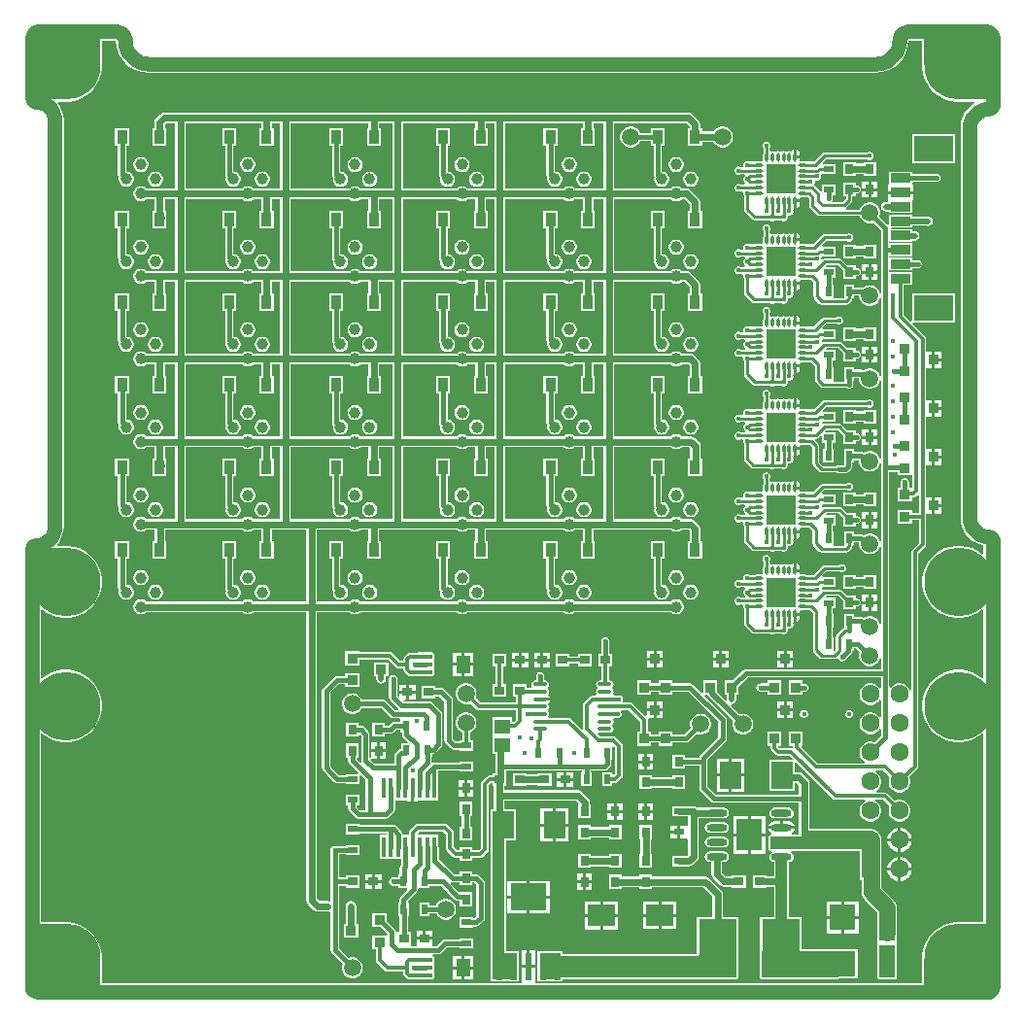
<source format=gbr>
G04*
G04 #@! TF.GenerationSoftware,Altium Limited,Altium Designer,24.1.2 (44)*
G04*
G04 Layer_Physical_Order=4*
G04 Layer_Color=16711680*
%FSLAX44Y44*%
%MOMM*%
G71*
G04*
G04 #@! TF.SameCoordinates,14EC1D3F-8ED5-41FF-9881-AC4D2EF9915D*
G04*
G04*
G04 #@! TF.FilePolarity,Positive*
G04*
G01*
G75*
%ADD11C,0.4000*%
%ADD13C,0.2540*%
%ADD14C,1.2700*%
%ADD32C,0.3000*%
%ADD33C,0.5000*%
%ADD34C,0.6000*%
%ADD35R,2.6000X2.2573*%
%ADD36R,6.3349X2.4639*%
%ADD37R,2.9365X2.0292*%
%ADD38R,3.3072X1.7892*%
%ADD39R,5.9717X2.9650*%
%ADD40R,1.2068X1.1540*%
%ADD41R,2.9679X1.7786*%
%ADD42R,1.8401X2.9958*%
%ADD43R,2.7495X2.9679*%
%ADD44R,2.9650X5.9674*%
%ADD45C,6.0000*%
%ADD46C,1.2000*%
%ADD47C,1.0000*%
%ADD48C,1.6000*%
%ADD49R,1.6000X1.6000*%
%ADD50C,0.4000*%
%ADD51C,1.6000*%
%ADD53C,0.3500*%
%ADD56R,2.3000X2.8000*%
%ADD57O,1.8000X0.6000*%
%ADD58R,1.4000X1.4000*%
%ADD59R,2.3000X2.2860*%
%ADD60R,0.6325X2.3455*%
%ADD61R,3.1725X2.3455*%
G04:AMPARAMS|DCode=62|XSize=0.2746mm|YSize=0.8048mm|CornerRadius=0.1373mm|HoleSize=0mm|Usage=FLASHONLY|Rotation=180.000|XOffset=0mm|YOffset=0mm|HoleType=Round|Shape=RoundedRectangle|*
%AMROUNDEDRECTD62*
21,1,0.2746,0.5302,0,0,180.0*
21,1,0.0000,0.8048,0,0,180.0*
1,1,0.2746,0.0000,0.2651*
1,1,0.2746,0.0000,0.2651*
1,1,0.2746,0.0000,-0.2651*
1,1,0.2746,0.0000,-0.2651*
%
%ADD62ROUNDEDRECTD62*%
G04:AMPARAMS|DCode=63|XSize=0.2746mm|YSize=0.8048mm|CornerRadius=0.1373mm|HoleSize=0mm|Usage=FLASHONLY|Rotation=90.000|XOffset=0mm|YOffset=0mm|HoleType=Round|Shape=RoundedRectangle|*
%AMROUNDEDRECTD63*
21,1,0.2746,0.5302,0,0,90.0*
21,1,0.0000,0.8048,0,0,90.0*
1,1,0.2746,0.2651,0.0000*
1,1,0.2746,0.2651,0.0000*
1,1,0.2746,-0.2651,0.0000*
1,1,0.2746,-0.2651,0.0000*
%
%ADD63ROUNDEDRECTD63*%
%ADD64R,2.5000X2.5000*%
%ADD65R,3.5000X2.2098*%
%ADD66O,1.2500X0.3500*%
%ADD67R,3.3000X3.1500*%
%ADD68R,0.9000X0.8000*%
%ADD69R,0.6000X0.9000*%
%ADD70R,0.8000X0.9000*%
%ADD71R,0.9000X0.6000*%
%ADD72R,0.4000X1.8000*%
%ADD73R,1.4000X1.3000*%
%ADD74R,1.8796X2.3622*%
%ADD75R,0.9500X0.9000*%
%ADD76R,1.2700X0.4000*%
%ADD77R,1.2700X1.5500*%
%ADD78R,2.3622X1.8796*%
%ADD79R,0.9000X0.9500*%
%ADD80C,1.5000*%
%ADD81R,0.9100X1.2200*%
%ADD82R,1.7018X0.8128*%
%ADD83C,0.3800*%
%ADD84C,1.4000*%
%ADD85C,1.0000*%
%ADD86R,1.3910X1.5133*%
%ADD87R,1.2700X0.3810*%
G36*
X782309Y814000D02*
X782500Y813539D01*
Y811521D01*
X783276Y806624D01*
X784808Y801908D01*
X787059Y797490D01*
X789973Y793479D01*
X793479Y789973D01*
X797490Y787059D01*
X801908Y784808D01*
X806624Y783276D01*
X811521Y782500D01*
X813741D01*
X814000Y782393D01*
X827944D01*
X828253Y781161D01*
X826491Y780219D01*
X822806Y777195D01*
X819782Y773510D01*
X817535Y769306D01*
X816151Y764744D01*
X815704Y760208D01*
X815704D01*
X815732Y758954D01*
Y742286D01*
Y652286D01*
Y602286D01*
Y420000D01*
X815683D01*
X816150Y415256D01*
X817534Y410694D01*
X819781Y406490D01*
X822805Y402805D01*
X826490Y399781D01*
X830694Y397534D01*
X835256Y396150D01*
X835732Y396103D01*
Y388475D01*
X834973Y388161D01*
X834462Y388070D01*
X830510Y390941D01*
X826092Y393192D01*
X821376Y394724D01*
X816479Y395500D01*
X811521D01*
X806624Y394724D01*
X801908Y393192D01*
X797490Y390941D01*
X793479Y388027D01*
X789973Y384521D01*
X787059Y380510D01*
X784808Y376092D01*
X783276Y371376D01*
X782500Y366479D01*
Y361521D01*
X783276Y356624D01*
X784808Y351908D01*
X787059Y347490D01*
X789973Y343479D01*
X793479Y339973D01*
X797490Y337059D01*
X801908Y334808D01*
X806624Y333276D01*
X811521Y332500D01*
X816479D01*
X821376Y333276D01*
X826092Y334808D01*
X830510Y337059D01*
X834462Y339930D01*
X834973Y339839D01*
X835732Y339525D01*
X835732Y280475D01*
X834973Y280161D01*
X834462Y280070D01*
X830510Y282941D01*
X826092Y285192D01*
X821376Y286724D01*
X816479Y287500D01*
X811521D01*
X806624Y286724D01*
X801908Y285192D01*
X797490Y282941D01*
X793479Y280027D01*
X789973Y276521D01*
X787059Y272510D01*
X784808Y268092D01*
X783276Y263376D01*
X782500Y258479D01*
Y253521D01*
X783276Y248624D01*
X784808Y243908D01*
X787059Y239490D01*
X789973Y235479D01*
X793479Y231973D01*
X797490Y229059D01*
X801908Y226808D01*
X806624Y225276D01*
X811521Y224500D01*
X816479D01*
X821376Y225276D01*
X826092Y226808D01*
X830510Y229059D01*
X834462Y231930D01*
X834973Y231839D01*
X835732Y231525D01*
X835732Y67635D01*
X814000D01*
X813673Y67500D01*
X811521D01*
X806624Y66724D01*
X801908Y65192D01*
X797490Y62941D01*
X793479Y60027D01*
X789973Y56521D01*
X787059Y52510D01*
X784808Y48092D01*
X783276Y43376D01*
X782500Y38479D01*
Y36414D01*
X782329Y36000D01*
Y14268D01*
X445886Y14268D01*
X444844Y14820D01*
X444844Y15538D01*
Y27817D01*
X439142D01*
X433440D01*
Y15538D01*
X432398Y14268D01*
X67598Y14268D01*
Y36000D01*
X67500Y36236D01*
Y38479D01*
X66724Y43376D01*
X65192Y48092D01*
X62941Y52510D01*
X60027Y56521D01*
X56521Y60027D01*
X52510Y62941D01*
X48092Y65192D01*
X43376Y66724D01*
X38479Y67500D01*
X36356D01*
X36000Y67647D01*
X14268D01*
X14268Y231525D01*
X15027Y231839D01*
X15538Y231930D01*
X19490Y229059D01*
X23908Y226808D01*
X28624Y225276D01*
X33521Y224500D01*
X38479D01*
X43376Y225276D01*
X48092Y226808D01*
X52510Y229059D01*
X56521Y231973D01*
X60027Y235479D01*
X62941Y239490D01*
X65192Y243908D01*
X66724Y248624D01*
X67500Y253521D01*
Y258479D01*
X66724Y263376D01*
X65192Y268092D01*
X62941Y272510D01*
X60027Y276521D01*
X56521Y280027D01*
X52510Y282941D01*
X48092Y285192D01*
X43376Y286724D01*
X38479Y287500D01*
X33521D01*
X28624Y286724D01*
X23908Y285192D01*
X19490Y282941D01*
X15538Y280070D01*
X15027Y280161D01*
X14268Y280475D01*
Y339525D01*
X15027Y339839D01*
X15538Y339930D01*
X19490Y337059D01*
X23908Y334808D01*
X28624Y333276D01*
X33521Y332500D01*
X38479D01*
X43376Y333276D01*
X48092Y334808D01*
X52510Y337059D01*
X56521Y339973D01*
X60027Y343479D01*
X62941Y347490D01*
X65192Y351908D01*
X66724Y356624D01*
X67500Y361521D01*
Y366479D01*
X66724Y371376D01*
X65192Y376092D01*
X62941Y380510D01*
X60027Y384521D01*
X56521Y388027D01*
X52510Y390941D01*
X48092Y393192D01*
X43376Y394724D01*
X38479Y395500D01*
X36177D01*
X36000Y395573D01*
X28958D01*
X28415Y396721D01*
X30219Y398920D01*
X32466Y403124D01*
X33850Y407686D01*
X34317Y412430D01*
X34268D01*
Y766130D01*
X34317D01*
X33850Y770874D01*
X32466Y775436D01*
X30219Y779640D01*
X28897Y781252D01*
X29439Y782400D01*
X36000D01*
X36242Y782500D01*
X38479D01*
X43376Y783276D01*
X48092Y784808D01*
X52510Y787059D01*
X56521Y789973D01*
X60027Y793479D01*
X62941Y797490D01*
X65192Y801908D01*
X66724Y806624D01*
X67500Y811521D01*
Y813491D01*
X67595Y813721D01*
Y835732D01*
X79734Y835732D01*
X80061Y831575D01*
X81097Y827259D01*
X82796Y823158D01*
X85115Y819373D01*
X87998Y815998D01*
X91373Y813115D01*
X95158Y810796D01*
X99259Y809097D01*
X103575Y808061D01*
X108000Y807713D01*
Y807732D01*
X742000D01*
Y807713D01*
X746425Y808061D01*
X750741Y809097D01*
X754842Y810796D01*
X758627Y813115D01*
X762002Y815998D01*
X764885Y819373D01*
X767204Y823158D01*
X768903Y827259D01*
X769939Y831575D01*
X770266Y835732D01*
X782309D01*
Y814000D01*
D02*
G37*
%LPC*%
G36*
X579120Y772938D02*
X121920D01*
X120164Y772589D01*
X118676Y771594D01*
X114506Y767424D01*
X113511Y765936D01*
X113162Y764180D01*
Y759440D01*
X111700D01*
Y744240D01*
X123800D01*
Y759440D01*
X122338D01*
Y762280D01*
X123820Y763762D01*
X131302D01*
Y706888D01*
X106004D01*
X105391Y707501D01*
X103909Y708357D01*
X102256Y708800D01*
X100544D01*
X98891Y708357D01*
X97409Y707501D01*
X96199Y706291D01*
X95343Y704809D01*
X94900Y703156D01*
Y701444D01*
X95343Y699791D01*
X96199Y698309D01*
X97409Y697099D01*
X98891Y696243D01*
X100544Y695800D01*
X102256D01*
X103909Y696243D01*
X105391Y697099D01*
X106004Y697712D01*
X113162D01*
Y687440D01*
X111700D01*
Y672240D01*
X123800D01*
Y680947D01*
X123888Y681390D01*
X123800Y681833D01*
Y687440D01*
X122338D01*
Y697712D01*
X131302D01*
Y634888D01*
X106004D01*
X105391Y635501D01*
X103909Y636357D01*
X102256Y636800D01*
X100544D01*
X98891Y636357D01*
X97409Y635501D01*
X96199Y634291D01*
X95343Y632809D01*
X94900Y631156D01*
Y629444D01*
X95343Y627791D01*
X96199Y626309D01*
X97409Y625099D01*
X98891Y624243D01*
X100544Y623800D01*
X102256D01*
X103909Y624243D01*
X105391Y625099D01*
X106004Y625712D01*
X113162D01*
Y615440D01*
X111700D01*
Y600240D01*
X123800D01*
Y615440D01*
X122338D01*
Y625712D01*
X131302D01*
Y620030D01*
Y562888D01*
X106004D01*
X105391Y563501D01*
X103909Y564357D01*
X102256Y564800D01*
X100544D01*
X98891Y564357D01*
X97409Y563501D01*
X96199Y562291D01*
X95343Y560809D01*
X94900Y559156D01*
Y557444D01*
X95343Y555791D01*
X96199Y554309D01*
X97409Y553099D01*
X98891Y552243D01*
X100544Y551800D01*
X102256D01*
X103909Y552243D01*
X105391Y553099D01*
X106004Y553712D01*
X113162D01*
Y543440D01*
X111700D01*
Y528240D01*
X123800D01*
Y543440D01*
X122338D01*
Y553712D01*
X131302D01*
Y548640D01*
Y490888D01*
X106004D01*
X105391Y491501D01*
X103909Y492357D01*
X102256Y492800D01*
X100544D01*
X98891Y492357D01*
X97409Y491501D01*
X96199Y490291D01*
X95343Y488809D01*
X94900Y487156D01*
Y485444D01*
X95343Y483791D01*
X96199Y482309D01*
X97409Y481099D01*
X98891Y480243D01*
X100544Y479800D01*
X102256D01*
X103909Y480243D01*
X105391Y481099D01*
X106004Y481712D01*
X113162D01*
Y471440D01*
X111700D01*
Y456240D01*
X123800D01*
Y464947D01*
X123888Y465390D01*
X123800Y465833D01*
Y471440D01*
X122338D01*
Y481712D01*
X131302D01*
Y418888D01*
X106004D01*
X105391Y419501D01*
X103909Y420357D01*
X102256Y420800D01*
X100544D01*
X98891Y420357D01*
X97409Y419501D01*
X96199Y418291D01*
X95343Y416809D01*
X94900Y415156D01*
Y413444D01*
X95343Y411791D01*
X96199Y410309D01*
X97409Y409099D01*
X98891Y408243D01*
X100544Y407800D01*
X102256D01*
X103909Y408243D01*
X105391Y409099D01*
X106004Y409712D01*
X113522D01*
Y399440D01*
X111700D01*
Y384240D01*
X123800D01*
Y399440D01*
X122698D01*
Y409712D01*
X190136D01*
X190749Y409099D01*
X192231Y408243D01*
X193884Y407800D01*
X195596D01*
X197249Y408243D01*
X198731Y409099D01*
X199344Y409712D01*
X206502D01*
Y399440D01*
X205040D01*
Y384240D01*
X217140D01*
Y399440D01*
X215678D01*
Y409712D01*
X245602D01*
Y346888D01*
X199344D01*
X198731Y347501D01*
X197249Y348357D01*
X195596Y348800D01*
X193884D01*
X192231Y348357D01*
X190749Y347501D01*
X190136Y346888D01*
X106004D01*
X105391Y347501D01*
X103909Y348357D01*
X102256Y348800D01*
X100544D01*
X98891Y348357D01*
X97409Y347501D01*
X96199Y346291D01*
X95343Y344809D01*
X94900Y343156D01*
Y341444D01*
X95343Y339791D01*
X96199Y338309D01*
X97409Y337099D01*
X98891Y336243D01*
X100544Y335800D01*
X102256D01*
X103909Y336243D01*
X105391Y337099D01*
X106004Y337712D01*
X190136D01*
X190749Y337099D01*
X192231Y336243D01*
X193884Y335800D01*
X195596D01*
X197249Y336243D01*
X198731Y337099D01*
X199344Y337712D01*
X245602D01*
X245602Y86360D01*
X245951Y84604D01*
X246946Y83116D01*
X252026Y78036D01*
X253514Y77041D01*
X255270Y76692D01*
X263694D01*
X265450Y77041D01*
X265671Y77189D01*
X266941Y76510D01*
Y43014D01*
X267213Y41648D01*
X267987Y40491D01*
X277335Y31142D01*
X276750Y28959D01*
Y26589D01*
X277363Y24300D01*
X278548Y22248D01*
X280224Y20572D01*
X282276Y19387D01*
X284565Y18774D01*
X286935D01*
X289224Y19387D01*
X291276Y20572D01*
X292952Y22248D01*
X294137Y24300D01*
X294750Y26589D01*
Y28959D01*
X294137Y31248D01*
X292952Y33300D01*
X291276Y34976D01*
X289224Y36161D01*
X286935Y36774D01*
X284565D01*
X282382Y36189D01*
X274079Y44492D01*
Y99301D01*
X280283D01*
Y97370D01*
X292283D01*
Y108370D01*
X280283D01*
Y106439D01*
X274079D01*
Y126863D01*
X279749D01*
Y125932D01*
X291749D01*
Y134932D01*
X279749D01*
Y134001D01*
X271402D01*
X271057Y133932D01*
X269814D01*
X268527Y133399D01*
X267543Y132415D01*
X267010Y131128D01*
Y129885D01*
X266941Y129540D01*
Y102870D01*
Y86050D01*
X265671Y85371D01*
X265450Y85519D01*
X263694Y85868D01*
X257171D01*
X254778Y88260D01*
X254778Y337712D01*
X283476D01*
X284089Y337099D01*
X285571Y336243D01*
X287224Y335800D01*
X288936D01*
X290589Y336243D01*
X292071Y337099D01*
X292684Y337712D01*
X376816D01*
X377429Y337099D01*
X378911Y336243D01*
X380564Y335800D01*
X382276D01*
X383929Y336243D01*
X385411Y337099D01*
X386024Y337712D01*
X470156D01*
X470769Y337099D01*
X472251Y336243D01*
X473904Y335800D01*
X475616D01*
X477269Y336243D01*
X478751Y337099D01*
X479364Y337712D01*
X563496D01*
X564109Y337099D01*
X565591Y336243D01*
X567244Y335800D01*
X568956D01*
X570609Y336243D01*
X572091Y337099D01*
X573301Y338309D01*
X574157Y339791D01*
X574600Y341444D01*
Y343156D01*
X574157Y344809D01*
X573301Y346291D01*
X572091Y347501D01*
X570609Y348357D01*
X568956Y348800D01*
X567244D01*
X565591Y348357D01*
X564109Y347501D01*
X563496Y346888D01*
X479364D01*
X478751Y347501D01*
X477269Y348357D01*
X475616Y348800D01*
X473904D01*
X472251Y348357D01*
X470769Y347501D01*
X470156Y346888D01*
X386024D01*
X385411Y347501D01*
X383929Y348357D01*
X382276Y348800D01*
X380564D01*
X378911Y348357D01*
X377429Y347501D01*
X376816Y346888D01*
X292684D01*
X292071Y347501D01*
X290589Y348357D01*
X288936Y348800D01*
X287224D01*
X285571Y348357D01*
X284089Y347501D01*
X283476Y346888D01*
X254778D01*
Y409712D01*
X283476D01*
X284089Y409099D01*
X285571Y408243D01*
X287224Y407800D01*
X288936D01*
X290589Y408243D01*
X292071Y409099D01*
X292684Y409712D01*
X299842D01*
Y399440D01*
X298380D01*
Y384240D01*
X310480D01*
Y399440D01*
X309018D01*
Y409712D01*
X376816D01*
X377429Y409099D01*
X378911Y408243D01*
X380564Y407800D01*
X382276D01*
X383929Y408243D01*
X385411Y409099D01*
X386024Y409712D01*
X393182D01*
Y399440D01*
X391720D01*
Y384240D01*
X403820D01*
Y399440D01*
X402358D01*
Y409712D01*
X470156D01*
X470769Y409099D01*
X472251Y408243D01*
X473904Y407800D01*
X475616D01*
X477269Y408243D01*
X478751Y409099D01*
X479364Y409712D01*
X486522D01*
Y399440D01*
X485060D01*
Y384240D01*
X497160D01*
Y399440D01*
X495698D01*
Y409712D01*
X563496D01*
X564109Y409099D01*
X565591Y408243D01*
X567244Y407800D01*
X568956D01*
X570609Y408243D01*
X572091Y409099D01*
X572704Y409712D01*
X578692D01*
X579612Y408792D01*
Y399440D01*
X578400D01*
Y384240D01*
X590500D01*
Y399440D01*
X588788D01*
Y410693D01*
X588439Y412449D01*
X587444Y413937D01*
X583837Y417544D01*
X582349Y418539D01*
X580593Y418888D01*
X572704D01*
X572091Y419501D01*
X570609Y420357D01*
X568956Y420800D01*
X567244D01*
X565591Y420357D01*
X564109Y419501D01*
X563496Y418888D01*
X513858D01*
Y481712D01*
X563496D01*
X564109Y481099D01*
X565591Y480243D01*
X567244Y479800D01*
X568956D01*
X570609Y480243D01*
X572091Y481099D01*
X572704Y481712D01*
X578957D01*
X580203Y480466D01*
Y471440D01*
X578400D01*
Y465833D01*
X578312Y465390D01*
X578400Y464947D01*
Y456240D01*
X590500D01*
Y471440D01*
X589379D01*
Y482366D01*
X589030Y484122D01*
X588035Y485611D01*
X584102Y489544D01*
X582613Y490539D01*
X580857Y490888D01*
X572704D01*
X572091Y491501D01*
X570609Y492357D01*
X568956Y492800D01*
X567244D01*
X565591Y492357D01*
X564109Y491501D01*
X563496Y490888D01*
X513858D01*
Y548640D01*
Y553712D01*
X563496D01*
X564109Y553099D01*
X565591Y552243D01*
X567244Y551800D01*
X568956D01*
X570609Y552243D01*
X572091Y553099D01*
X572704Y553712D01*
X578785D01*
X579612Y552885D01*
Y543440D01*
X578400D01*
Y528240D01*
X590500D01*
Y543440D01*
X588788D01*
Y554785D01*
X588439Y556541D01*
X587444Y558030D01*
X583930Y561544D01*
X582441Y562539D01*
X580685Y562888D01*
X572704D01*
X572091Y563501D01*
X570609Y564357D01*
X568956Y564800D01*
X567244D01*
X565591Y564357D01*
X564109Y563501D01*
X563496Y562888D01*
X513858D01*
Y620169D01*
Y625712D01*
X563496D01*
X564109Y625099D01*
X565591Y624243D01*
X567244Y623800D01*
X568956D01*
X570609Y624243D01*
X572091Y625099D01*
X572704Y625712D01*
X575284D01*
X579862Y621134D01*
Y615440D01*
X578400D01*
Y609833D01*
X578312Y609390D01*
X578400Y608947D01*
Y600240D01*
X590500D01*
Y615440D01*
X589038D01*
Y623034D01*
X588689Y624790D01*
X587694Y626279D01*
X580429Y633544D01*
X578940Y634539D01*
X577184Y634888D01*
X572704D01*
X572091Y635501D01*
X570609Y636357D01*
X568956Y636800D01*
X567244D01*
X565591Y636357D01*
X564109Y635501D01*
X563496Y634888D01*
X513858D01*
Y697712D01*
X563496D01*
X564109Y697099D01*
X565591Y696243D01*
X567244Y695800D01*
X568956D01*
X570609Y696243D01*
X572091Y697099D01*
X572704Y697712D01*
X575655D01*
X579862Y693505D01*
Y687440D01*
X578400D01*
Y681833D01*
X578312Y681390D01*
X578400Y680947D01*
Y672240D01*
X590500D01*
Y687440D01*
X589038D01*
Y695405D01*
X588689Y697161D01*
X587694Y698649D01*
X580799Y705544D01*
X579311Y706539D01*
X577555Y706888D01*
X572704D01*
X572091Y707501D01*
X570609Y708357D01*
X568956Y708800D01*
X567244D01*
X565591Y708357D01*
X564109Y707501D01*
X563496Y706888D01*
X513858D01*
Y763762D01*
X577220D01*
X579862Y761120D01*
Y759440D01*
X578400D01*
Y744240D01*
X590500D01*
Y747252D01*
X600587D01*
X601128Y746314D01*
X602804Y744638D01*
X604856Y743453D01*
X607145Y742840D01*
X609515D01*
X611804Y743453D01*
X613856Y744638D01*
X615532Y746314D01*
X616717Y748366D01*
X617330Y750655D01*
Y753025D01*
X616717Y755314D01*
X615532Y757366D01*
X613856Y759042D01*
X611804Y760227D01*
X609515Y760840D01*
X607145D01*
X604856Y760227D01*
X602804Y759042D01*
X601128Y757366D01*
X600587Y756428D01*
X590500D01*
Y759440D01*
X589038D01*
Y763020D01*
X588689Y764776D01*
X587694Y766264D01*
X582364Y771594D01*
X580876Y772589D01*
X579120Y772938D01*
D02*
G37*
G36*
X672900Y740412D02*
Y735294D01*
X675620D01*
Y736675D01*
X675316Y738202D01*
X674451Y739496D01*
X673157Y740361D01*
X672900Y740412D01*
D02*
G37*
G36*
X647326Y747720D02*
X645934D01*
X644647Y747187D01*
X643663Y746203D01*
X643130Y744916D01*
Y743524D01*
X643663Y742237D01*
X643806Y742094D01*
Y737203D01*
X643701Y736675D01*
Y731536D01*
X643500Y731172D01*
X642958Y730630D01*
X642594Y730429D01*
X637455D01*
X636927Y730324D01*
X632046D01*
X631903Y730467D01*
X630616Y731000D01*
X629224D01*
X627937Y730467D01*
X626953Y729482D01*
X626420Y728196D01*
Y726804D01*
X626507Y726594D01*
X625658Y725324D01*
X624426D01*
X624283Y725467D01*
X622996Y726000D01*
X621604D01*
X620317Y725467D01*
X619333Y724482D01*
X618800Y723196D01*
Y721804D01*
X619333Y720517D01*
X620317Y719533D01*
X621604Y719000D01*
X622996D01*
X624283Y719533D01*
X624426Y719676D01*
X627494D01*
X628471Y718406D01*
X628406Y718161D01*
X627937Y717967D01*
X626953Y716982D01*
X626420Y715696D01*
Y714304D01*
X626953Y713017D01*
X627937Y712033D01*
X628406Y711839D01*
X628471Y711594D01*
X627494Y710324D01*
X624426D01*
X624283Y710467D01*
X622996Y711000D01*
X621604D01*
X620317Y710467D01*
X619333Y709482D01*
X618800Y708196D01*
Y706804D01*
X619333Y705517D01*
X620317Y704533D01*
X621604Y704000D01*
X622996D01*
X624283Y704533D01*
X624426Y704676D01*
X625658D01*
X626507Y703406D01*
X626420Y703196D01*
Y701804D01*
X626953Y700517D01*
X627096Y700374D01*
Y688340D01*
X627096Y688340D01*
X627311Y687259D01*
X627923Y686343D01*
X634273Y679993D01*
X634273Y679993D01*
X635189Y679381D01*
X636270Y679166D01*
X649504D01*
X649647Y679023D01*
X650934Y678490D01*
X652326D01*
X653613Y679023D01*
X653755Y679166D01*
X659504D01*
X659647Y679023D01*
X660934Y678490D01*
X662326D01*
X663613Y679023D01*
X664597Y680007D01*
X665130Y681294D01*
Y682528D01*
X665506Y683016D01*
X666139Y683570D01*
X667326D01*
X668613Y684103D01*
X669597Y685087D01*
X670130Y686374D01*
Y687766D01*
X669872Y688390D01*
X670360Y688986D01*
Y695976D01*
X671630D01*
Y697246D01*
X675620D01*
Y698627D01*
X676727Y699571D01*
X680805D01*
X681333Y699676D01*
X682850D01*
X684051Y698475D01*
Y692053D01*
X684051Y692053D01*
X684266Y690972D01*
X684878Y690055D01*
X691131Y683803D01*
X691131Y683803D01*
X692047Y683191D01*
X693128Y682976D01*
X728039D01*
X728213Y682326D01*
X729398Y680274D01*
X731074Y678598D01*
X733126Y677413D01*
X735415Y676800D01*
X737785D01*
X739968Y677385D01*
X746601Y670752D01*
Y652580D01*
Y615765D01*
X745331Y615598D01*
X744987Y616884D01*
X743802Y618936D01*
X742126Y620612D01*
X740074Y621797D01*
X737785Y622410D01*
X735415D01*
X733126Y621797D01*
X731074Y620612D01*
X731012Y620550D01*
X729813Y620789D01*
X723321D01*
Y623220D01*
X714321D01*
Y611220D01*
X713078Y611154D01*
X706404D01*
X705162Y611221D01*
Y623221D01*
X704607D01*
Y629233D01*
X707039D01*
Y638233D01*
X698708D01*
X698222Y639406D01*
X699101Y640285D01*
X709079D01*
X713320Y636044D01*
Y628000D01*
X724320D01*
Y630431D01*
X725170D01*
X725515Y630500D01*
X725866D01*
X726191Y630634D01*
X726536Y630703D01*
X726828Y630898D01*
X727153Y631033D01*
X727401Y631281D01*
X727693Y631477D01*
X727889Y631769D01*
X728137Y632017D01*
X728272Y632342D01*
X728467Y632634D01*
X728536Y632979D01*
X728670Y633304D01*
Y633655D01*
X728739Y634000D01*
X728670Y634345D01*
Y634696D01*
X728536Y635021D01*
X728467Y635366D01*
X728272Y635658D01*
X728137Y635983D01*
X727889Y636231D01*
X727693Y636523D01*
X727401Y636719D01*
X727153Y636967D01*
X726828Y637102D01*
X726536Y637297D01*
X726191Y637365D01*
X725866Y637500D01*
X725515D01*
X725170Y637569D01*
X724320D01*
Y640000D01*
X717353D01*
X712246Y645106D01*
X711330Y645719D01*
X710249Y645934D01*
X710249Y645934D01*
X697931D01*
X696850Y645719D01*
X695934Y645106D01*
X695934Y645106D01*
X695650Y644822D01*
X694548Y645279D01*
X694369Y646522D01*
X695259Y647392D01*
X707040D01*
Y656392D01*
X696299D01*
X696029Y656392D01*
X694926Y657547D01*
X694933Y657919D01*
X698400Y661386D01*
X716695D01*
X716838Y661243D01*
X718125Y660710D01*
X719517D01*
X720803Y661243D01*
X721788Y662227D01*
X722321Y663514D01*
Y664906D01*
X721788Y666193D01*
X720803Y667177D01*
X719517Y667710D01*
X718125D01*
X716838Y667177D01*
X716695Y667034D01*
X697230D01*
X696149Y666819D01*
X695233Y666207D01*
X695233Y666207D01*
X687350Y658324D01*
X681333D01*
X680805Y658429D01*
X676727D01*
X675620Y659373D01*
Y660754D01*
X671630D01*
Y662024D01*
X670360D01*
Y668412D01*
X670103Y668361D01*
X668809Y667496D01*
X668429Y666928D01*
X667751Y667381D01*
X666630Y667604D01*
X665509Y667381D01*
X664559Y666746D01*
X663701D01*
X662751Y667381D01*
X661630Y667604D01*
X660509Y667381D01*
X659559Y666746D01*
X658701D01*
X657751Y667381D01*
X656630Y667604D01*
X655509Y667381D01*
X655022Y667056D01*
X654130Y666847D01*
X653238Y667056D01*
X652751Y667381D01*
X651630Y667604D01*
X650724Y667424D01*
X649906Y667852D01*
X649454Y668204D01*
Y670095D01*
X649597Y670237D01*
X650130Y671524D01*
Y672916D01*
X649597Y674203D01*
X648613Y675187D01*
X647326Y675720D01*
X645934D01*
X644647Y675187D01*
X643663Y674203D01*
X643130Y672916D01*
Y671524D01*
X643663Y670237D01*
X643806Y670095D01*
Y665203D01*
X643701Y664675D01*
Y659536D01*
X643500Y659172D01*
X642958Y658630D01*
X642594Y658429D01*
X637455D01*
X636927Y658324D01*
X632046D01*
X631903Y658467D01*
X630616Y659000D01*
X629224D01*
X627937Y658467D01*
X626953Y657483D01*
X626420Y656196D01*
Y654804D01*
X626507Y654594D01*
X625658Y653324D01*
X624426D01*
X624283Y653467D01*
X622996Y654000D01*
X621604D01*
X620317Y653467D01*
X619333Y652483D01*
X618800Y651196D01*
Y649804D01*
X619333Y648517D01*
X620317Y647533D01*
X621604Y647000D01*
X622996D01*
X624283Y647533D01*
X624426Y647676D01*
X627494D01*
X628471Y646406D01*
X628406Y646161D01*
X627937Y645967D01*
X626953Y644983D01*
X626420Y643696D01*
Y642304D01*
X626953Y641017D01*
X627937Y640033D01*
X628406Y639839D01*
X628471Y639594D01*
X627494Y638324D01*
X624426D01*
X624283Y638467D01*
X622996Y639000D01*
X621604D01*
X620317Y638467D01*
X619333Y637482D01*
X618800Y636196D01*
Y634804D01*
X619333Y633517D01*
X620317Y632533D01*
X621604Y632000D01*
X622996D01*
X624283Y632533D01*
X624426Y632676D01*
X625658D01*
X626507Y631406D01*
X626420Y631196D01*
Y629804D01*
X626953Y628517D01*
X627096Y628374D01*
Y615950D01*
X627096Y615950D01*
X627311Y614869D01*
X627923Y613953D01*
X633883Y607993D01*
X634799Y607381D01*
X635880Y607166D01*
X649504D01*
X649647Y607023D01*
X650934Y606490D01*
X652326D01*
X653613Y607023D01*
X653755Y607166D01*
X659504D01*
X659647Y607023D01*
X660934Y606490D01*
X662326D01*
X663613Y607023D01*
X664597Y608007D01*
X665130Y609294D01*
Y610528D01*
X665506Y611016D01*
X666139Y611570D01*
X667326D01*
X668613Y612103D01*
X669597Y613087D01*
X670130Y614374D01*
Y615766D01*
X669872Y616390D01*
X670360Y616986D01*
Y623976D01*
X671630D01*
Y625246D01*
X675620D01*
Y626627D01*
X676727Y627571D01*
X680805D01*
X681333Y627676D01*
X685320D01*
X687621Y625375D01*
Y612575D01*
X687621Y612575D01*
X687836Y611494D01*
X688448Y610578D01*
X692693Y606333D01*
X692693Y606333D01*
X693609Y605721D01*
X694690Y605506D01*
X694690Y605506D01*
X716280D01*
X716280Y605506D01*
X717361Y605721D01*
X718277Y606333D01*
X720817Y608873D01*
X720817Y608873D01*
X721429Y609789D01*
X721644Y610870D01*
Y611220D01*
X723321D01*
Y613651D01*
X727600D01*
Y612225D01*
X728213Y609936D01*
X729398Y607884D01*
X731074Y606208D01*
X733126Y605023D01*
X735415Y604410D01*
X737785D01*
X740074Y605023D01*
X742126Y606208D01*
X743802Y607884D01*
X744987Y609936D01*
X745331Y611222D01*
X746601Y611055D01*
Y543693D01*
X745331Y543525D01*
X744987Y544811D01*
X743802Y546864D01*
X742126Y548539D01*
X740074Y549724D01*
X737785Y550337D01*
X735415D01*
X733126Y549724D01*
X731139Y548577D01*
X730862Y548762D01*
X729496Y549034D01*
X723321D01*
Y551465D01*
X714321D01*
Y539465D01*
X713341Y538764D01*
X706141D01*
X705162Y539466D01*
Y551466D01*
X704607D01*
Y557233D01*
X707039D01*
Y566233D01*
X699488D01*
X698821Y567503D01*
X699036Y567814D01*
X709511D01*
X713320Y564006D01*
Y556000D01*
X724320D01*
Y558431D01*
X725170D01*
X725515Y558500D01*
X725866D01*
X726191Y558634D01*
X726536Y558703D01*
X726828Y558898D01*
X727153Y559033D01*
X727401Y559281D01*
X727693Y559477D01*
X727889Y559769D01*
X728137Y560017D01*
X728272Y560342D01*
X728467Y560634D01*
X728536Y560979D01*
X728670Y561304D01*
Y561655D01*
X728739Y562000D01*
X728670Y562345D01*
Y562696D01*
X728536Y563021D01*
X728467Y563366D01*
X728272Y563658D01*
X728137Y563983D01*
X727889Y564231D01*
X727693Y564523D01*
X727401Y564719D01*
X727153Y564967D01*
X726828Y565102D01*
X726536Y565297D01*
X726191Y565365D01*
X725866Y565500D01*
X725515D01*
X725170Y565569D01*
X724320D01*
Y568000D01*
X717314D01*
X712678Y572636D01*
X711762Y573248D01*
X710681Y573463D01*
X710681Y573463D01*
X697069D01*
X696061Y573262D01*
X695859Y573320D01*
X694824Y573897D01*
X694767Y574325D01*
X695737Y575392D01*
X707040D01*
Y584392D01*
X696148D01*
X695592Y584392D01*
X695066Y585662D01*
X698400Y588996D01*
X707804D01*
X707947Y588853D01*
X709234Y588320D01*
X710626D01*
X711913Y588853D01*
X712897Y589837D01*
X713430Y591124D01*
Y592516D01*
X712897Y593803D01*
X711913Y594787D01*
X710626Y595320D01*
X709234D01*
X707947Y594787D01*
X707804Y594644D01*
X697230D01*
X696149Y594429D01*
X695233Y593817D01*
X695233Y593817D01*
X687740Y586324D01*
X681333D01*
X680805Y586429D01*
X676727D01*
X675620Y587373D01*
Y588754D01*
X671630D01*
Y590024D01*
X670360D01*
Y596412D01*
X670103Y596361D01*
X668809Y595496D01*
X668429Y594928D01*
X667751Y595381D01*
X666630Y595604D01*
X665509Y595381D01*
X664559Y594746D01*
X663701D01*
X662751Y595381D01*
X661630Y595604D01*
X660509Y595381D01*
X659559Y594746D01*
X658701D01*
X657751Y595381D01*
X656630Y595604D01*
X655509Y595381D01*
X655022Y595056D01*
X654130Y594847D01*
X653238Y595056D01*
X652751Y595381D01*
X651630Y595604D01*
X650724Y595424D01*
X649906Y595852D01*
X649454Y596204D01*
Y598095D01*
X649597Y598237D01*
X650130Y599524D01*
Y600916D01*
X649597Y602203D01*
X648613Y603187D01*
X647326Y603720D01*
X645934D01*
X644647Y603187D01*
X643663Y602203D01*
X643130Y600916D01*
Y599524D01*
X643663Y598237D01*
X643806Y598095D01*
Y593203D01*
X643701Y592675D01*
Y587536D01*
X643500Y587172D01*
X642958Y586630D01*
X642594Y586429D01*
X637455D01*
X636927Y586324D01*
X632046D01*
X631903Y586467D01*
X630616Y587000D01*
X629224D01*
X627937Y586467D01*
X626953Y585482D01*
X626420Y584196D01*
Y582804D01*
X626507Y582594D01*
X625658Y581324D01*
X624426D01*
X624283Y581467D01*
X622996Y582000D01*
X621604D01*
X620317Y581467D01*
X619333Y580483D01*
X618800Y579196D01*
Y577804D01*
X619333Y576517D01*
X620317Y575533D01*
X621604Y575000D01*
X622996D01*
X624283Y575533D01*
X624426Y575676D01*
X627494D01*
X628471Y574406D01*
X628406Y574161D01*
X627937Y573967D01*
X626953Y572982D01*
X626420Y571696D01*
Y570304D01*
X626953Y569017D01*
X627937Y568033D01*
X628406Y567839D01*
X628471Y567594D01*
X627494Y566324D01*
X624426D01*
X624283Y566467D01*
X622996Y567000D01*
X621604D01*
X620317Y566467D01*
X619333Y565482D01*
X618800Y564196D01*
Y562804D01*
X619333Y561517D01*
X620317Y560533D01*
X621604Y560000D01*
X622996D01*
X624283Y560533D01*
X624426Y560676D01*
X625658D01*
X626507Y559406D01*
X626420Y559196D01*
Y557804D01*
X626953Y556517D01*
X627096Y556375D01*
Y544830D01*
X627096Y544830D01*
X627311Y543749D01*
X627923Y542833D01*
X634763Y535993D01*
X634763Y535993D01*
X635679Y535381D01*
X636760Y535166D01*
X636760Y535166D01*
X649504D01*
X649647Y535023D01*
X650934Y534490D01*
X652326D01*
X653613Y535023D01*
X653755Y535166D01*
X659504D01*
X659647Y535023D01*
X660934Y534490D01*
X662326D01*
X663613Y535023D01*
X664597Y536007D01*
X665130Y537294D01*
Y538528D01*
X665506Y539016D01*
X666139Y539570D01*
X667326D01*
X668613Y540103D01*
X669597Y541087D01*
X670130Y542374D01*
Y543766D01*
X669872Y544390D01*
X670360Y544986D01*
Y551976D01*
X671630D01*
Y553246D01*
X675620D01*
Y554627D01*
X676727Y555571D01*
X680805D01*
X681333Y555676D01*
X685276D01*
X688720Y552232D01*
Y540437D01*
X688720Y540437D01*
X688935Y539356D01*
X689547Y538440D01*
X694044Y533943D01*
X694044Y533943D01*
X694960Y533331D01*
X696041Y533116D01*
X696041Y533116D01*
X716695D01*
X716838Y532973D01*
X717163Y532838D01*
X717455Y532643D01*
X717800Y532575D01*
X718125Y532440D01*
X718476D01*
X718821Y532371D01*
X719166Y532440D01*
X719517D01*
X719842Y532575D01*
X720186Y532643D01*
X720479Y532838D01*
X720803Y532973D01*
X721052Y533221D01*
X721344Y533417D01*
X721540Y533709D01*
X721788Y533957D01*
X721923Y534282D01*
X722118Y534574D01*
X722186Y534919D01*
X722321Y535244D01*
Y535595D01*
X722389Y535940D01*
Y539465D01*
X723321D01*
Y541896D01*
X727600D01*
Y540153D01*
X728213Y537864D01*
X729398Y535811D01*
X731074Y534136D01*
X733126Y532951D01*
X735415Y532337D01*
X737785D01*
X740074Y532951D01*
X742126Y534136D01*
X743802Y535811D01*
X744987Y537864D01*
X745331Y539150D01*
X746601Y538982D01*
Y471620D01*
X745331Y471453D01*
X744987Y472739D01*
X743802Y474791D01*
X742126Y476467D01*
X740074Y477652D01*
X737785Y478265D01*
X735415D01*
X733126Y477652D01*
X731223Y476553D01*
X730544Y477007D01*
X729178Y477279D01*
X723321D01*
Y479710D01*
X714321D01*
Y473055D01*
X714252Y472710D01*
Y466569D01*
X713532Y465849D01*
X709930D01*
X709585Y465780D01*
X709234D01*
X708909Y465645D01*
X708564Y465577D01*
X708272Y465382D01*
X707947Y465247D01*
X707804Y465104D01*
X695860D01*
X692434Y468530D01*
Y482600D01*
X692434Y482600D01*
X692219Y483681D01*
X691607Y484597D01*
X691607Y484597D01*
X688799Y487406D01*
X689325Y488676D01*
X689620D01*
X689620Y488676D01*
X690701Y488891D01*
X691617Y489503D01*
X693866Y491751D01*
X695039Y491265D01*
Y485233D01*
X697470D01*
Y479711D01*
X696162D01*
Y467711D01*
X705162D01*
Y479711D01*
X704607D01*
Y485233D01*
X707039D01*
Y494233D01*
X698006D01*
X697520Y495406D01*
X698400Y496286D01*
X709040D01*
X713320Y492006D01*
Y484000D01*
X724320D01*
Y486431D01*
X725170D01*
X725515Y486500D01*
X725866D01*
X726191Y486634D01*
X726536Y486703D01*
X726828Y486898D01*
X727153Y487033D01*
X727401Y487281D01*
X727693Y487477D01*
X727889Y487769D01*
X728137Y488017D01*
X728272Y488342D01*
X728467Y488634D01*
X728536Y488979D01*
X728670Y489304D01*
Y489655D01*
X728739Y490000D01*
X728670Y490345D01*
Y490696D01*
X728536Y491021D01*
X728467Y491366D01*
X728272Y491658D01*
X728137Y491983D01*
X727889Y492231D01*
X727693Y492523D01*
X727401Y492719D01*
X727153Y492967D01*
X726828Y493102D01*
X726536Y493297D01*
X726191Y493366D01*
X725866Y493500D01*
X725515D01*
X725170Y493568D01*
X724320D01*
Y496000D01*
X717314D01*
X712207Y501107D01*
X711291Y501719D01*
X710210Y501934D01*
X710210Y501934D01*
X697230D01*
X697230Y501934D01*
X696149Y501719D01*
X695228Y502357D01*
X696099Y503392D01*
X707040D01*
Y512392D01*
X695982D01*
X695456Y513662D01*
X698400Y516606D01*
X734474D01*
X734617Y516463D01*
X735904Y515930D01*
X737296D01*
X738583Y516463D01*
X739567Y517447D01*
X740100Y518734D01*
Y520126D01*
X739567Y521413D01*
X738583Y522397D01*
X737296Y522930D01*
X735904D01*
X734617Y522397D01*
X734474Y522254D01*
X697230D01*
X697230Y522254D01*
X696149Y522039D01*
X695233Y521427D01*
X688130Y514324D01*
X681333D01*
X680805Y514429D01*
X676727D01*
X675620Y515373D01*
Y516754D01*
X671630D01*
Y518024D01*
X670360D01*
Y524412D01*
X670103Y524361D01*
X668809Y523496D01*
X668429Y522928D01*
X667751Y523381D01*
X666630Y523604D01*
X665509Y523381D01*
X665022Y523056D01*
X664130Y522847D01*
X663238Y523056D01*
X662751Y523381D01*
X661630Y523604D01*
X660509Y523381D01*
X660022Y523056D01*
X659130Y522847D01*
X658238Y523056D01*
X657751Y523381D01*
X656630Y523604D01*
X655509Y523381D01*
X655022Y523056D01*
X654130Y522847D01*
X653238Y523056D01*
X652751Y523381D01*
X651630Y523604D01*
X650724Y523424D01*
X649906Y523852D01*
X649454Y524204D01*
Y526095D01*
X649597Y526237D01*
X650130Y527524D01*
Y528916D01*
X649597Y530203D01*
X648613Y531187D01*
X647326Y531720D01*
X645934D01*
X644647Y531187D01*
X643663Y530203D01*
X643130Y528916D01*
Y527524D01*
X643663Y526237D01*
X643806Y526095D01*
Y521203D01*
X643701Y520675D01*
Y515536D01*
X643500Y515172D01*
X642958Y514630D01*
X642594Y514429D01*
X637455D01*
X636927Y514324D01*
X632046D01*
X631903Y514467D01*
X630616Y515000D01*
X629224D01*
X627937Y514467D01*
X626953Y513483D01*
X626420Y512196D01*
Y510804D01*
X626507Y510594D01*
X625658Y509324D01*
X624426D01*
X624283Y509467D01*
X622996Y510000D01*
X621604D01*
X620317Y509467D01*
X619333Y508483D01*
X618800Y507196D01*
Y505804D01*
X619333Y504517D01*
X620317Y503533D01*
X621604Y503000D01*
X622996D01*
X624283Y503533D01*
X624426Y503676D01*
X627494D01*
X628471Y502406D01*
X628406Y502161D01*
X627937Y501967D01*
X626953Y500983D01*
X626420Y499696D01*
Y498304D01*
X626953Y497017D01*
X627937Y496033D01*
X628406Y495839D01*
X628471Y495594D01*
X627494Y494324D01*
X624426D01*
X624283Y494467D01*
X622996Y495000D01*
X621604D01*
X620317Y494467D01*
X619333Y493483D01*
X618800Y492196D01*
Y490804D01*
X619333Y489517D01*
X620317Y488533D01*
X621604Y488000D01*
X622996D01*
X624283Y488533D01*
X624426Y488676D01*
X625658D01*
X626507Y487406D01*
X626420Y487196D01*
Y485804D01*
X626953Y484517D01*
X627096Y484375D01*
Y471170D01*
X627096Y471170D01*
X627311Y470089D01*
X627923Y469173D01*
X633103Y463993D01*
X633103Y463993D01*
X634019Y463381D01*
X635100Y463166D01*
X635100Y463166D01*
X649504D01*
X649647Y463023D01*
X650934Y462490D01*
X652326D01*
X653613Y463023D01*
X653755Y463166D01*
X659504D01*
X659647Y463023D01*
X660934Y462490D01*
X662326D01*
X663613Y463023D01*
X664597Y464007D01*
X665130Y465294D01*
Y466528D01*
X665506Y467016D01*
X666139Y467570D01*
X667326D01*
X668613Y468103D01*
X669597Y469087D01*
X670130Y470374D01*
Y471766D01*
X669872Y472390D01*
X670360Y472985D01*
Y479976D01*
X671630D01*
Y481246D01*
X675620D01*
Y482627D01*
X676727Y483571D01*
X680805D01*
X681333Y483676D01*
X684540D01*
X686786Y481430D01*
Y467360D01*
X686786Y467360D01*
X687001Y466279D01*
X687613Y465363D01*
X692693Y460283D01*
X692693Y460283D01*
X693609Y459671D01*
X694690Y459456D01*
X694690Y459456D01*
X707804D01*
X707947Y459313D01*
X708272Y459178D01*
X708564Y458983D01*
X708909Y458914D01*
X709234Y458780D01*
X709585D01*
X709930Y458711D01*
X715010D01*
X716376Y458983D01*
X717533Y459757D01*
X720344Y462567D01*
X721118Y463725D01*
X721389Y465091D01*
Y467710D01*
X723321D01*
Y470141D01*
X727600D01*
Y468080D01*
X728213Y465791D01*
X729398Y463739D01*
X731074Y462063D01*
X733126Y460878D01*
X735415Y460265D01*
X737785D01*
X740074Y460878D01*
X742126Y462063D01*
X743802Y463739D01*
X744987Y465791D01*
X745331Y467077D01*
X746601Y466910D01*
Y463550D01*
Y399548D01*
X745331Y399380D01*
X744987Y400666D01*
X743802Y402719D01*
X742126Y404394D01*
X740074Y405579D01*
X737785Y406193D01*
X735415D01*
X733126Y405579D01*
X731308Y404529D01*
X730227Y405252D01*
X728861Y405524D01*
X723321D01*
Y407955D01*
X714321D01*
Y395955D01*
X713341Y395254D01*
X706141D01*
X705162Y395956D01*
Y407956D01*
X704607D01*
Y413233D01*
X707039D01*
Y422233D01*
X699427D01*
X698788Y423503D01*
X699080Y423896D01*
X709384D01*
X713320Y419960D01*
Y412000D01*
X724320D01*
Y414431D01*
X725170D01*
X725515Y414500D01*
X725866D01*
X726191Y414635D01*
X726536Y414703D01*
X726828Y414898D01*
X727153Y415033D01*
X727401Y415281D01*
X727693Y415477D01*
X727889Y415769D01*
X728137Y416017D01*
X728272Y416342D01*
X728467Y416634D01*
X728536Y416979D01*
X728670Y417304D01*
Y417655D01*
X728739Y418000D01*
X728670Y418345D01*
Y418696D01*
X728536Y419021D01*
X728467Y419366D01*
X728272Y419658D01*
X728137Y419983D01*
X727889Y420231D01*
X727693Y420523D01*
X727401Y420719D01*
X727153Y420967D01*
X726828Y421102D01*
X726536Y421297D01*
X726191Y421366D01*
X725866Y421500D01*
X725515D01*
X725170Y421568D01*
X724320D01*
Y424000D01*
X717268D01*
X712551Y428717D01*
X711635Y429329D01*
X710554Y429544D01*
X710554Y429544D01*
X697230D01*
X696149Y429329D01*
X695946Y429193D01*
X694717Y429711D01*
X694574Y430405D01*
X695448Y431392D01*
X707040D01*
Y440392D01*
X696215Y440392D01*
X694996Y441618D01*
X694997Y442083D01*
X697130Y444216D01*
X716694D01*
X716837Y444073D01*
X718124Y443540D01*
X719516D01*
X720803Y444073D01*
X721787Y445057D01*
X722320Y446344D01*
Y447736D01*
X721787Y449023D01*
X720803Y450007D01*
X719516Y450540D01*
X718124D01*
X716837Y450007D01*
X716694Y449864D01*
X695960D01*
X695960Y449864D01*
X694879Y449649D01*
X693963Y449037D01*
X693963Y449037D01*
X687250Y442324D01*
X681333D01*
X680805Y442429D01*
X676727D01*
X675620Y443373D01*
Y444754D01*
X671630D01*
Y446024D01*
X670360D01*
Y452412D01*
X670103Y452361D01*
X668809Y451496D01*
X668429Y450928D01*
X667751Y451381D01*
X666630Y451604D01*
X665509Y451381D01*
X665022Y451056D01*
X664130Y450847D01*
X663238Y451056D01*
X662751Y451381D01*
X661630Y451604D01*
X660509Y451381D01*
X660022Y451056D01*
X659130Y450847D01*
X658238Y451056D01*
X657751Y451381D01*
X656630Y451604D01*
X655509Y451381D01*
X655022Y451056D01*
X654130Y450847D01*
X653238Y451056D01*
X652751Y451381D01*
X651630Y451604D01*
X650724Y451424D01*
X649906Y451852D01*
X649454Y452204D01*
Y454095D01*
X649597Y454238D01*
X650130Y455524D01*
Y456916D01*
X649597Y458203D01*
X648613Y459187D01*
X647326Y459720D01*
X645934D01*
X644647Y459187D01*
X643663Y458203D01*
X643130Y456916D01*
Y455524D01*
X643663Y454238D01*
X643806Y454095D01*
Y449203D01*
X643701Y448675D01*
Y443536D01*
X643500Y443172D01*
X642958Y442630D01*
X642594Y442429D01*
X637455D01*
X636927Y442324D01*
X632046D01*
X631903Y442467D01*
X630616Y443000D01*
X629224D01*
X627937Y442467D01*
X626953Y441483D01*
X626420Y440196D01*
Y438804D01*
X626507Y438594D01*
X625658Y437324D01*
X624426D01*
X624283Y437467D01*
X622996Y438000D01*
X621604D01*
X620317Y437467D01*
X619333Y436483D01*
X618800Y435196D01*
Y433804D01*
X619333Y432517D01*
X620317Y431533D01*
X621604Y431000D01*
X622996D01*
X624283Y431533D01*
X624426Y431676D01*
X627494D01*
X628471Y430406D01*
X628406Y430161D01*
X627937Y429967D01*
X626953Y428983D01*
X626420Y427696D01*
Y426304D01*
X626953Y425017D01*
X627937Y424033D01*
X628406Y423839D01*
X628471Y423594D01*
X627494Y422324D01*
X624426D01*
X624283Y422467D01*
X622996Y423000D01*
X621604D01*
X620317Y422467D01*
X619333Y421483D01*
X618800Y420196D01*
Y418804D01*
X619333Y417517D01*
X620317Y416533D01*
X621604Y416000D01*
X622996D01*
X624283Y416533D01*
X624426Y416676D01*
X625658D01*
X626507Y415406D01*
X626420Y415196D01*
Y413804D01*
X626953Y412517D01*
X627096Y412374D01*
Y400050D01*
X627096Y400050D01*
X627311Y398969D01*
X627923Y398053D01*
X633983Y391993D01*
X634899Y391381D01*
X635980Y391166D01*
X649504D01*
X649647Y391023D01*
X650934Y390490D01*
X652326D01*
X653613Y391023D01*
X653755Y391166D01*
X659504D01*
X659647Y391023D01*
X660934Y390490D01*
X662326D01*
X663613Y391023D01*
X664597Y392007D01*
X665130Y393294D01*
Y394528D01*
X665506Y395016D01*
X666139Y395570D01*
X667326D01*
X668613Y396103D01*
X669597Y397088D01*
X670130Y398374D01*
Y399766D01*
X669872Y400390D01*
X670360Y400986D01*
Y407976D01*
X671630D01*
Y409246D01*
X675620D01*
Y410627D01*
X676727Y411571D01*
X680805D01*
X681333Y411676D01*
X684030D01*
X686786Y408920D01*
Y397510D01*
X686786Y397510D01*
X687001Y396429D01*
X687613Y395513D01*
X692693Y390433D01*
X692693Y390433D01*
X693609Y389821D01*
X694690Y389606D01*
X694690Y389606D01*
X716280D01*
X716280Y389606D01*
X717361Y389821D01*
X718277Y390433D01*
X720818Y392974D01*
X720818Y392974D01*
X721430Y393890D01*
X721645Y394971D01*
X722399Y395955D01*
X723321D01*
Y398386D01*
X727383D01*
X727600Y398169D01*
Y396008D01*
X728213Y393719D01*
X729398Y391666D01*
X731074Y389991D01*
X733126Y388806D01*
X735415Y388192D01*
X737785D01*
X740074Y388806D01*
X742126Y389991D01*
X743802Y391666D01*
X744987Y393719D01*
X745331Y395005D01*
X746601Y394837D01*
Y327475D01*
X745331Y327308D01*
X744987Y328594D01*
X743802Y330646D01*
X742126Y332322D01*
X740074Y333507D01*
X737785Y334120D01*
X735415D01*
X733126Y333507D01*
X731324Y332466D01*
X731067Y332723D01*
X729909Y333497D01*
X728543Y333769D01*
X723321D01*
Y336200D01*
X714321D01*
X714321Y324200D01*
X713338Y323506D01*
X713041Y323307D01*
X708111Y318377D01*
X707499Y317461D01*
X707284Y316380D01*
X707284Y316380D01*
Y304878D01*
X706432Y304026D01*
X705162Y304552D01*
X705162Y304869D01*
X705162Y304869D01*
X705162Y304873D01*
Y315881D01*
X704231D01*
Y324201D01*
X705162D01*
Y336201D01*
X704607D01*
Y341233D01*
X707039D01*
Y350233D01*
X699511D01*
X698832Y351503D01*
X699006Y351763D01*
X709063D01*
X713320Y347506D01*
Y340000D01*
X724320D01*
Y342431D01*
X725170D01*
X725515Y342500D01*
X725866D01*
X726191Y342635D01*
X726536Y342703D01*
X726828Y342898D01*
X727153Y343033D01*
X727401Y343281D01*
X727693Y343477D01*
X727889Y343769D01*
X728137Y344017D01*
X728272Y344342D01*
X728467Y344634D01*
X728536Y344979D01*
X728670Y345304D01*
Y345655D01*
X728739Y346000D01*
X728670Y346345D01*
Y346696D01*
X728536Y347021D01*
X728467Y347366D01*
X728272Y347658D01*
X728137Y347983D01*
X727889Y348231D01*
X727693Y348523D01*
X727401Y348719D01*
X727153Y348967D01*
X726828Y349102D01*
X726536Y349297D01*
X726191Y349366D01*
X725866Y349500D01*
X725515D01*
X725170Y349569D01*
X724320D01*
Y352000D01*
X716814D01*
X712230Y356584D01*
X711314Y357196D01*
X710233Y357411D01*
X710233Y357411D01*
X696966D01*
X696966Y357411D01*
X696083Y357236D01*
X695023Y357823D01*
X694848Y357950D01*
X694796Y358313D01*
X695770Y359392D01*
X707040D01*
Y368392D01*
X696213D01*
X695492Y368392D01*
X694913Y369609D01*
X698400Y373096D01*
X710344D01*
X710487Y372953D01*
X711774Y372420D01*
X713166D01*
X714453Y372953D01*
X715437Y373937D01*
X715970Y375224D01*
Y376616D01*
X715437Y377903D01*
X714453Y378887D01*
X713166Y379420D01*
X711774D01*
X710487Y378887D01*
X710344Y378744D01*
X697230D01*
X696149Y378529D01*
X695233Y377917D01*
X687640Y370324D01*
X681333D01*
X680805Y370429D01*
X676727D01*
X675620Y371373D01*
Y372754D01*
X671630D01*
Y374024D01*
X670360D01*
Y380412D01*
X670103Y380361D01*
X668809Y379496D01*
X668429Y378928D01*
X667751Y379381D01*
X666630Y379604D01*
X665509Y379381D01*
X665022Y379056D01*
X664130Y378847D01*
X663238Y379056D01*
X662751Y379381D01*
X661630Y379604D01*
X660509Y379381D01*
X660022Y379056D01*
X659130Y378847D01*
X658238Y379056D01*
X657751Y379381D01*
X656630Y379604D01*
X655509Y379381D01*
X655022Y379056D01*
X654130Y378847D01*
X653238Y379056D01*
X652751Y379381D01*
X651630Y379604D01*
X650724Y379424D01*
X649906Y379852D01*
X649454Y380204D01*
Y382095D01*
X649597Y382238D01*
X650130Y383524D01*
Y384916D01*
X649597Y386203D01*
X648613Y387187D01*
X647326Y387720D01*
X645934D01*
X644647Y387187D01*
X643663Y386203D01*
X643130Y384916D01*
Y383524D01*
X643663Y382238D01*
X643806Y382095D01*
Y377203D01*
X643701Y376675D01*
Y371536D01*
X643500Y371172D01*
X642958Y370630D01*
X642594Y370429D01*
X637455D01*
X636927Y370324D01*
X632046D01*
X631903Y370467D01*
X630616Y371000D01*
X629224D01*
X627937Y370467D01*
X626953Y369483D01*
X626420Y368196D01*
Y366804D01*
X626507Y366594D01*
X625658Y365324D01*
X624426D01*
X624283Y365467D01*
X622996Y366000D01*
X621604D01*
X620317Y365467D01*
X619333Y364483D01*
X618800Y363196D01*
Y361804D01*
X619333Y360517D01*
X620317Y359533D01*
X621604Y359000D01*
X622996D01*
X624283Y359533D01*
X624426Y359676D01*
X627494D01*
X628471Y358406D01*
X628406Y358161D01*
X627937Y357967D01*
X626953Y356983D01*
X626420Y355696D01*
Y354304D01*
X626953Y353017D01*
X627937Y352033D01*
X628406Y351839D01*
X628471Y351594D01*
X627494Y350324D01*
X624426D01*
X624283Y350467D01*
X622996Y351000D01*
X621604D01*
X620317Y350467D01*
X619333Y349483D01*
X618800Y348196D01*
Y346804D01*
X619333Y345517D01*
X620317Y344533D01*
X621604Y344000D01*
X622996D01*
X624283Y344533D01*
X624426Y344676D01*
X625658D01*
X626507Y343406D01*
X626420Y343196D01*
Y341804D01*
X626953Y340517D01*
X627096Y340374D01*
Y327660D01*
X627096Y327660D01*
X627311Y326579D01*
X627923Y325663D01*
X633593Y319993D01*
X633593Y319993D01*
X634509Y319381D01*
X635590Y319166D01*
X635590Y319166D01*
X649504D01*
X649647Y319023D01*
X650934Y318490D01*
X652326D01*
X653613Y319023D01*
X653755Y319166D01*
X659504D01*
X659647Y319023D01*
X660934Y318490D01*
X662326D01*
X663613Y319023D01*
X664597Y320008D01*
X665130Y321294D01*
Y322528D01*
X665506Y323016D01*
X666139Y323570D01*
X667326D01*
X668613Y324103D01*
X669597Y325088D01*
X670130Y326374D01*
Y327766D01*
X669872Y328390D01*
X670360Y328986D01*
Y335976D01*
X671630D01*
Y337246D01*
X675620D01*
Y338627D01*
X676727Y339571D01*
X680805D01*
X681333Y339676D01*
X684572D01*
X687230Y337018D01*
Y304356D01*
X687230Y304356D01*
X687445Y303275D01*
X688057Y302359D01*
X692693Y297723D01*
X692693Y297723D01*
X693609Y297111D01*
X694690Y296896D01*
X694690Y296896D01*
X706120D01*
X706120Y296896D01*
X707201Y297111D01*
X707797Y297509D01*
X708298Y297478D01*
X708857Y297276D01*
X709130Y297110D01*
X709214Y297024D01*
X709368Y296792D01*
X709503Y296467D01*
X709751Y296219D01*
X709947Y295927D01*
X710239Y295731D01*
X710487Y295483D01*
X710812Y295348D01*
X711104Y295153D01*
X711449Y295084D01*
X711774Y294950D01*
X712125D01*
X712470Y294881D01*
X712815Y294950D01*
X713166D01*
X713491Y295084D01*
X713836Y295153D01*
X714128Y295348D01*
X714453Y295483D01*
X714701Y295731D01*
X714993Y295927D01*
X720344Y301278D01*
X721118Y302435D01*
X721389Y303801D01*
Y303880D01*
X723321D01*
Y306311D01*
X724962D01*
X728185Y303088D01*
X727600Y300905D01*
Y298535D01*
X728213Y296246D01*
X729398Y294194D01*
X731074Y292518D01*
X733126Y291333D01*
X735415Y290720D01*
X737785D01*
X740074Y291333D01*
X742126Y292518D01*
X743802Y294194D01*
X744987Y296246D01*
X745331Y297532D01*
X746601Y297365D01*
Y288049D01*
X628820D01*
X627455Y287777D01*
X626297Y287003D01*
X617524Y278230D01*
X610320D01*
Y265730D01*
X612242D01*
Y261620D01*
X612281Y261423D01*
X611111Y260797D01*
X603399Y268509D01*
Y269980D01*
X603399Y269980D01*
X603320Y270374D01*
Y278230D01*
X591320D01*
Y267556D01*
X590147Y267070D01*
X582713Y274503D01*
X581556Y275277D01*
X580190Y275549D01*
X564931D01*
Y278230D01*
X552931D01*
Y275549D01*
X545931D01*
Y278230D01*
X533931D01*
Y265730D01*
X545931D01*
Y268411D01*
X552931D01*
Y265730D01*
X564931D01*
Y268411D01*
X578712D01*
X604761Y242362D01*
Y228808D01*
X589297Y213343D01*
X588523Y212186D01*
X588251Y210820D01*
Y210816D01*
X575730D01*
Y213247D01*
X564730D01*
Y201247D01*
X575730D01*
Y203678D01*
X588251D01*
Y184461D01*
X588523Y183096D01*
X589297Y181938D01*
X598498Y172737D01*
X599656Y171963D01*
X601021Y171691D01*
X674862D01*
Y143864D01*
X669163Y143864D01*
X668778Y145134D01*
X669874Y145866D01*
X671098Y147698D01*
X671276Y148590D01*
X659880D01*
X648484D01*
X648661Y147698D01*
X649886Y145866D01*
X650982Y145134D01*
X650596Y143864D01*
X650434D01*
X649286Y143388D01*
X648811Y142240D01*
Y131329D01*
X649286Y130181D01*
X650434Y129705D01*
X651345D01*
X651730Y128435D01*
X650636Y127704D01*
X649641Y126216D01*
X649292Y124460D01*
X649641Y122704D01*
X650636Y121216D01*
X652124Y120221D01*
X653324Y119983D01*
Y107458D01*
X646630D01*
Y108370D01*
X634630D01*
Y97370D01*
X646630D01*
Y98282D01*
X653324D01*
Y71860D01*
X641130D01*
Y42715D01*
X640996Y42392D01*
Y19538D01*
X641472Y18390D01*
X642620Y17915D01*
X709224D01*
X709744Y18130D01*
X726170D01*
Y43990D01*
X703993D01*
X703930Y44016D01*
X677130D01*
Y71860D01*
X666436D01*
Y104140D01*
Y119983D01*
X667636Y120221D01*
X669124Y121216D01*
X670119Y122704D01*
X670468Y124460D01*
X670119Y126216D01*
X669124Y127704D01*
X668030Y128435D01*
X668416Y129705D01*
X727718D01*
Y113800D01*
X727800Y113177D01*
Y104300D01*
X729727D01*
Y93550D01*
X730019Y91331D01*
X730875Y89263D01*
X732238Y87488D01*
X743267Y76459D01*
Y57940D01*
X743340Y57383D01*
Y50410D01*
X743340Y49440D01*
X743340Y48170D01*
Y34261D01*
X743307Y34183D01*
Y19050D01*
X743783Y17902D01*
X744931Y17426D01*
X758841D01*
X759989Y17902D01*
X760464Y19050D01*
Y34183D01*
X760340Y34483D01*
Y48170D01*
X760340Y49140D01*
X760340Y50410D01*
Y57383D01*
X760413Y57940D01*
Y80010D01*
X760121Y82229D01*
X759265Y84297D01*
X757902Y86072D01*
X746873Y97101D01*
Y112800D01*
X746812Y113267D01*
X746882Y113800D01*
Y139200D01*
X746800Y139823D01*
Y140451D01*
X746637Y141057D01*
X746555Y141680D01*
X746315Y142260D01*
X746153Y142867D01*
X745839Y143411D01*
X745598Y143991D01*
X745216Y144489D01*
X744902Y145033D01*
X744458Y145477D01*
X744075Y145976D01*
X743577Y146358D01*
X743133Y146802D01*
X742589Y147116D01*
X742091Y147498D01*
X741511Y147739D01*
X740967Y148053D01*
X740360Y148215D01*
X739780Y148455D01*
X739157Y148537D01*
X738551Y148700D01*
X737923D01*
X737300Y148782D01*
X736768Y148712D01*
X736600Y148782D01*
X684038D01*
Y189129D01*
X683689Y190885D01*
X682694Y192373D01*
X678202Y196866D01*
X676713Y197861D01*
X674957Y198210D01*
X670972D01*
Y206963D01*
X672145Y207449D01*
X704321Y175273D01*
X705313Y174610D01*
X706484Y174377D01*
X706484Y174377D01*
X732695D01*
X733035Y173107D01*
X731467Y172202D01*
X729698Y170433D01*
X728447Y168267D01*
X727800Y165851D01*
Y163349D01*
X728447Y160933D01*
X729698Y158767D01*
X731467Y156998D01*
X733633Y155747D01*
X736049Y155100D01*
X738551D01*
X740967Y155747D01*
X743133Y156998D01*
X744902Y158767D01*
X746153Y160933D01*
X746800Y163349D01*
Y165851D01*
X746153Y168267D01*
X744902Y170433D01*
X743133Y172202D01*
X741565Y173107D01*
X741905Y174377D01*
X748597D01*
X754162Y168812D01*
X753847Y168267D01*
X753200Y165851D01*
Y163349D01*
X753847Y160933D01*
X755098Y158767D01*
X756867Y156998D01*
X759033Y155747D01*
X761449Y155100D01*
X763951D01*
X766367Y155747D01*
X768533Y156998D01*
X770302Y158767D01*
X771553Y160933D01*
X772200Y163349D01*
Y165851D01*
X771553Y168267D01*
X770302Y170433D01*
X768533Y172202D01*
X766367Y173453D01*
X763951Y174100D01*
X761449D01*
X759033Y173453D01*
X758488Y173138D01*
X752027Y179599D01*
X751035Y180262D01*
X749864Y180495D01*
X749864Y180495D01*
X742376D01*
X742036Y181765D01*
X743133Y182398D01*
X744902Y184167D01*
X746153Y186333D01*
X746800Y188749D01*
Y191251D01*
X746153Y193667D01*
X744902Y195833D01*
X743133Y197602D01*
X741681Y198440D01*
X742021Y199710D01*
X748664D01*
X754162Y194212D01*
X753847Y193667D01*
X753200Y191251D01*
Y188749D01*
X753847Y186333D01*
X755098Y184167D01*
X756867Y182398D01*
X759033Y181147D01*
X761449Y180500D01*
X763951D01*
X766367Y181147D01*
X768533Y182398D01*
X770302Y184167D01*
X771553Y186333D01*
X772200Y188749D01*
Y191251D01*
X771553Y193667D01*
X771238Y194212D01*
X778133Y201107D01*
X778796Y202099D01*
X779029Y203270D01*
Y388623D01*
X785028Y394622D01*
X785028Y394622D01*
X785691Y395615D01*
X785924Y396785D01*
Y423490D01*
X791010D01*
Y430530D01*
Y437570D01*
X785924D01*
Y465823D01*
X791010D01*
Y472863D01*
Y479903D01*
X785924D01*
Y508157D01*
X791010D01*
Y515197D01*
Y522237D01*
X785924D01*
Y550490D01*
X791010D01*
Y557530D01*
Y564570D01*
X785924D01*
Y576035D01*
X785691Y577205D01*
X785028Y578198D01*
X785028Y578198D01*
X774064Y589161D01*
X774591Y590431D01*
X811435D01*
Y615529D01*
X773435D01*
Y591587D01*
X772165Y591061D01*
X766494Y596732D01*
Y622916D01*
X773444D01*
Y634044D01*
X753738D01*
Y635416D01*
X773444D01*
Y637387D01*
X778451D01*
X778796Y637456D01*
X779147D01*
X779472Y637590D01*
X779817Y637659D01*
X780109Y637854D01*
X780434Y637989D01*
X780682Y638237D01*
X780975Y638433D01*
X781170Y638725D01*
X781418Y638973D01*
X781553Y639298D01*
X781748Y639590D01*
X781817Y639935D01*
X781951Y640260D01*
Y640611D01*
X782020Y640956D01*
X781951Y641301D01*
Y641652D01*
X781817Y641977D01*
X781748Y642322D01*
X781553Y642614D01*
X781418Y642939D01*
X781170Y643187D01*
X780975Y643479D01*
X780682Y643675D01*
X780434Y643923D01*
X780109Y644058D01*
X779817Y644253D01*
X779472Y644322D01*
X779147Y644456D01*
X778796D01*
X778451Y644525D01*
X773444D01*
Y646544D01*
X753738D01*
Y647916D01*
X773444D01*
Y659044D01*
X753738D01*
Y660416D01*
X773444D01*
Y661402D01*
X775970D01*
X777531Y661712D01*
X778854Y662596D01*
X779738Y663919D01*
X780048Y665480D01*
X779738Y667041D01*
X778854Y668364D01*
X777531Y669248D01*
X775970Y669558D01*
X773444D01*
Y671544D01*
X754818D01*
X754770Y671646D01*
X755574Y672916D01*
X773444D01*
Y674402D01*
X785891D01*
X787400Y674102D01*
X788961Y674412D01*
X790284Y675296D01*
X791168Y676619D01*
X791478Y678180D01*
X791168Y679741D01*
X790284Y681064D01*
X789984Y681364D01*
X788661Y682248D01*
X787100Y682559D01*
X787100Y682559D01*
X773444D01*
Y684044D01*
X753426D01*
Y675817D01*
X752156Y675291D01*
X745015Y682432D01*
X745600Y684615D01*
Y686985D01*
X744987Y689274D01*
X743802Y691326D01*
X742126Y693002D01*
X740074Y694187D01*
X737785Y694800D01*
X735415D01*
X733126Y694187D01*
X731074Y693002D01*
X729398Y691326D01*
X728213Y689274D01*
X728039Y688624D01*
X716222D01*
X715837Y689894D01*
X716224Y690153D01*
X720817Y694746D01*
X720817Y694746D01*
X721429Y695662D01*
X721644Y696743D01*
X721644Y696743D01*
Y700000D01*
X724320D01*
Y702431D01*
X725170D01*
X725515Y702500D01*
X725866D01*
X726191Y702634D01*
X726536Y702703D01*
X726828Y702898D01*
X727153Y703033D01*
X727401Y703281D01*
X727693Y703476D01*
X727889Y703769D01*
X728137Y704017D01*
X728272Y704342D01*
X728467Y704634D01*
X728536Y704979D01*
X728670Y705304D01*
Y705655D01*
X728739Y706000D01*
X728670Y706345D01*
Y706696D01*
X728536Y707021D01*
X728467Y707365D01*
X728272Y707658D01*
X728137Y707982D01*
X727889Y708231D01*
X727693Y708523D01*
X727401Y708718D01*
X727153Y708967D01*
X726828Y709102D01*
X726536Y709297D01*
X726191Y709365D01*
X725866Y709500D01*
X725515D01*
X725170Y709568D01*
X724320D01*
Y712000D01*
X713320D01*
Y700000D01*
X715996D01*
Y697913D01*
X713057Y694974D01*
X704352D01*
X703825Y696244D01*
X704006Y696425D01*
X704298Y697130D01*
X704337Y697188D01*
X704351Y697257D01*
X704539Y697711D01*
Y698203D01*
X704609Y698554D01*
Y701233D01*
X707039D01*
Y710233D01*
X695039D01*
Y704544D01*
X694772Y704351D01*
X693769Y704066D01*
X688338Y709497D01*
X688263Y709548D01*
X688167Y710517D01*
X688700Y711804D01*
Y713196D01*
X688678Y713249D01*
X689650Y714221D01*
X690184Y714000D01*
X691576D01*
X692863Y714533D01*
X693847Y715517D01*
X694380Y716804D01*
Y718196D01*
X694281Y718436D01*
X695259Y719392D01*
X707040D01*
Y728391D01*
X696082D01*
X695556Y729661D01*
X698400Y732506D01*
X734474D01*
X734617Y732363D01*
X735904Y731830D01*
X737296D01*
X738583Y732363D01*
X739567Y733347D01*
X740100Y734634D01*
Y736026D01*
X739567Y737313D01*
X738583Y738297D01*
X737296Y738830D01*
X735904D01*
X734617Y738297D01*
X734474Y738154D01*
X697230D01*
X697230Y738154D01*
X696149Y737939D01*
X695233Y737327D01*
X688230Y730324D01*
X681333D01*
X680805Y730429D01*
X676727D01*
X675620Y731373D01*
Y732754D01*
X671630D01*
Y734024D01*
X670360D01*
Y740412D01*
X670103Y740361D01*
X668809Y739496D01*
X668429Y738928D01*
X667751Y739381D01*
X666630Y739604D01*
X665509Y739381D01*
X665022Y739056D01*
X664130Y738847D01*
X663238Y739056D01*
X662751Y739381D01*
X661630Y739604D01*
X660509Y739381D01*
X659559Y738746D01*
X658701D01*
X657751Y739381D01*
X656630Y739604D01*
X655509Y739381D01*
X654559Y738746D01*
X653701D01*
X652751Y739381D01*
X651630Y739604D01*
X650724Y739424D01*
X649906Y739852D01*
X649454Y740204D01*
Y742094D01*
X649597Y742237D01*
X650130Y743524D01*
Y744916D01*
X649597Y746203D01*
X648613Y747187D01*
X647326Y747720D01*
D02*
G37*
G36*
X811435Y754029D02*
X773435D01*
Y728931D01*
X811435D01*
Y754029D01*
D02*
G37*
G36*
X742100Y730000D02*
X731100D01*
Y728588D01*
X724320D01*
Y730000D01*
X713320D01*
Y718000D01*
X724320D01*
Y719412D01*
X731100D01*
Y718000D01*
X742100D01*
Y730000D01*
D02*
G37*
G36*
X568956Y734200D02*
X567244D01*
X565591Y733757D01*
X564109Y732901D01*
X562899Y731691D01*
X562043Y730209D01*
X561600Y728556D01*
Y726844D01*
X562043Y725191D01*
X562899Y723709D01*
X564109Y722499D01*
X565591Y721643D01*
X567244Y721200D01*
X568956D01*
X570609Y721643D01*
X572091Y722499D01*
X573301Y723709D01*
X574157Y725191D01*
X574600Y726844D01*
Y728556D01*
X574157Y730209D01*
X573301Y731691D01*
X572091Y732901D01*
X570609Y733757D01*
X568956Y734200D01*
D02*
G37*
G36*
X102256D02*
X100544D01*
X98891Y733757D01*
X97409Y732901D01*
X96199Y731691D01*
X95343Y730209D01*
X94900Y728556D01*
Y726844D01*
X95343Y725191D01*
X96199Y723709D01*
X97409Y722499D01*
X98891Y721643D01*
X100544Y721200D01*
X102256D01*
X103909Y721643D01*
X105391Y722499D01*
X106601Y723709D01*
X107457Y725191D01*
X107900Y726844D01*
Y728556D01*
X107457Y730209D01*
X106601Y731691D01*
X105391Y732901D01*
X103909Y733757D01*
X102256Y734200D01*
D02*
G37*
G36*
X581656Y721500D02*
X579944D01*
X578291Y721057D01*
X576809Y720201D01*
X575599Y718991D01*
X574743Y717509D01*
X574300Y715856D01*
Y714144D01*
X574743Y712491D01*
X575599Y711009D01*
X576809Y709799D01*
X578291Y708943D01*
X579944Y708500D01*
X581656D01*
X583309Y708943D01*
X584791Y709799D01*
X586001Y711009D01*
X586857Y712491D01*
X587300Y714144D01*
Y715856D01*
X586857Y717509D01*
X586001Y718991D01*
X584791Y720201D01*
X583309Y721057D01*
X581656Y721500D01*
D02*
G37*
G36*
X529505Y760840D02*
X527135D01*
X524846Y760227D01*
X522794Y759042D01*
X521118Y757366D01*
X519933Y755314D01*
X519320Y753025D01*
Y750655D01*
X519933Y748366D01*
X521118Y746314D01*
X522794Y744638D01*
X524846Y743453D01*
X527135Y742840D01*
X529505D01*
X531794Y743453D01*
X533846Y744638D01*
X535522Y746314D01*
X536652Y748271D01*
X545700D01*
Y744240D01*
X548181D01*
Y718843D01*
X548453Y717477D01*
X549082Y716536D01*
X548900Y715856D01*
Y714144D01*
X549343Y712491D01*
X550199Y711009D01*
X551409Y709799D01*
X552891Y708943D01*
X554544Y708500D01*
X556256D01*
X557909Y708943D01*
X559391Y709799D01*
X560601Y711009D01*
X561457Y712491D01*
X561900Y714144D01*
Y715856D01*
X561457Y717509D01*
X560601Y718991D01*
X559391Y720201D01*
X557909Y721057D01*
X556256Y721500D01*
X555318D01*
Y744240D01*
X557800D01*
Y759440D01*
X545700D01*
Y755409D01*
X536652D01*
X535522Y757366D01*
X533846Y759042D01*
X531794Y760227D01*
X529505Y760840D01*
D02*
G37*
G36*
X114956Y721500D02*
X113244D01*
X111591Y721057D01*
X110109Y720201D01*
X108899Y718991D01*
X108043Y717509D01*
X107600Y715856D01*
Y714144D01*
X108043Y712491D01*
X108899Y711009D01*
X110109Y709799D01*
X111591Y708943D01*
X113244Y708500D01*
X114956D01*
X116609Y708943D01*
X118091Y709799D01*
X119301Y711009D01*
X120157Y712491D01*
X120600Y714144D01*
Y715856D01*
X120157Y717509D01*
X119301Y718991D01*
X118091Y720201D01*
X116609Y721057D01*
X114956Y721500D01*
D02*
G37*
G36*
X91100Y759440D02*
X79000D01*
Y744240D01*
X81481D01*
Y718843D01*
X81753Y717477D01*
X82382Y716536D01*
X82200Y715856D01*
Y714144D01*
X82643Y712491D01*
X83499Y711009D01*
X84709Y709799D01*
X86191Y708943D01*
X87844Y708500D01*
X89556D01*
X91209Y708943D01*
X92691Y709799D01*
X93901Y711009D01*
X94757Y712491D01*
X95200Y714144D01*
Y715856D01*
X94757Y717509D01*
X93901Y718991D01*
X92691Y720201D01*
X91209Y721057D01*
X89556Y721500D01*
X88619D01*
Y744240D01*
X91100D01*
Y759440D01*
D02*
G37*
G36*
X743140Y713040D02*
X737870D01*
Y707270D01*
X743140D01*
Y713040D01*
D02*
G37*
G36*
X735330D02*
X730060D01*
Y707270D01*
X735330D01*
Y713040D01*
D02*
G37*
G36*
X773444Y721544D02*
X753426D01*
X753426Y710639D01*
X752386Y710084D01*
X752386Y709861D01*
X752386Y709861D01*
Y704750D01*
X763435D01*
X774484D01*
Y709861D01*
X774484Y709861D01*
Y710084D01*
X773545Y710585D01*
X773449Y711818D01*
X774342Y712711D01*
X795020D01*
X795365Y712780D01*
X795716D01*
X796041Y712915D01*
X796386Y712983D01*
X796678Y713178D01*
X797003Y713313D01*
X797251Y713561D01*
X797543Y713757D01*
X797739Y714049D01*
X797987Y714297D01*
X798122Y714622D01*
X798317Y714914D01*
X798385Y715259D01*
X798520Y715584D01*
Y715935D01*
X798589Y716280D01*
X798520Y716625D01*
Y716976D01*
X798385Y717301D01*
X798317Y717646D01*
X798122Y717938D01*
X797987Y718263D01*
X797739Y718511D01*
X797543Y718803D01*
X797251Y718999D01*
X797003Y719247D01*
X796678Y719382D01*
X796386Y719577D01*
X796041Y719645D01*
X795716Y719780D01*
X795365D01*
X795020Y719849D01*
X773444D01*
Y721544D01*
D02*
G37*
G36*
X743140Y704730D02*
X737870D01*
Y698960D01*
X743140D01*
Y704730D01*
D02*
G37*
G36*
X735330D02*
X730060D01*
Y698960D01*
X735330D01*
Y704730D01*
D02*
G37*
G36*
X675620Y694706D02*
X672900D01*
Y689588D01*
X673157Y689639D01*
X674451Y690504D01*
X675316Y691798D01*
X675620Y693325D01*
Y694706D01*
D02*
G37*
G36*
X774484Y702210D02*
X763435D01*
X752386D01*
Y697100D01*
X752386Y697100D01*
Y696876D01*
X752576Y696775D01*
X752790Y695221D01*
X752528Y694958D01*
X750570D01*
X749009Y694648D01*
X747686Y693764D01*
X746802Y692441D01*
X746492Y690880D01*
X746802Y689319D01*
X747686Y687996D01*
X749009Y687112D01*
X750570Y686802D01*
X753426D01*
Y685416D01*
X773444D01*
X773444Y696321D01*
X774484Y696876D01*
X774484Y697100D01*
X774484Y697100D01*
Y702210D01*
D02*
G37*
G36*
X672900Y668412D02*
Y663294D01*
X675620D01*
Y664675D01*
X675316Y666202D01*
X674451Y667496D01*
X673157Y668361D01*
X672900Y668412D01*
D02*
G37*
G36*
X742100Y658000D02*
X731100D01*
Y656588D01*
X724320D01*
Y658000D01*
X713320D01*
Y646000D01*
X724320D01*
Y647412D01*
X731100D01*
Y646000D01*
X742100D01*
Y658000D01*
D02*
G37*
G36*
X568956Y662200D02*
X567244D01*
X565591Y661757D01*
X564109Y660901D01*
X562899Y659691D01*
X562043Y658209D01*
X561600Y656556D01*
Y654844D01*
X562043Y653191D01*
X562899Y651709D01*
X564109Y650499D01*
X565591Y649643D01*
X567244Y649200D01*
X568956D01*
X570609Y649643D01*
X572091Y650499D01*
X573301Y651709D01*
X574157Y653191D01*
X574600Y654844D01*
Y656556D01*
X574157Y658209D01*
X573301Y659691D01*
X572091Y660901D01*
X570609Y661757D01*
X568956Y662200D01*
D02*
G37*
G36*
X102256D02*
X100544D01*
X98891Y661757D01*
X97409Y660901D01*
X96199Y659691D01*
X95343Y658209D01*
X94900Y656556D01*
Y654844D01*
X95343Y653191D01*
X96199Y651709D01*
X97409Y650499D01*
X98891Y649643D01*
X100544Y649200D01*
X102256D01*
X103909Y649643D01*
X105391Y650499D01*
X106601Y651709D01*
X107457Y653191D01*
X107900Y654844D01*
Y656556D01*
X107457Y658209D01*
X106601Y659691D01*
X105391Y660901D01*
X103909Y661757D01*
X102256Y662200D01*
D02*
G37*
G36*
X581656Y649500D02*
X579944D01*
X578291Y649057D01*
X576809Y648201D01*
X575599Y646991D01*
X574743Y645509D01*
X574300Y643856D01*
Y642144D01*
X574743Y640491D01*
X575599Y639009D01*
X576809Y637799D01*
X578291Y636943D01*
X579944Y636500D01*
X581656D01*
X583309Y636943D01*
X584791Y637799D01*
X586001Y639009D01*
X586857Y640491D01*
X587300Y642144D01*
Y643856D01*
X586857Y645509D01*
X586001Y646991D01*
X584791Y648201D01*
X583309Y649057D01*
X581656Y649500D01*
D02*
G37*
G36*
X557800Y687440D02*
X545700D01*
Y672240D01*
X548181D01*
Y646843D01*
X548453Y645478D01*
X549082Y644536D01*
X548900Y643856D01*
Y642144D01*
X549343Y640491D01*
X550199Y639009D01*
X551409Y637799D01*
X552891Y636943D01*
X554544Y636500D01*
X556256D01*
X557909Y636943D01*
X559391Y637799D01*
X560601Y639009D01*
X561457Y640491D01*
X561900Y642144D01*
Y643856D01*
X561457Y645509D01*
X560601Y646991D01*
X559391Y648201D01*
X557909Y649057D01*
X556256Y649500D01*
X555318D01*
Y672240D01*
X557800D01*
Y687440D01*
D02*
G37*
G36*
X114956Y649500D02*
X113244D01*
X111591Y649057D01*
X110109Y648201D01*
X108899Y646991D01*
X108043Y645509D01*
X107600Y643856D01*
Y642144D01*
X108043Y640491D01*
X108899Y639009D01*
X110109Y637799D01*
X111591Y636943D01*
X113244Y636500D01*
X114956D01*
X116609Y636943D01*
X118091Y637799D01*
X119301Y639009D01*
X120157Y640491D01*
X120600Y642144D01*
Y643856D01*
X120157Y645509D01*
X119301Y646991D01*
X118091Y648201D01*
X116609Y649057D01*
X114956Y649500D01*
D02*
G37*
G36*
X91100Y687440D02*
X79000D01*
Y672240D01*
X81481D01*
Y646843D01*
X81753Y645478D01*
X82382Y644536D01*
X82200Y643856D01*
Y642144D01*
X82643Y640491D01*
X83499Y639009D01*
X84709Y637799D01*
X86191Y636943D01*
X87844Y636500D01*
X89556D01*
X91209Y636943D01*
X92691Y637799D01*
X93901Y639009D01*
X94757Y640491D01*
X95200Y642144D01*
Y643856D01*
X94757Y645509D01*
X93901Y646991D01*
X92691Y648201D01*
X91209Y649057D01*
X89556Y649500D01*
X88619D01*
Y672240D01*
X91100D01*
Y687440D01*
D02*
G37*
G36*
X743140Y641040D02*
X737870D01*
Y635270D01*
X743140D01*
Y641040D01*
D02*
G37*
G36*
X735330D02*
X730060D01*
Y635270D01*
X735330D01*
Y641040D01*
D02*
G37*
G36*
X743140Y632730D02*
X737870D01*
Y626960D01*
X743140D01*
Y632730D01*
D02*
G37*
G36*
X735330D02*
X730060D01*
Y626960D01*
X735330D01*
Y632730D01*
D02*
G37*
G36*
X675620Y622706D02*
X672900D01*
Y617588D01*
X673157Y617639D01*
X674451Y618504D01*
X675316Y619798D01*
X675620Y621325D01*
Y622706D01*
D02*
G37*
G36*
X672900Y596412D02*
Y591294D01*
X675620D01*
Y592675D01*
X675316Y594202D01*
X674451Y595496D01*
X673157Y596361D01*
X672900Y596412D01*
D02*
G37*
G36*
X742100Y586000D02*
X731100D01*
Y584588D01*
X724320D01*
Y586000D01*
X713320D01*
Y574000D01*
X724320D01*
Y575412D01*
X731100D01*
Y574000D01*
X742100D01*
Y586000D01*
D02*
G37*
G36*
X568956Y590200D02*
X567244D01*
X565591Y589757D01*
X564109Y588901D01*
X562899Y587691D01*
X562043Y586209D01*
X561600Y584556D01*
Y582844D01*
X562043Y581191D01*
X562899Y579709D01*
X564109Y578499D01*
X565591Y577643D01*
X567244Y577200D01*
X568956D01*
X570609Y577643D01*
X572091Y578499D01*
X573301Y579709D01*
X574157Y581191D01*
X574600Y582844D01*
Y584556D01*
X574157Y586209D01*
X573301Y587691D01*
X572091Y588901D01*
X570609Y589757D01*
X568956Y590200D01*
D02*
G37*
G36*
X102256D02*
X100544D01*
X98891Y589757D01*
X97409Y588901D01*
X96199Y587691D01*
X95343Y586209D01*
X94900Y584556D01*
Y582844D01*
X95343Y581191D01*
X96199Y579709D01*
X97409Y578499D01*
X98891Y577643D01*
X100544Y577200D01*
X102256D01*
X103909Y577643D01*
X105391Y578499D01*
X106601Y579709D01*
X107457Y581191D01*
X107900Y582844D01*
Y584556D01*
X107457Y586209D01*
X106601Y587691D01*
X105391Y588901D01*
X103909Y589757D01*
X102256Y590200D01*
D02*
G37*
G36*
X581656Y577500D02*
X579944D01*
X578291Y577057D01*
X576809Y576201D01*
X575599Y574991D01*
X574743Y573509D01*
X574300Y571856D01*
Y570144D01*
X574743Y568491D01*
X575599Y567009D01*
X576809Y565799D01*
X578291Y564943D01*
X579944Y564500D01*
X581656D01*
X583309Y564943D01*
X584791Y565799D01*
X586001Y567009D01*
X586857Y568491D01*
X587300Y570144D01*
Y571856D01*
X586857Y573509D01*
X586001Y574991D01*
X584791Y576201D01*
X583309Y577057D01*
X581656Y577500D01*
D02*
G37*
G36*
X557800Y615440D02*
X545700D01*
Y600240D01*
X548181D01*
Y574843D01*
X548453Y573478D01*
X549082Y572536D01*
X548900Y571856D01*
Y570144D01*
X549343Y568491D01*
X550199Y567009D01*
X551409Y565799D01*
X552891Y564943D01*
X554544Y564500D01*
X556256D01*
X557909Y564943D01*
X559391Y565799D01*
X560601Y567009D01*
X561457Y568491D01*
X561900Y570144D01*
Y571856D01*
X561457Y573509D01*
X560601Y574991D01*
X559391Y576201D01*
X557909Y577057D01*
X556256Y577500D01*
X555318D01*
Y600240D01*
X557800D01*
Y615440D01*
D02*
G37*
G36*
X114956Y577500D02*
X113244D01*
X111591Y577057D01*
X110109Y576201D01*
X108899Y574991D01*
X108043Y573509D01*
X107600Y571856D01*
Y570144D01*
X108043Y568491D01*
X108899Y567009D01*
X110109Y565799D01*
X111591Y564943D01*
X113244Y564500D01*
X114956D01*
X116609Y564943D01*
X118091Y565799D01*
X119301Y567009D01*
X120157Y568491D01*
X120600Y570144D01*
Y571856D01*
X120157Y573509D01*
X119301Y574991D01*
X118091Y576201D01*
X116609Y577057D01*
X114956Y577500D01*
D02*
G37*
G36*
X91100Y615440D02*
X79000D01*
Y600240D01*
X81481D01*
Y574843D01*
X81753Y573478D01*
X82382Y572536D01*
X82200Y571856D01*
Y570144D01*
X82643Y568491D01*
X83499Y567009D01*
X84709Y565799D01*
X86191Y564943D01*
X87844Y564500D01*
X89556D01*
X91209Y564943D01*
X92691Y565799D01*
X93901Y567009D01*
X94757Y568491D01*
X95200Y570144D01*
Y571856D01*
X94757Y573509D01*
X93901Y574991D01*
X92691Y576201D01*
X91209Y577057D01*
X89556Y577500D01*
X88619D01*
Y600240D01*
X91100D01*
Y615440D01*
D02*
G37*
G36*
X743140Y569040D02*
X737870D01*
Y563270D01*
X743140D01*
Y569040D01*
D02*
G37*
G36*
X735330D02*
X730060D01*
Y563270D01*
X735330D01*
Y569040D01*
D02*
G37*
G36*
X799570Y564570D02*
X793550D01*
Y558800D01*
X799570D01*
Y564570D01*
D02*
G37*
G36*
X743140Y560730D02*
X737870D01*
Y554960D01*
X743140D01*
Y560730D01*
D02*
G37*
G36*
X735330D02*
X730060D01*
Y554960D01*
X735330D01*
Y560730D01*
D02*
G37*
G36*
X799570Y556260D02*
X793550D01*
Y550490D01*
X799570D01*
Y556260D01*
D02*
G37*
G36*
X675620Y550706D02*
X672900D01*
Y545588D01*
X673157Y545639D01*
X674451Y546504D01*
X675316Y547798D01*
X675620Y549325D01*
Y550706D01*
D02*
G37*
G36*
X672900Y524412D02*
Y519294D01*
X675620D01*
Y520675D01*
X675316Y522202D01*
X674451Y523496D01*
X673157Y524361D01*
X672900Y524412D01*
D02*
G37*
G36*
X799570Y522237D02*
X793550D01*
Y516467D01*
X799570D01*
Y522237D01*
D02*
G37*
G36*
X742100Y514000D02*
X731100D01*
Y512588D01*
X724320D01*
Y514000D01*
X713320D01*
Y502000D01*
X724320D01*
Y503412D01*
X731100D01*
Y502000D01*
X742100D01*
Y514000D01*
D02*
G37*
G36*
X799570Y513927D02*
X793550D01*
Y508157D01*
X799570D01*
Y513927D01*
D02*
G37*
G36*
X568956Y518200D02*
X567244D01*
X565591Y517757D01*
X564109Y516901D01*
X562899Y515691D01*
X562043Y514209D01*
X561600Y512556D01*
Y510844D01*
X562043Y509191D01*
X562899Y507709D01*
X564109Y506499D01*
X565591Y505643D01*
X567244Y505200D01*
X568956D01*
X570609Y505643D01*
X572091Y506499D01*
X573301Y507709D01*
X574157Y509191D01*
X574600Y510844D01*
Y512556D01*
X574157Y514209D01*
X573301Y515691D01*
X572091Y516901D01*
X570609Y517757D01*
X568956Y518200D01*
D02*
G37*
G36*
X102256D02*
X100544D01*
X98891Y517757D01*
X97409Y516901D01*
X96199Y515691D01*
X95343Y514209D01*
X94900Y512556D01*
Y510844D01*
X95343Y509191D01*
X96199Y507709D01*
X97409Y506499D01*
X98891Y505643D01*
X100544Y505200D01*
X102256D01*
X103909Y505643D01*
X105391Y506499D01*
X106601Y507709D01*
X107457Y509191D01*
X107900Y510844D01*
Y512556D01*
X107457Y514209D01*
X106601Y515691D01*
X105391Y516901D01*
X103909Y517757D01*
X102256Y518200D01*
D02*
G37*
G36*
X581656Y505500D02*
X579944D01*
X578291Y505057D01*
X576809Y504201D01*
X575599Y502991D01*
X574743Y501509D01*
X574300Y499856D01*
Y498144D01*
X574743Y496491D01*
X575599Y495009D01*
X576809Y493799D01*
X578291Y492943D01*
X579944Y492500D01*
X581656D01*
X583309Y492943D01*
X584791Y493799D01*
X586001Y495009D01*
X586857Y496491D01*
X587300Y498144D01*
Y499856D01*
X586857Y501509D01*
X586001Y502991D01*
X584791Y504201D01*
X583309Y505057D01*
X581656Y505500D01*
D02*
G37*
G36*
X557800Y543440D02*
X545700D01*
Y528240D01*
X548181D01*
Y502843D01*
X548453Y501478D01*
X549082Y500536D01*
X548900Y499856D01*
Y498144D01*
X549343Y496491D01*
X550199Y495009D01*
X551409Y493799D01*
X552891Y492943D01*
X554544Y492500D01*
X556256D01*
X557909Y492943D01*
X559391Y493799D01*
X560601Y495009D01*
X561457Y496491D01*
X561900Y498144D01*
Y499856D01*
X561457Y501509D01*
X560601Y502991D01*
X559391Y504201D01*
X557909Y505057D01*
X556256Y505500D01*
X555318D01*
Y528240D01*
X557800D01*
Y543440D01*
D02*
G37*
G36*
X114956Y505500D02*
X113244D01*
X111591Y505057D01*
X110109Y504201D01*
X108899Y502991D01*
X108043Y501509D01*
X107600Y499856D01*
Y498144D01*
X108043Y496491D01*
X108899Y495009D01*
X110109Y493799D01*
X111591Y492943D01*
X113244Y492500D01*
X114956D01*
X116609Y492943D01*
X118091Y493799D01*
X119301Y495009D01*
X120157Y496491D01*
X120600Y498144D01*
Y499856D01*
X120157Y501509D01*
X119301Y502991D01*
X118091Y504201D01*
X116609Y505057D01*
X114956Y505500D01*
D02*
G37*
G36*
X91100Y543440D02*
X79000D01*
Y528240D01*
X81481D01*
Y502843D01*
X81753Y501478D01*
X82382Y500536D01*
X82200Y499856D01*
Y498144D01*
X82643Y496491D01*
X83499Y495009D01*
X84709Y493799D01*
X86191Y492943D01*
X87844Y492500D01*
X89556D01*
X91209Y492943D01*
X92691Y493799D01*
X93901Y495009D01*
X94757Y496491D01*
X95200Y498144D01*
Y499856D01*
X94757Y501509D01*
X93901Y502991D01*
X92691Y504201D01*
X91209Y505057D01*
X89556Y505500D01*
X88619D01*
Y528240D01*
X91100D01*
Y543440D01*
D02*
G37*
G36*
X743140Y497040D02*
X737870D01*
Y491270D01*
X743140D01*
Y497040D01*
D02*
G37*
G36*
X735330D02*
X730060D01*
Y491270D01*
X735330D01*
Y497040D01*
D02*
G37*
G36*
X743140Y488730D02*
X737870D01*
Y482960D01*
X743140D01*
Y488730D01*
D02*
G37*
G36*
X735330D02*
X730060D01*
Y482960D01*
X735330D01*
Y488730D01*
D02*
G37*
G36*
X799570Y479903D02*
X793550D01*
Y474133D01*
X799570D01*
Y479903D01*
D02*
G37*
G36*
X675620Y478706D02*
X672900D01*
Y473588D01*
X673157Y473639D01*
X674451Y474504D01*
X675316Y475798D01*
X675620Y477325D01*
Y478706D01*
D02*
G37*
G36*
X799570Y471593D02*
X793550D01*
Y465823D01*
X799570D01*
Y471593D01*
D02*
G37*
G36*
X672900Y452412D02*
Y447294D01*
X675620D01*
Y448675D01*
X675316Y450202D01*
X674451Y451496D01*
X673157Y452361D01*
X672900Y452412D01*
D02*
G37*
G36*
X742100Y442000D02*
X731100D01*
Y440588D01*
X724320D01*
Y442000D01*
X713320D01*
Y430000D01*
X724320D01*
Y431412D01*
X731100D01*
Y430000D01*
X742100D01*
Y442000D01*
D02*
G37*
G36*
X568956Y446200D02*
X567244D01*
X565591Y445757D01*
X564109Y444901D01*
X562899Y443691D01*
X562043Y442209D01*
X561600Y440556D01*
Y438844D01*
X562043Y437191D01*
X562899Y435709D01*
X564109Y434499D01*
X565591Y433643D01*
X567244Y433200D01*
X568956D01*
X570609Y433643D01*
X572091Y434499D01*
X573301Y435709D01*
X574157Y437191D01*
X574600Y438844D01*
Y440556D01*
X574157Y442209D01*
X573301Y443691D01*
X572091Y444901D01*
X570609Y445757D01*
X568956Y446200D01*
D02*
G37*
G36*
X102256D02*
X100544D01*
X98891Y445757D01*
X97409Y444901D01*
X96199Y443691D01*
X95343Y442209D01*
X94900Y440556D01*
Y438844D01*
X95343Y437191D01*
X96199Y435709D01*
X97409Y434499D01*
X98891Y433643D01*
X100544Y433200D01*
X102256D01*
X103909Y433643D01*
X105391Y434499D01*
X106601Y435709D01*
X107457Y437191D01*
X107900Y438844D01*
Y440556D01*
X107457Y442209D01*
X106601Y443691D01*
X105391Y444901D01*
X103909Y445757D01*
X102256Y446200D01*
D02*
G37*
G36*
X799570Y437570D02*
X793550D01*
Y431800D01*
X799570D01*
Y437570D01*
D02*
G37*
G36*
Y429260D02*
X793550D01*
Y423490D01*
X799570D01*
Y429260D01*
D02*
G37*
G36*
X581656Y433500D02*
X579944D01*
X578291Y433057D01*
X576809Y432201D01*
X575599Y430991D01*
X574743Y429509D01*
X574300Y427856D01*
Y426144D01*
X574743Y424491D01*
X575599Y423009D01*
X576809Y421799D01*
X578291Y420943D01*
X579944Y420500D01*
X581656D01*
X583309Y420943D01*
X584791Y421799D01*
X586001Y423009D01*
X586857Y424491D01*
X587300Y426144D01*
Y427856D01*
X586857Y429509D01*
X586001Y430991D01*
X584791Y432201D01*
X583309Y433057D01*
X581656Y433500D01*
D02*
G37*
G36*
X557800Y471440D02*
X545700D01*
Y456240D01*
X548181D01*
Y430843D01*
X548453Y429478D01*
X549082Y428536D01*
X548900Y427856D01*
Y426144D01*
X549343Y424491D01*
X550199Y423009D01*
X551409Y421799D01*
X552891Y420943D01*
X554544Y420500D01*
X556256D01*
X557909Y420943D01*
X559391Y421799D01*
X560601Y423009D01*
X561457Y424491D01*
X561900Y426144D01*
Y427856D01*
X561457Y429509D01*
X560601Y430991D01*
X559391Y432201D01*
X557909Y433057D01*
X556256Y433500D01*
X555318D01*
Y456240D01*
X557800D01*
Y471440D01*
D02*
G37*
G36*
X114956Y433500D02*
X113244D01*
X111591Y433057D01*
X110109Y432201D01*
X108899Y430991D01*
X108043Y429509D01*
X107600Y427856D01*
Y426144D01*
X108043Y424491D01*
X108899Y423009D01*
X110109Y421799D01*
X111591Y420943D01*
X113244Y420500D01*
X114956D01*
X116609Y420943D01*
X118091Y421799D01*
X119301Y423009D01*
X120157Y424491D01*
X120600Y426144D01*
Y427856D01*
X120157Y429509D01*
X119301Y430991D01*
X118091Y432201D01*
X116609Y433057D01*
X114956Y433500D01*
D02*
G37*
G36*
X91100Y471440D02*
X79000D01*
Y456240D01*
X81481D01*
Y430843D01*
X81753Y429478D01*
X82382Y428536D01*
X82200Y427856D01*
Y426144D01*
X82643Y424491D01*
X83499Y423009D01*
X84709Y421799D01*
X86191Y420943D01*
X87844Y420500D01*
X89556D01*
X91209Y420943D01*
X92691Y421799D01*
X93901Y423009D01*
X94757Y424491D01*
X95200Y426144D01*
Y427856D01*
X94757Y429509D01*
X93901Y430991D01*
X92691Y432201D01*
X91209Y433057D01*
X89556Y433500D01*
X88619D01*
Y456240D01*
X91100D01*
Y471440D01*
D02*
G37*
G36*
X743140Y425040D02*
X737870D01*
Y419270D01*
X743140D01*
Y425040D01*
D02*
G37*
G36*
X735330D02*
X730060D01*
Y419270D01*
X735330D01*
Y425040D01*
D02*
G37*
G36*
X743140Y416730D02*
X737870D01*
Y410960D01*
X743140D01*
Y416730D01*
D02*
G37*
G36*
X735330D02*
X730060D01*
Y410960D01*
X735330D01*
Y416730D01*
D02*
G37*
G36*
X675620Y406706D02*
X672900D01*
Y401588D01*
X673157Y401639D01*
X674451Y402504D01*
X675316Y403798D01*
X675620Y405325D01*
Y406706D01*
D02*
G37*
G36*
X672900Y380412D02*
Y375294D01*
X675620D01*
Y376675D01*
X675316Y378202D01*
X674451Y379496D01*
X673157Y380361D01*
X672900Y380412D01*
D02*
G37*
G36*
X742100Y370000D02*
X731100D01*
Y368588D01*
X724320D01*
Y370000D01*
X713320D01*
Y358000D01*
X724320D01*
Y359412D01*
X731100D01*
Y358000D01*
X742100D01*
Y370000D01*
D02*
G37*
G36*
X568956Y374200D02*
X567244D01*
X565591Y373757D01*
X564109Y372901D01*
X562899Y371691D01*
X562043Y370209D01*
X561600Y368556D01*
Y366844D01*
X562043Y365191D01*
X562899Y363709D01*
X564109Y362499D01*
X565591Y361643D01*
X567244Y361200D01*
X568956D01*
X570609Y361643D01*
X572091Y362499D01*
X573301Y363709D01*
X574157Y365191D01*
X574600Y366844D01*
Y368556D01*
X574157Y370209D01*
X573301Y371691D01*
X572091Y372901D01*
X570609Y373757D01*
X568956Y374200D01*
D02*
G37*
G36*
X475616D02*
X473904D01*
X472251Y373757D01*
X470769Y372901D01*
X469559Y371691D01*
X468703Y370209D01*
X468260Y368556D01*
Y366844D01*
X468703Y365191D01*
X469559Y363709D01*
X470769Y362499D01*
X472251Y361643D01*
X473904Y361200D01*
X475616D01*
X477269Y361643D01*
X478751Y362499D01*
X479961Y363709D01*
X480817Y365191D01*
X481260Y366844D01*
Y368556D01*
X480817Y370209D01*
X479961Y371691D01*
X478751Y372901D01*
X477269Y373757D01*
X475616Y374200D01*
D02*
G37*
G36*
X382276D02*
X380564D01*
X378911Y373757D01*
X377429Y372901D01*
X376219Y371691D01*
X375363Y370209D01*
X374920Y368556D01*
Y366844D01*
X375363Y365191D01*
X376219Y363709D01*
X377429Y362499D01*
X378911Y361643D01*
X380564Y361200D01*
X382276D01*
X383929Y361643D01*
X385411Y362499D01*
X386621Y363709D01*
X387477Y365191D01*
X387920Y366844D01*
Y368556D01*
X387477Y370209D01*
X386621Y371691D01*
X385411Y372901D01*
X383929Y373757D01*
X382276Y374200D01*
D02*
G37*
G36*
X288936D02*
X287224D01*
X285571Y373757D01*
X284089Y372901D01*
X282879Y371691D01*
X282023Y370209D01*
X281580Y368556D01*
Y366844D01*
X282023Y365191D01*
X282879Y363709D01*
X284089Y362499D01*
X285571Y361643D01*
X287224Y361200D01*
X288936D01*
X290589Y361643D01*
X292071Y362499D01*
X293281Y363709D01*
X294137Y365191D01*
X294580Y366844D01*
Y368556D01*
X294137Y370209D01*
X293281Y371691D01*
X292071Y372901D01*
X290589Y373757D01*
X288936Y374200D01*
D02*
G37*
G36*
X195596D02*
X193884D01*
X192231Y373757D01*
X190749Y372901D01*
X189539Y371691D01*
X188683Y370209D01*
X188240Y368556D01*
Y366844D01*
X188683Y365191D01*
X189539Y363709D01*
X190749Y362499D01*
X192231Y361643D01*
X193884Y361200D01*
X195596D01*
X197249Y361643D01*
X198731Y362499D01*
X199941Y363709D01*
X200797Y365191D01*
X201240Y366844D01*
Y368556D01*
X200797Y370209D01*
X199941Y371691D01*
X198731Y372901D01*
X197249Y373757D01*
X195596Y374200D01*
D02*
G37*
G36*
X102256D02*
X100544D01*
X98891Y373757D01*
X97409Y372901D01*
X96199Y371691D01*
X95343Y370209D01*
X94900Y368556D01*
Y366844D01*
X95343Y365191D01*
X96199Y363709D01*
X97409Y362499D01*
X98891Y361643D01*
X100544Y361200D01*
X102256D01*
X103909Y361643D01*
X105391Y362499D01*
X106601Y363709D01*
X107457Y365191D01*
X107900Y366844D01*
Y368556D01*
X107457Y370209D01*
X106601Y371691D01*
X105391Y372901D01*
X103909Y373757D01*
X102256Y374200D01*
D02*
G37*
G36*
X581656Y361500D02*
X579944D01*
X578291Y361057D01*
X576809Y360201D01*
X575599Y358991D01*
X574743Y357509D01*
X574300Y355856D01*
Y354144D01*
X574743Y352491D01*
X575599Y351009D01*
X576809Y349799D01*
X578291Y348943D01*
X579944Y348500D01*
X581656D01*
X583309Y348943D01*
X584791Y349799D01*
X586001Y351009D01*
X586857Y352491D01*
X587300Y354144D01*
Y355856D01*
X586857Y357509D01*
X586001Y358991D01*
X584791Y360201D01*
X583309Y361057D01*
X581656Y361500D01*
D02*
G37*
G36*
X557800Y399440D02*
X545700D01*
Y384240D01*
X548181D01*
Y358843D01*
X548453Y357477D01*
X549082Y356536D01*
X548900Y355856D01*
Y354144D01*
X549343Y352491D01*
X550199Y351009D01*
X551409Y349799D01*
X552891Y348943D01*
X554544Y348500D01*
X556256D01*
X557909Y348943D01*
X559391Y349799D01*
X560601Y351009D01*
X561457Y352491D01*
X561900Y354144D01*
Y355856D01*
X561457Y357509D01*
X560601Y358991D01*
X559391Y360201D01*
X557909Y361057D01*
X556256Y361500D01*
X555318D01*
Y384240D01*
X557800D01*
Y399440D01*
D02*
G37*
G36*
X488316Y361500D02*
X486604D01*
X484951Y361057D01*
X483469Y360201D01*
X482259Y358991D01*
X481403Y357509D01*
X480960Y355856D01*
Y354144D01*
X481403Y352491D01*
X482259Y351009D01*
X483469Y349799D01*
X484951Y348943D01*
X486604Y348500D01*
X488316D01*
X489969Y348943D01*
X491451Y349799D01*
X492661Y351009D01*
X493517Y352491D01*
X493960Y354144D01*
Y355856D01*
X493517Y357509D01*
X492661Y358991D01*
X491451Y360201D01*
X489969Y361057D01*
X488316Y361500D01*
D02*
G37*
G36*
X464460Y399440D02*
X452360D01*
Y384240D01*
X454841D01*
Y358843D01*
X455113Y357477D01*
X455742Y356536D01*
X455560Y355856D01*
Y354144D01*
X456003Y352491D01*
X456859Y351009D01*
X458069Y349799D01*
X459551Y348943D01*
X461204Y348500D01*
X462916D01*
X464569Y348943D01*
X466051Y349799D01*
X467261Y351009D01*
X468117Y352491D01*
X468560Y354144D01*
Y355856D01*
X468117Y357509D01*
X467261Y358991D01*
X466051Y360201D01*
X464569Y361057D01*
X462916Y361500D01*
X461979D01*
Y384240D01*
X464460D01*
Y399440D01*
D02*
G37*
G36*
X394976Y361500D02*
X393264D01*
X391611Y361057D01*
X390129Y360201D01*
X388919Y358991D01*
X388063Y357509D01*
X387620Y355856D01*
Y354144D01*
X388063Y352491D01*
X388919Y351009D01*
X390129Y349799D01*
X391611Y348943D01*
X393264Y348500D01*
X394976D01*
X396629Y348943D01*
X398111Y349799D01*
X399321Y351009D01*
X400177Y352491D01*
X400620Y354144D01*
Y355856D01*
X400177Y357509D01*
X399321Y358991D01*
X398111Y360201D01*
X396629Y361057D01*
X394976Y361500D01*
D02*
G37*
G36*
X371120Y399440D02*
X359020D01*
Y384240D01*
X361501D01*
Y358843D01*
X361773Y357477D01*
X362402Y356536D01*
X362220Y355856D01*
Y354144D01*
X362663Y352491D01*
X363519Y351009D01*
X364729Y349799D01*
X366211Y348943D01*
X367864Y348500D01*
X369576D01*
X371229Y348943D01*
X372711Y349799D01*
X373921Y351009D01*
X374777Y352491D01*
X375220Y354144D01*
Y355856D01*
X374777Y357509D01*
X373921Y358991D01*
X372711Y360201D01*
X371229Y361057D01*
X369576Y361500D01*
X368639D01*
Y384240D01*
X371120D01*
Y399440D01*
D02*
G37*
G36*
X301636Y361500D02*
X299924D01*
X298271Y361057D01*
X296789Y360201D01*
X295579Y358991D01*
X294723Y357509D01*
X294280Y355856D01*
Y354144D01*
X294723Y352491D01*
X295579Y351009D01*
X296789Y349799D01*
X298271Y348943D01*
X299924Y348500D01*
X301636D01*
X303289Y348943D01*
X304771Y349799D01*
X305981Y351009D01*
X306837Y352491D01*
X307280Y354144D01*
Y355856D01*
X306837Y357509D01*
X305981Y358991D01*
X304771Y360201D01*
X303289Y361057D01*
X301636Y361500D01*
D02*
G37*
G36*
X277780Y399440D02*
X265680D01*
Y384240D01*
X268161D01*
Y358843D01*
X268433Y357477D01*
X269062Y356536D01*
X268880Y355856D01*
Y354144D01*
X269323Y352491D01*
X270179Y351009D01*
X271389Y349799D01*
X272871Y348943D01*
X274524Y348500D01*
X276236D01*
X277889Y348943D01*
X279371Y349799D01*
X280581Y351009D01*
X281437Y352491D01*
X281880Y354144D01*
Y355856D01*
X281437Y357509D01*
X280581Y358991D01*
X279371Y360201D01*
X277889Y361057D01*
X276236Y361500D01*
X275299D01*
Y384240D01*
X277780D01*
Y399440D01*
D02*
G37*
G36*
X208296Y361500D02*
X206584D01*
X204931Y361057D01*
X203449Y360201D01*
X202239Y358991D01*
X201383Y357509D01*
X200940Y355856D01*
Y354144D01*
X201383Y352491D01*
X202239Y351009D01*
X203449Y349799D01*
X204931Y348943D01*
X206584Y348500D01*
X208296D01*
X209949Y348943D01*
X211431Y349799D01*
X212641Y351009D01*
X213497Y352491D01*
X213940Y354144D01*
Y355856D01*
X213497Y357509D01*
X212641Y358991D01*
X211431Y360201D01*
X209949Y361057D01*
X208296Y361500D01*
D02*
G37*
G36*
X184440Y399440D02*
X172340D01*
Y384240D01*
X174821D01*
Y358843D01*
X175093Y357477D01*
X175722Y356536D01*
X175540Y355856D01*
Y354144D01*
X175983Y352491D01*
X176839Y351009D01*
X178049Y349799D01*
X179531Y348943D01*
X181184Y348500D01*
X182896D01*
X184549Y348943D01*
X186031Y349799D01*
X187241Y351009D01*
X188097Y352491D01*
X188540Y354144D01*
Y355856D01*
X188097Y357509D01*
X187241Y358991D01*
X186031Y360201D01*
X184549Y361057D01*
X182896Y361500D01*
X181959D01*
Y384240D01*
X184440D01*
Y399440D01*
D02*
G37*
G36*
X114956Y361500D02*
X113244D01*
X111591Y361057D01*
X110109Y360201D01*
X108899Y358991D01*
X108043Y357509D01*
X107600Y355856D01*
Y354144D01*
X108043Y352491D01*
X108899Y351009D01*
X110109Y349799D01*
X111591Y348943D01*
X113244Y348500D01*
X114956D01*
X116609Y348943D01*
X118091Y349799D01*
X119301Y351009D01*
X120157Y352491D01*
X120600Y354144D01*
Y355856D01*
X120157Y357509D01*
X119301Y358991D01*
X118091Y360201D01*
X116609Y361057D01*
X114956Y361500D01*
D02*
G37*
G36*
X91100Y399440D02*
X79000D01*
Y384240D01*
X81481D01*
Y358843D01*
X81753Y357477D01*
X82382Y356536D01*
X82200Y355856D01*
Y354144D01*
X82643Y352491D01*
X83499Y351009D01*
X84709Y349799D01*
X86191Y348943D01*
X87844Y348500D01*
X89556D01*
X91209Y348943D01*
X92691Y349799D01*
X93901Y351009D01*
X94757Y352491D01*
X95200Y354144D01*
Y355856D01*
X94757Y357509D01*
X93901Y358991D01*
X92691Y360201D01*
X91209Y361057D01*
X89556Y361500D01*
X88619D01*
Y384240D01*
X91100D01*
Y399440D01*
D02*
G37*
G36*
X743140Y353040D02*
X737870D01*
Y347270D01*
X743140D01*
Y353040D01*
D02*
G37*
G36*
X735330D02*
X730060D01*
Y347270D01*
X735330D01*
Y353040D01*
D02*
G37*
G36*
X743140Y344730D02*
X737870D01*
Y338960D01*
X743140D01*
Y344730D01*
D02*
G37*
G36*
X735330D02*
X730060D01*
Y338960D01*
X735330D01*
Y344730D01*
D02*
G37*
G36*
X675620Y334706D02*
X672900D01*
Y329588D01*
X673157Y329639D01*
X674451Y330504D01*
X675316Y331798D01*
X675620Y333325D01*
Y334706D01*
D02*
G37*
G36*
X494198Y301388D02*
X482198D01*
Y299202D01*
X475054D01*
Y301388D01*
X463054D01*
Y290388D01*
X475054D01*
Y292574D01*
X482198D01*
Y290388D01*
X494198D01*
Y301388D01*
D02*
G37*
G36*
X556471Y304270D02*
X550701D01*
Y298250D01*
X556471D01*
Y304270D01*
D02*
G37*
G36*
X613860D02*
X608090D01*
Y298250D01*
X613860D01*
Y304270D01*
D02*
G37*
G36*
X669980D02*
X664210D01*
Y298250D01*
X669980D01*
Y304270D01*
D02*
G37*
G36*
X661670D02*
X655900D01*
Y298250D01*
X661670D01*
Y304270D01*
D02*
G37*
G36*
X548161D02*
X542391D01*
Y298250D01*
X548161D01*
Y304270D01*
D02*
G37*
G36*
X605550D02*
X599780D01*
Y298250D01*
X605550D01*
Y304270D01*
D02*
G37*
G36*
X438950Y302428D02*
X433180D01*
Y297158D01*
X438950D01*
Y302428D01*
D02*
G37*
G36*
X458094D02*
X452324D01*
Y297158D01*
X458094D01*
Y302428D01*
D02*
G37*
G36*
X449784D02*
X444014D01*
Y297158D01*
X449784D01*
Y302428D01*
D02*
G37*
G36*
X430640D02*
X424870D01*
Y297158D01*
X430640D01*
Y302428D01*
D02*
G37*
G36*
X391279Y302495D02*
X383659D01*
Y293475D01*
X391279D01*
Y302495D01*
D02*
G37*
G36*
X381119D02*
X373499D01*
Y293475D01*
X381119D01*
Y302495D01*
D02*
G37*
G36*
X669980Y295710D02*
X664210D01*
Y289690D01*
X669980D01*
Y295710D01*
D02*
G37*
G36*
X661670D02*
X655900D01*
Y289690D01*
X661670D01*
Y295710D01*
D02*
G37*
G36*
X613860D02*
X608090D01*
Y289690D01*
X613860D01*
Y295710D01*
D02*
G37*
G36*
X605550D02*
X599780D01*
Y289690D01*
X605550D01*
Y295710D01*
D02*
G37*
G36*
X556471D02*
X550701D01*
Y289690D01*
X556471D01*
Y295710D01*
D02*
G37*
G36*
X548161D02*
X542391D01*
Y289690D01*
X548161D01*
Y295710D01*
D02*
G37*
G36*
X458094Y294618D02*
X452324D01*
Y289348D01*
X458094D01*
Y294618D01*
D02*
G37*
G36*
X449784D02*
X444014D01*
Y289348D01*
X449784D01*
Y294618D01*
D02*
G37*
G36*
X438950D02*
X433180D01*
Y289348D01*
X438950D01*
Y294618D01*
D02*
G37*
G36*
X430640D02*
X424870D01*
Y289348D01*
X430640D01*
Y294618D01*
D02*
G37*
G36*
X391279Y290935D02*
X383659D01*
Y281915D01*
X391279D01*
Y290935D01*
D02*
G37*
G36*
X381119D02*
X373499D01*
Y281915D01*
X381119D01*
Y290935D01*
D02*
G37*
G36*
X292000Y303485D02*
X279500D01*
Y291485D01*
X292000D01*
Y296253D01*
X317015D01*
X323605Y289663D01*
X324730Y288911D01*
X326057Y288647D01*
X330433D01*
Y287367D01*
X330697Y286041D01*
X331449Y284916D01*
X333675Y282690D01*
X334799Y281939D01*
X336126Y281675D01*
X342686D01*
X342900Y281586D01*
X355600D01*
X356748Y282062D01*
X357224Y283210D01*
Y287020D01*
X357052Y287435D01*
X357219Y288705D01*
X357219Y288705D01*
Y295705D01*
X357219Y295705D01*
X357219D01*
X357139Y296975D01*
X357224Y297180D01*
Y300990D01*
X356748Y302138D01*
X355600Y302614D01*
X342900D01*
X342754Y302553D01*
X336126D01*
X334799Y302289D01*
X333675Y301538D01*
X331449Y299312D01*
X330697Y298187D01*
X330433Y296861D01*
Y295581D01*
X327492D01*
X320902Y302171D01*
X319777Y302923D01*
X318451Y303187D01*
X292000D01*
Y303485D01*
D02*
G37*
G36*
X317000Y293985D02*
X304500D01*
Y281985D01*
X306672D01*
Y279400D01*
X306982Y277839D01*
X307866Y276516D01*
X309189Y275632D01*
X310750Y275322D01*
X312311Y275632D01*
X313634Y276516D01*
X314518Y277839D01*
X314828Y279400D01*
Y281985D01*
X317000D01*
Y293985D01*
D02*
G37*
G36*
X340940Y274510D02*
X335170D01*
Y269240D01*
X340940D01*
Y274510D01*
D02*
G37*
G36*
X332630D02*
X326860D01*
Y269240D01*
X332630D01*
Y274510D01*
D02*
G37*
G36*
X419910Y301388D02*
X407910D01*
Y290388D01*
X410596D01*
Y274740D01*
X407910D01*
Y263740D01*
X419910D01*
Y274740D01*
X417224D01*
Y290388D01*
X419910D01*
Y301388D01*
D02*
G37*
G36*
X340940Y266700D02*
X335170D01*
Y261430D01*
X340940D01*
Y266700D01*
D02*
G37*
G36*
X556471Y259820D02*
X550701D01*
Y253800D01*
X556471D01*
Y259820D01*
D02*
G37*
G36*
X548161D02*
X542391D01*
Y253800D01*
X548161D01*
Y259820D01*
D02*
G37*
G36*
X556471Y251260D02*
X550701D01*
Y245240D01*
X556471D01*
Y251260D01*
D02*
G37*
G36*
X506198Y315989D02*
X505853Y315920D01*
X505502D01*
X505177Y315786D01*
X504832Y315717D01*
X504540Y315522D01*
X504215Y315387D01*
X503967Y315139D01*
X503674Y314943D01*
X503479Y314651D01*
X503231Y314403D01*
X503096Y314078D01*
X502901Y313786D01*
X502832Y313441D01*
X502698Y313116D01*
Y312765D01*
X502629Y312420D01*
Y301388D01*
X500198D01*
Y290388D01*
X502670D01*
Y278084D01*
X501270D01*
X500002Y277831D01*
X498927Y277113D01*
X498209Y276038D01*
X497956Y274770D01*
X498209Y273502D01*
X498927Y272427D01*
X499141Y272284D01*
Y270756D01*
X498927Y270613D01*
X498209Y269538D01*
X497956Y268270D01*
X498209Y267002D01*
X498642Y266354D01*
X498077Y265084D01*
X495450D01*
X494182Y264831D01*
X493107Y264113D01*
X487693Y258700D01*
X486975Y257625D01*
X486723Y256357D01*
Y236252D01*
X486776Y235987D01*
X485605Y235361D01*
X476353Y244613D01*
X475278Y245331D01*
X474010Y245584D01*
X456963D01*
X456398Y246854D01*
X456831Y247502D01*
X457084Y248770D01*
X456831Y250038D01*
X456113Y251113D01*
X455899Y251256D01*
Y252784D01*
X456113Y252927D01*
X456831Y254002D01*
X457084Y255270D01*
X456831Y256538D01*
X456113Y257613D01*
Y258176D01*
X456863Y258677D01*
X457811Y260096D01*
X457892Y260500D01*
X449270D01*
Y263040D01*
X457892D01*
X457811Y263444D01*
X456863Y264863D01*
X456113Y265364D01*
Y265927D01*
X456831Y267002D01*
X457084Y268270D01*
X456831Y269538D01*
X456113Y270613D01*
X455899Y270756D01*
Y272284D01*
X456113Y272427D01*
X456831Y273502D01*
X457084Y274770D01*
X456831Y276038D01*
X456113Y277113D01*
X455038Y277831D01*
X453770Y278084D01*
X452839D01*
Y281940D01*
X452770Y282285D01*
Y282636D01*
X452635Y282961D01*
X452567Y283306D01*
X452372Y283598D01*
X452237Y283923D01*
X451989Y284171D01*
X451793Y284463D01*
X451501Y284659D01*
X451253Y284907D01*
X450928Y285042D01*
X450636Y285237D01*
X450291Y285306D01*
X449966Y285440D01*
X449615D01*
X449270Y285509D01*
X448925Y285440D01*
X448574D01*
X448249Y285306D01*
X447904Y285237D01*
X447612Y285042D01*
X447287Y284907D01*
X447039Y284659D01*
X446747Y284463D01*
X446551Y284171D01*
X446303Y283923D01*
X446168Y283598D01*
X445973Y283306D01*
X445905Y282961D01*
X445770Y282636D01*
Y282285D01*
X445701Y281940D01*
Y278084D01*
X444770D01*
X443502Y277831D01*
X442427Y277113D01*
X441709Y276038D01*
X441456Y274770D01*
X441709Y273502D01*
X442142Y272854D01*
X441577Y271584D01*
X437910D01*
Y274740D01*
X425910D01*
Y263740D01*
X428596D01*
Y258584D01*
X397613D01*
X393114Y263083D01*
X393197Y263226D01*
X393810Y265515D01*
Y267885D01*
X393197Y270174D01*
X392012Y272226D01*
X390336Y273902D01*
X388284Y275087D01*
X385995Y275700D01*
X383625D01*
X381336Y275087D01*
X379284Y273902D01*
X377608Y272226D01*
X376423Y270174D01*
X375810Y267885D01*
Y265515D01*
X376423Y263226D01*
X377608Y261174D01*
X379284Y259498D01*
X381336Y258313D01*
X383625Y257700D01*
X385995D01*
X388284Y258313D01*
X388428Y258396D01*
X393897Y252927D01*
X394972Y252209D01*
X396240Y251956D01*
X428596D01*
Y243902D01*
X426415Y241720D01*
X424667D01*
Y245870D01*
X407667D01*
Y231140D01*
X407667Y229870D01*
X407667Y228600D01*
Y213870D01*
X410395D01*
Y204470D01*
Y197270D01*
X407800D01*
Y195084D01*
X405130D01*
X403862Y194831D01*
X402787Y194113D01*
X398977Y190303D01*
X398259Y189228D01*
X398006Y187960D01*
Y132183D01*
X396027Y130204D01*
X390310D01*
Y132890D01*
X379310D01*
Y130204D01*
X377403D01*
X374154Y133453D01*
Y145344D01*
X373901Y146612D01*
X373183Y147687D01*
X368667Y152203D01*
X367592Y152921D01*
X366324Y153174D01*
X342887D01*
X341619Y152921D01*
X340544Y152203D01*
X336112Y147771D01*
X335394Y146696D01*
X335141Y145428D01*
Y143723D01*
X329324D01*
Y144147D01*
X329052Y145513D01*
X328278Y146670D01*
X323834Y151114D01*
X322677Y151888D01*
X321311Y152159D01*
X291750D01*
Y153091D01*
X279750D01*
Y144091D01*
X291750D01*
Y145022D01*
X315836D01*
Y143723D01*
X309555D01*
Y122723D01*
X328536D01*
Y117683D01*
X328061Y117207D01*
X327287Y116050D01*
X327015Y114684D01*
Y108871D01*
X325949D01*
Y106440D01*
X321311D01*
X320966Y106371D01*
X320615D01*
X320290Y106237D01*
X319946Y106168D01*
X319653Y105973D01*
X319329Y105838D01*
X319080Y105590D01*
X318788Y105394D01*
X318592Y105102D01*
X318344Y104854D01*
X318209Y104529D01*
X318014Y104237D01*
X317946Y103892D01*
X317811Y103567D01*
Y103216D01*
X317743Y102871D01*
X317811Y102526D01*
Y102175D01*
X317946Y101850D01*
X318014Y101505D01*
X318209Y101213D01*
X318344Y100889D01*
X318592Y100640D01*
X318788Y100348D01*
X319080Y100153D01*
X319329Y99904D01*
X319653Y99769D01*
X319946Y99574D01*
X320290Y99506D01*
X320615Y99371D01*
X320966D01*
X321311Y99303D01*
X325949D01*
Y96871D01*
X333134D01*
X333620Y95698D01*
X327984Y90062D01*
X327211Y88905D01*
X326939Y87539D01*
Y84741D01*
X325949D01*
Y72741D01*
X327015D01*
Y58840D01*
X324718D01*
X324718Y58840D01*
X323587Y59176D01*
X323337Y60432D01*
X322563Y61589D01*
X315916Y68237D01*
Y75190D01*
X303416D01*
Y63190D01*
X310869D01*
X316471Y57588D01*
Y57230D01*
X315916Y56190D01*
X315201Y56190D01*
X303416D01*
Y44190D01*
X306199D01*
Y34504D01*
X306463Y33177D01*
X307215Y32053D01*
X313945Y25323D01*
X315069Y24571D01*
X316396Y24307D01*
X329715D01*
Y23183D01*
X329979Y21856D01*
X330730Y20731D01*
X332956Y18506D01*
X334081Y17754D01*
X335407Y17490D01*
X342746D01*
X342900Y17426D01*
X355600D01*
X356748Y17902D01*
X357224Y19050D01*
Y22860D01*
X357217Y22877D01*
X357227Y24147D01*
X357227Y24147D01*
X357227Y24147D01*
Y31147D01*
X357227Y31147D01*
X356974Y32417D01*
X357224Y33020D01*
Y36830D01*
X356748Y37978D01*
X355871Y38341D01*
X356123Y39611D01*
X360680D01*
X362046Y39883D01*
X363203Y40657D01*
X368130Y45583D01*
X378817D01*
Y44652D01*
X390817D01*
Y53652D01*
X378817D01*
Y52721D01*
X366652D01*
X365286Y52449D01*
X364129Y51675D01*
X359202Y46749D01*
X357006D01*
X355758Y46800D01*
X355758Y48019D01*
Y52070D01*
X348718D01*
X341678D01*
X341678Y46800D01*
X340429Y46749D01*
X337149D01*
X336718Y47840D01*
X336718D01*
Y58840D01*
X334152D01*
Y72741D01*
X334949D01*
Y84741D01*
X334076D01*
Y86061D01*
X342182Y94166D01*
X342956Y95324D01*
X343125Y96177D01*
X344108Y96870D01*
X353108D01*
Y99301D01*
X363012D01*
X375309Y87004D01*
X376467Y86231D01*
X377832Y85959D01*
X379310D01*
Y81520D01*
X390310D01*
Y93520D01*
X379310D01*
X379310Y93520D01*
Y93520D01*
X378296Y94111D01*
X371581Y100825D01*
X371923Y102148D01*
X371998Y102204D01*
X373270Y101951D01*
X379310D01*
Y99520D01*
X390310D01*
Y101951D01*
X392112D01*
X393941Y100122D01*
Y72552D01*
X392268Y70879D01*
X390818D01*
Y71811D01*
X378818D01*
Y62811D01*
X390818D01*
Y63741D01*
X393746D01*
X395112Y64013D01*
X396269Y64787D01*
X400033Y68551D01*
X400807Y69708D01*
X401079Y71074D01*
Y101600D01*
X400807Y102966D01*
X400033Y104123D01*
X396113Y108043D01*
X394956Y108817D01*
X393590Y109089D01*
X390310D01*
Y111520D01*
X379310D01*
Y109089D01*
X374748D01*
X361074Y122763D01*
Y133223D01*
X361005Y133568D01*
Y143723D01*
X343232D01*
X342706Y144993D01*
X344259Y146546D01*
X364951D01*
X367526Y143971D01*
Y132080D01*
X367779Y130812D01*
X368497Y129737D01*
X373687Y124547D01*
X374762Y123829D01*
X376030Y123576D01*
X379310D01*
Y120890D01*
X390310D01*
Y123576D01*
X397400D01*
X398668Y123829D01*
X399743Y124547D01*
X403663Y128467D01*
X404381Y129542D01*
X404634Y130810D01*
Y186588D01*
X406502Y188456D01*
X407800D01*
Y186270D01*
X409212D01*
Y165584D01*
X406170D01*
Y143808D01*
X406046Y143510D01*
Y17380D01*
X406522Y16232D01*
X407670Y15756D01*
X429566D01*
X429817Y15860D01*
X431104D01*
Y17175D01*
X431189Y17380D01*
Y40816D01*
X431104Y41021D01*
Y42315D01*
X429867D01*
X429566Y42440D01*
X419454D01*
Y138962D01*
X427966D01*
Y165584D01*
X418388D01*
Y173212D01*
X480667D01*
X482674Y171204D01*
X482688Y169940D01*
X482688D01*
Y157940D01*
X493688D01*
Y169940D01*
X492919D01*
Y172036D01*
X492569Y173792D01*
X491575Y175281D01*
X485811Y181044D01*
X484323Y182039D01*
X482567Y182388D01*
X418388D01*
Y186270D01*
X419800D01*
Y197270D01*
X419572D01*
Y199631D01*
X486273D01*
Y197771D01*
X485342D01*
Y185771D01*
X494342D01*
Y197771D01*
X493411D01*
Y199631D01*
X505460D01*
X506826Y199903D01*
X507983Y200677D01*
X510523Y203217D01*
X511297Y204374D01*
X511569Y205740D01*
Y208630D01*
X512500D01*
Y219421D01*
X512500Y220263D01*
X513637Y220891D01*
X513707Y220853D01*
X514717Y219842D01*
Y196768D01*
X513771Y195821D01*
X512501Y196348D01*
Y197770D01*
X503501D01*
Y185770D01*
X512501D01*
Y188456D01*
X514406D01*
X515674Y188709D01*
X516749Y189427D01*
X520374Y193052D01*
X521092Y194128D01*
X521345Y195396D01*
Y221214D01*
X521092Y222482D01*
X520374Y223557D01*
X515529Y228403D01*
X514454Y229121D01*
X513186Y229374D01*
X501601D01*
X499522Y231453D01*
X499999Y232639D01*
X500077Y232694D01*
X501270Y232456D01*
X510270D01*
X511538Y232709D01*
X512613Y233427D01*
X513331Y234502D01*
X513584Y235770D01*
X513331Y237038D01*
X512613Y238113D01*
X512399Y238256D01*
Y239784D01*
X512613Y239927D01*
X513331Y241002D01*
X513584Y242270D01*
X513331Y243538D01*
X512898Y244186D01*
X513463Y245456D01*
X515894D01*
X516344Y245270D01*
X517736D01*
X519023Y245803D01*
X520007Y246787D01*
X520540Y248074D01*
Y249466D01*
X520007Y250753D01*
X520600Y251956D01*
X526948D01*
X536617Y242287D01*
Y233780D01*
X533931D01*
Y221280D01*
X545931D01*
Y223961D01*
X552931D01*
Y221280D01*
X564931D01*
Y223961D01*
X576780D01*
X578146Y224233D01*
X579303Y225007D01*
X585912Y231615D01*
X588095Y231030D01*
X590465D01*
X592754Y231643D01*
X594806Y232828D01*
X596482Y234504D01*
X597667Y236556D01*
X598280Y238845D01*
Y241215D01*
X597667Y243504D01*
X596482Y245556D01*
X594806Y247232D01*
X592754Y248417D01*
X590465Y249030D01*
X588095D01*
X585806Y248417D01*
X583754Y247232D01*
X582078Y245556D01*
X580893Y243504D01*
X580280Y241215D01*
Y238845D01*
X580865Y236662D01*
X575302Y231099D01*
X564931D01*
Y233780D01*
X552931D01*
Y231099D01*
X545931D01*
Y233780D01*
X543244D01*
Y243659D01*
X543182Y243970D01*
X544194Y245240D01*
X548161D01*
Y251260D01*
X542391D01*
Y247682D01*
X541121Y247156D01*
X530663Y257613D01*
X529588Y258331D01*
X528320Y258584D01*
X521720D01*
X521127Y259787D01*
X521660Y261074D01*
Y262466D01*
X521127Y263753D01*
X520143Y264737D01*
X518856Y265270D01*
X517464D01*
X517014Y265084D01*
X513463D01*
X512898Y266354D01*
X513331Y267002D01*
X513584Y268270D01*
X513331Y269538D01*
X512613Y270613D01*
X512399Y270756D01*
Y272284D01*
X512613Y272427D01*
X513331Y273502D01*
X513584Y274770D01*
X513331Y276038D01*
X512613Y277113D01*
X511538Y277831D01*
X510270Y278084D01*
X509298D01*
Y290388D01*
X512198D01*
Y301388D01*
X509766D01*
Y312420D01*
X509698Y312765D01*
Y313116D01*
X509563Y313441D01*
X509495Y313786D01*
X509299Y314078D01*
X509165Y314403D01*
X508916Y314651D01*
X508721Y314943D01*
X508429Y315139D01*
X508180Y315387D01*
X507856Y315522D01*
X507563Y315717D01*
X507219Y315786D01*
X506894Y315920D01*
X506543D01*
X506198Y315989D01*
D02*
G37*
G36*
X315150Y224100D02*
X309880D01*
Y218330D01*
X315150D01*
Y224100D01*
D02*
G37*
G36*
X307340D02*
X302070D01*
Y218330D01*
X307340D01*
Y224100D01*
D02*
G37*
G36*
X357900Y273470D02*
X345900D01*
Y262470D01*
X357900D01*
Y264401D01*
X361742D01*
X366001Y260142D01*
Y226060D01*
X366273Y224694D01*
X367047Y223537D01*
X371749Y218835D01*
X372906Y218061D01*
X374272Y217789D01*
X378811D01*
Y216858D01*
X390811D01*
Y225858D01*
X388124D01*
Y232871D01*
X388284Y232913D01*
X390336Y234098D01*
X392012Y235774D01*
X393197Y237826D01*
X393810Y240115D01*
Y242485D01*
X393197Y244774D01*
X392012Y246826D01*
X390336Y248502D01*
X388284Y249687D01*
X385995Y250300D01*
X383625D01*
X381336Y249687D01*
X379284Y248502D01*
X377608Y246826D01*
X376423Y244774D01*
X375810Y242485D01*
Y240115D01*
X376423Y237826D01*
X377608Y235774D01*
X379284Y234098D01*
X381336Y232913D01*
X381497Y232870D01*
Y225858D01*
X378811D01*
Y224927D01*
X375750D01*
X373139Y227538D01*
Y261620D01*
X372867Y262986D01*
X372093Y264143D01*
X365743Y270493D01*
X364586Y271267D01*
X363220Y271539D01*
X357900D01*
Y273470D01*
D02*
G37*
G36*
X315150Y215790D02*
X309880D01*
Y210020D01*
X315150D01*
Y215790D01*
D02*
G37*
G36*
X548068Y214287D02*
X542798D01*
Y208517D01*
X548068D01*
Y214287D01*
D02*
G37*
G36*
X540258D02*
X534988D01*
Y208517D01*
X540258D01*
Y214287D01*
D02*
G37*
G36*
X548068Y205977D02*
X542798D01*
Y200207D01*
X548068D01*
Y205977D01*
D02*
G37*
G36*
X540258D02*
X534988D01*
Y200207D01*
X540258D01*
Y205977D01*
D02*
G37*
G36*
X292000Y284485D02*
X279500D01*
Y282054D01*
X272135D01*
X270770Y281782D01*
X269612Y281009D01*
X260367Y271763D01*
X259593Y270606D01*
X259321Y269240D01*
Y201930D01*
X259593Y200564D01*
X260367Y199407D01*
X264177Y195597D01*
X270149Y189625D01*
X271306Y188851D01*
X272672Y188579D01*
X279751D01*
Y187648D01*
X291751D01*
Y195436D01*
X293021Y195962D01*
X297421Y191562D01*
Y164859D01*
X292308D01*
X289319Y167848D01*
Y169489D01*
X291750D01*
Y178489D01*
X279750D01*
Y169489D01*
X282181D01*
Y166370D01*
X282453Y165004D01*
X283227Y163847D01*
X288307Y158767D01*
X289464Y157993D01*
X290830Y157721D01*
X314960D01*
X316326Y157993D01*
X317483Y158767D01*
X321928Y163212D01*
X322702Y164369D01*
X322974Y165735D01*
Y173777D01*
X333915D01*
Y172737D01*
X337185D01*
Y184277D01*
X339725D01*
Y172737D01*
X342995D01*
Y173777D01*
X361005D01*
Y194777D01*
X360819D01*
Y199631D01*
X378810D01*
Y198699D01*
X390810D01*
Y207699D01*
X378810D01*
Y206768D01*
X357504D01*
X356139Y206496D01*
X355738Y206229D01*
X354468Y206908D01*
Y211169D01*
X355400D01*
Y214343D01*
X356143D01*
X357508Y214614D01*
X358666Y215388D01*
X363203Y219925D01*
X363977Y221083D01*
X364249Y222449D01*
Y248920D01*
X363977Y250286D01*
X363203Y251443D01*
X355583Y259063D01*
X354426Y259837D01*
X353060Y260109D01*
X331010D01*
X330975Y260160D01*
X331654Y261430D01*
X332630D01*
Y266700D01*
X326860D01*
Y264911D01*
X325726Y264424D01*
X324879Y265118D01*
Y279400D01*
X324810Y279745D01*
Y280096D01*
X324675Y280421D01*
X324607Y280766D01*
X324412Y281058D01*
X324277Y281383D01*
X324029Y281631D01*
X323833Y281923D01*
X323541Y282119D01*
X323293Y282367D01*
X322968Y282502D01*
X322676Y282697D01*
X322331Y282766D01*
X322006Y282900D01*
X321655D01*
X321310Y282969D01*
X320965Y282900D01*
X320614D01*
X320289Y282766D01*
X319944Y282697D01*
X319652Y282502D01*
X319327Y282367D01*
X319079Y282119D01*
X318787Y281923D01*
X318591Y281631D01*
X318343Y281383D01*
X318208Y281058D01*
X318013Y280766D01*
X317945Y280421D01*
X317810Y280096D01*
Y279745D01*
X317741Y279400D01*
Y263596D01*
X318013Y262231D01*
X318787Y261073D01*
X325843Y254017D01*
X326229Y253759D01*
X325844Y252489D01*
X322788D01*
X314943Y260333D01*
X313786Y261107D01*
X312420Y261379D01*
X294082D01*
X292952Y263336D01*
X291276Y265012D01*
X289224Y266197D01*
X286935Y266810D01*
X284565D01*
X282276Y266197D01*
X280224Y265012D01*
X278548Y263336D01*
X277363Y261284D01*
X276750Y258995D01*
Y256625D01*
X277363Y254336D01*
X278548Y252284D01*
X280224Y250608D01*
X282276Y249423D01*
X284565Y248810D01*
X286935D01*
X289224Y249423D01*
X291276Y250608D01*
X292952Y252284D01*
X294082Y254241D01*
X310942D01*
X318787Y246397D01*
X319944Y245623D01*
X321310Y245351D01*
X326837D01*
X327862Y244761D01*
X327862Y244081D01*
Y242330D01*
X322581D01*
X321216Y242058D01*
X320058Y241285D01*
X317402Y238629D01*
X314110D01*
Y241060D01*
X303110D01*
Y229060D01*
X314110D01*
Y231491D01*
X318880D01*
X320246Y231763D01*
X321403Y232537D01*
X324059Y235193D01*
X327862D01*
Y232761D01*
X329171D01*
Y231140D01*
X329443Y229774D01*
X330217Y228617D01*
X334490Y224343D01*
X334004Y223170D01*
X328241D01*
Y218239D01*
X328098D01*
X326732Y217967D01*
X325575Y217193D01*
X323232Y214850D01*
X322458Y213692D01*
X322186Y212327D01*
Y205499D01*
X305008D01*
X301535Y208972D01*
X302283Y210020D01*
X303252Y210020D01*
X307340D01*
Y215790D01*
X302070D01*
Y211598D01*
X301432Y211046D01*
X300800Y210824D01*
X300749Y210850D01*
Y231140D01*
X300477Y232506D01*
X299703Y233663D01*
X295893Y237473D01*
X294736Y238247D01*
X293370Y238519D01*
X291250D01*
Y241060D01*
X280250D01*
Y229060D01*
X291250D01*
Y230227D01*
X292520Y230753D01*
X293611Y229662D01*
Y208280D01*
X293864Y207008D01*
X293808Y206933D01*
X292485Y206591D01*
X289319Y209758D01*
Y211060D01*
X291250D01*
Y223060D01*
X280250D01*
Y211060D01*
X282181D01*
Y208280D01*
X282453Y206914D01*
X283227Y205757D01*
X291065Y197918D01*
X290539Y196648D01*
X279751D01*
Y195717D01*
X274150D01*
X266459Y203408D01*
Y267762D01*
X273613Y274917D01*
X279500D01*
Y272485D01*
X292000D01*
Y284485D01*
D02*
G37*
G36*
X459280Y197270D02*
X447280D01*
Y196358D01*
X437800D01*
Y197270D01*
X425800D01*
Y186270D01*
X437800D01*
Y187182D01*
X447280D01*
Y186270D01*
X459280D01*
Y197270D01*
D02*
G37*
G36*
X575730Y195247D02*
X564730D01*
Y193835D01*
X547028D01*
Y195247D01*
X536028D01*
Y183247D01*
X547028D01*
Y184659D01*
X564730D01*
Y183247D01*
X575730D01*
Y195247D01*
D02*
G37*
G36*
X478320Y198310D02*
X472550D01*
Y193040D01*
X478320D01*
Y198310D01*
D02*
G37*
G36*
X470010D02*
X464240D01*
Y193040D01*
X470010D01*
Y198310D01*
D02*
G37*
G36*
X391350Y191300D02*
X386080D01*
Y185530D01*
X391350D01*
Y191300D01*
D02*
G37*
G36*
X383540D02*
X378270D01*
Y185530D01*
X383540D01*
Y191300D01*
D02*
G37*
G36*
X478320Y190500D02*
X472550D01*
Y185230D01*
X478320D01*
Y190500D01*
D02*
G37*
G36*
X470010D02*
X464240D01*
Y185230D01*
X470010D01*
Y190500D01*
D02*
G37*
G36*
X391350Y182990D02*
X386080D01*
Y177220D01*
X391350D01*
Y182990D01*
D02*
G37*
G36*
X383540D02*
X378270D01*
Y177220D01*
X383540D01*
Y182990D01*
D02*
G37*
G36*
X548068Y170980D02*
X542798D01*
Y165210D01*
X548068D01*
Y170980D01*
D02*
G37*
G36*
X521398D02*
X516128D01*
Y165210D01*
X521398D01*
Y170980D01*
D02*
G37*
G36*
X540258D02*
X534988D01*
Y165210D01*
X540258D01*
Y170980D01*
D02*
G37*
G36*
X513588D02*
X508318D01*
Y165210D01*
X513588D01*
Y170980D01*
D02*
G37*
G36*
X665880Y167148D02*
X653880D01*
X652124Y166799D01*
X650636Y165804D01*
X649641Y164316D01*
X649292Y162560D01*
X649641Y160804D01*
X650636Y159316D01*
X652124Y158321D01*
X653880Y157972D01*
X665880D01*
X667636Y158321D01*
X669124Y159316D01*
X670119Y160804D01*
X670468Y162560D01*
X670119Y164316D01*
X669124Y165804D01*
X667636Y166799D01*
X665880Y167148D01*
D02*
G37*
G36*
X548068Y162670D02*
X542798D01*
Y156900D01*
X548068D01*
Y162670D01*
D02*
G37*
G36*
X540258D02*
X534988D01*
Y156900D01*
X540258D01*
Y162670D01*
D02*
G37*
G36*
X521398D02*
X516128D01*
Y156900D01*
X521398D01*
Y162670D01*
D02*
G37*
G36*
X513588D02*
X508318D01*
Y156900D01*
X513588D01*
Y162670D01*
D02*
G37*
G36*
X473710Y166624D02*
X463042D01*
Y153543D01*
X473710D01*
Y166624D01*
D02*
G37*
G36*
X460502D02*
X449834D01*
Y153543D01*
X460502D01*
Y166624D01*
D02*
G37*
G36*
X665880Y155508D02*
X661150D01*
Y151130D01*
X671276D01*
X671098Y152022D01*
X669874Y153854D01*
X668042Y155079D01*
X665880Y155508D01*
D02*
G37*
G36*
X658610D02*
X653880D01*
X651718Y155079D01*
X649886Y153854D01*
X648661Y152022D01*
X648484Y151130D01*
X658610D01*
Y155508D01*
D02*
G37*
G36*
X520358Y151940D02*
X509358D01*
Y150528D01*
X493688D01*
Y151940D01*
X482688D01*
Y139940D01*
X493688D01*
Y141352D01*
X509358D01*
Y139940D01*
X520358D01*
Y151940D01*
D02*
G37*
G36*
X568960Y151590D02*
X563190D01*
Y147320D01*
X568960D01*
Y151590D01*
D02*
G37*
G36*
X609380Y154448D02*
X597380D01*
X595624Y154099D01*
X594136Y153104D01*
X593141Y151616D01*
X592792Y149860D01*
X593141Y148104D01*
X594136Y146616D01*
X595624Y145621D01*
X597380Y145272D01*
X609380D01*
X611136Y145621D01*
X612624Y146616D01*
X613619Y148104D01*
X613968Y149860D01*
X613619Y151616D01*
X612624Y153104D01*
X611136Y154099D01*
X609380Y154448D01*
D02*
G37*
G36*
X645670Y160050D02*
X632900D01*
Y144780D01*
X645670D01*
Y160050D01*
D02*
G37*
G36*
X630360D02*
X617590D01*
Y144780D01*
X630360D01*
Y160050D01*
D02*
G37*
G36*
X568960Y144780D02*
X563190D01*
Y140510D01*
X568960D01*
Y144780D01*
D02*
G37*
G36*
X764088Y149740D02*
X763970D01*
Y140470D01*
X773240D01*
Y140588D01*
X772522Y143268D01*
X771134Y145672D01*
X769172Y147634D01*
X766768Y149022D01*
X764088Y149740D01*
D02*
G37*
G36*
X761430D02*
X761312D01*
X758632Y149022D01*
X756228Y147634D01*
X754266Y145672D01*
X752878Y143268D01*
X752160Y140588D01*
Y140470D01*
X761430D01*
Y149740D01*
D02*
G37*
G36*
X390310Y172260D02*
X379310D01*
Y160260D01*
X381241D01*
Y150890D01*
X379310D01*
Y138890D01*
X390310D01*
Y150890D01*
X388379D01*
Y160260D01*
X390310D01*
Y172260D01*
D02*
G37*
G36*
X473710Y151003D02*
X463042D01*
Y137922D01*
X473710D01*
Y151003D01*
D02*
G37*
G36*
X460502D02*
X449834D01*
Y137922D01*
X460502D01*
Y151003D01*
D02*
G37*
G36*
X609380Y141748D02*
X597380D01*
X595624Y141399D01*
X594136Y140404D01*
X593141Y138916D01*
X592792Y137160D01*
X593141Y135404D01*
X594136Y133916D01*
X595624Y132921D01*
X597380Y132572D01*
X609380D01*
X611136Y132921D01*
X612624Y133916D01*
X613619Y135404D01*
X613968Y137160D01*
X613619Y138916D01*
X612624Y140404D01*
X611136Y141399D01*
X609380Y141748D01*
D02*
G37*
G36*
X773240Y137930D02*
X763970D01*
Y128660D01*
X764088D01*
X766768Y129378D01*
X769172Y130766D01*
X771134Y132728D01*
X772522Y135132D01*
X773240Y137812D01*
Y137930D01*
D02*
G37*
G36*
X761430D02*
X752160D01*
Y137812D01*
X752878Y135132D01*
X754266Y132728D01*
X756228Y130766D01*
X758632Y129378D01*
X761312Y128660D01*
X761430D01*
Y137930D01*
D02*
G37*
G36*
X645670Y142240D02*
X632900D01*
Y126970D01*
X645670D01*
Y142240D01*
D02*
G37*
G36*
X630360D02*
X617590D01*
Y126970D01*
X630360D01*
Y142240D01*
D02*
G37*
G36*
X520358Y126760D02*
X509358D01*
Y125348D01*
X493688D01*
Y126760D01*
X482688D01*
Y114760D01*
X493688D01*
Y116172D01*
X509358D01*
Y114760D01*
X520358D01*
Y126760D01*
D02*
G37*
G36*
X582863Y168797D02*
X570231D01*
X569788Y168709D01*
X564231D01*
Y159709D01*
X569788D01*
X570231Y159621D01*
X578275D01*
Y152230D01*
X577270Y151590D01*
X577005Y151590D01*
X571500D01*
Y146050D01*
Y140510D01*
X577005D01*
X577270Y140510D01*
X578275Y139870D01*
Y126293D01*
X577220Y125238D01*
X570230D01*
X569787Y125150D01*
X564230D01*
Y116150D01*
X569787D01*
X570230Y116062D01*
X579120D01*
X580876Y116411D01*
X582364Y117406D01*
X586107Y121149D01*
X587102Y122637D01*
X587451Y124393D01*
Y157972D01*
X609380D01*
X611136Y158321D01*
X612624Y159316D01*
X613619Y160804D01*
X613968Y162560D01*
X613619Y164316D01*
X612624Y165804D01*
X611136Y166799D01*
X609380Y167148D01*
X586412D01*
X586107Y167453D01*
X584619Y168448D01*
X582863Y168797D01*
D02*
G37*
G36*
X764088Y124340D02*
X763970D01*
Y115070D01*
X773240D01*
Y115188D01*
X772522Y117868D01*
X771134Y120272D01*
X769172Y122234D01*
X766768Y123622D01*
X764088Y124340D01*
D02*
G37*
G36*
X761430D02*
X761312D01*
X758632Y123622D01*
X756228Y122234D01*
X754266Y120272D01*
X752878Y117868D01*
X752160Y115188D01*
Y115070D01*
X761430D01*
Y124340D01*
D02*
G37*
G36*
X547028Y151940D02*
X536028D01*
Y139940D01*
X536940D01*
Y126760D01*
X536028D01*
Y114760D01*
X547028D01*
Y126760D01*
X546116D01*
Y139940D01*
X547028D01*
Y151940D01*
D02*
G37*
G36*
Y108760D02*
X536028D01*
Y107348D01*
X520358D01*
Y108760D01*
X509358D01*
Y96760D01*
X520358D01*
Y98172D01*
X536028D01*
Y96760D01*
X547028D01*
Y97903D01*
X591568D01*
X599542Y89930D01*
Y71860D01*
X586130D01*
Y39786D01*
X585877Y39533D01*
X493459Y39533D01*
X493288Y39462D01*
X469204D01*
Y42315D01*
X467576D01*
X467360Y42405D01*
X453398D01*
X453182Y42315D01*
X447180D01*
Y15860D01*
X452271D01*
X452519Y15757D01*
X461881D01*
X462129Y15860D01*
X469204D01*
Y17578D01*
X489609D01*
Y17550D01*
X516231D01*
Y17592D01*
X620606D01*
X621754Y18068D01*
X622230Y19216D01*
Y40640D01*
X622130Y40880D01*
Y71860D01*
X608718D01*
Y91830D01*
X608369Y93586D01*
X607374Y95074D01*
X596713Y105736D01*
X595225Y106730D01*
X593469Y107079D01*
X547028D01*
Y108760D01*
D02*
G37*
G36*
X311323Y109410D02*
X305553D01*
Y104140D01*
X311323D01*
Y109410D01*
D02*
G37*
G36*
X303013D02*
X297243D01*
Y104140D01*
X303013D01*
Y109410D01*
D02*
G37*
G36*
X494728Y109800D02*
X489458D01*
Y104030D01*
X494728D01*
Y109800D01*
D02*
G37*
G36*
X486918D02*
X481648D01*
Y104030D01*
X486918D01*
Y109800D01*
D02*
G37*
G36*
X773240Y112530D02*
X763970D01*
Y103260D01*
X764088D01*
X766768Y103978D01*
X769172Y105366D01*
X771134Y107328D01*
X772522Y109732D01*
X773240Y112412D01*
Y112530D01*
D02*
G37*
G36*
X761430D02*
X752160D01*
Y112412D01*
X752878Y109732D01*
X754266Y107328D01*
X756228Y105366D01*
X758632Y103978D01*
X761312Y103260D01*
X761430D01*
Y112530D01*
D02*
G37*
G36*
X609380Y129048D02*
X597380D01*
X595624Y128699D01*
X594136Y127704D01*
X593141Y126216D01*
X592792Y124460D01*
X593141Y122704D01*
X594136Y121216D01*
X595624Y120221D01*
X597380Y119872D01*
X598792D01*
Y108866D01*
X599141Y107110D01*
X600136Y105621D01*
X606131Y99626D01*
X607620Y98631D01*
X609376Y98282D01*
X616630D01*
Y97370D01*
X628630D01*
Y108370D01*
X616630D01*
Y107458D01*
X611276D01*
X607968Y110766D01*
Y119872D01*
X609380D01*
X611136Y120221D01*
X612624Y121216D01*
X613619Y122704D01*
X613968Y124460D01*
X613619Y126216D01*
X612624Y127704D01*
X611136Y128699D01*
X609380Y129048D01*
D02*
G37*
G36*
X311323Y101600D02*
X305553D01*
Y96330D01*
X311323D01*
Y101600D01*
D02*
G37*
G36*
X303013D02*
X297243D01*
Y96330D01*
X303013D01*
Y101600D01*
D02*
G37*
G36*
X494728Y101490D02*
X489458D01*
Y95720D01*
X494728D01*
Y101490D01*
D02*
G37*
G36*
X486918D02*
X481648D01*
Y95720D01*
X486918D01*
Y101490D01*
D02*
G37*
G36*
X457544Y103562D02*
X440412D01*
Y90564D01*
X457544D01*
Y103562D01*
D02*
G37*
G36*
X437872D02*
X420740D01*
Y90564D01*
X437872D01*
Y103562D01*
D02*
G37*
G36*
X368215Y87740D02*
X365845D01*
X363556Y87127D01*
X361504Y85942D01*
X359828Y84266D01*
X358698Y82309D01*
X353108D01*
Y84740D01*
X344108D01*
Y72740D01*
X353108D01*
Y75171D01*
X358698D01*
X359828Y73214D01*
X361504Y71538D01*
X363556Y70353D01*
X365845Y69740D01*
X368215D01*
X370504Y70353D01*
X372556Y71538D01*
X374232Y73214D01*
X375417Y75266D01*
X376030Y77555D01*
Y79925D01*
X375417Y82214D01*
X374232Y84266D01*
X372556Y85942D01*
X370504Y87127D01*
X368215Y87740D01*
D02*
G37*
G36*
X457544Y88024D02*
X440412D01*
Y75027D01*
X457544D01*
Y88024D01*
D02*
G37*
G36*
X437872D02*
X420740D01*
Y75027D01*
X437872D01*
Y88024D01*
D02*
G37*
G36*
X568071Y85178D02*
X554990D01*
Y74510D01*
X568071D01*
Y85178D01*
D02*
G37*
G36*
X552450D02*
X539369D01*
Y74510D01*
X552450D01*
Y85178D01*
D02*
G37*
G36*
X517271Y85090D02*
X504190D01*
Y74422D01*
X517271D01*
Y85090D01*
D02*
G37*
G36*
X501650D02*
X488569D01*
Y74422D01*
X501650D01*
Y85090D01*
D02*
G37*
G36*
X727210Y85670D02*
X714440D01*
Y72970D01*
X727210D01*
Y85670D01*
D02*
G37*
G36*
X711900D02*
X699130D01*
Y72970D01*
X711900D01*
Y85670D01*
D02*
G37*
G36*
X568071Y71970D02*
X554990D01*
Y61302D01*
X568071D01*
Y71970D01*
D02*
G37*
G36*
X552450D02*
X539369D01*
Y61302D01*
X552450D01*
Y71970D01*
D02*
G37*
G36*
X517271Y71882D02*
X504190D01*
Y61214D01*
X517271D01*
Y71882D01*
D02*
G37*
G36*
X501650D02*
X488569D01*
Y61214D01*
X501650D01*
Y71882D01*
D02*
G37*
G36*
X727210Y70430D02*
X714440D01*
Y57730D01*
X727210D01*
Y70430D01*
D02*
G37*
G36*
X711900D02*
X699130D01*
Y57730D01*
X711900D01*
Y70430D01*
D02*
G37*
G36*
X355758Y59880D02*
X349988D01*
Y54610D01*
X355758D01*
Y59880D01*
D02*
G37*
G36*
X347448D02*
X341678D01*
Y54610D01*
X347448D01*
Y59880D01*
D02*
G37*
G36*
X284666Y85868D02*
X282910Y85519D01*
X281422Y84524D01*
X280427Y83036D01*
X280078Y81280D01*
Y72390D01*
Y65690D01*
X278416D01*
Y53690D01*
X290916D01*
Y65690D01*
X289254D01*
Y72390D01*
Y81280D01*
X288905Y83036D01*
X287910Y84524D01*
X286422Y85519D01*
X284666Y85868D01*
D02*
G37*
G36*
X444844Y43355D02*
X440412D01*
Y30357D01*
X444844D01*
Y43355D01*
D02*
G37*
G36*
X437872D02*
X433440D01*
Y30357D01*
X437872D01*
Y43355D01*
D02*
G37*
G36*
X391287Y37937D02*
X383667D01*
Y28917D01*
X391287D01*
Y37937D01*
D02*
G37*
G36*
X381127D02*
X373507D01*
Y28917D01*
X381127D01*
Y37937D01*
D02*
G37*
G36*
X391287Y26377D02*
X383667D01*
Y17357D01*
X391287D01*
Y26377D01*
D02*
G37*
G36*
X381127D02*
X373507D01*
Y17357D01*
X381127D01*
Y26377D01*
D02*
G37*
%LPD*%
G36*
X504682Y706888D02*
X479364D01*
X478751Y707501D01*
X477269Y708357D01*
X475616Y708800D01*
X473904D01*
X472251Y708357D01*
X470769Y707501D01*
X470156Y706888D01*
X418608D01*
Y763762D01*
X486522D01*
Y759440D01*
X485060D01*
Y744240D01*
X497160D01*
Y759440D01*
X495698D01*
Y763762D01*
X504682D01*
Y706888D01*
D02*
G37*
G36*
X409432D02*
X386024D01*
X385411Y707501D01*
X383929Y708357D01*
X382276Y708800D01*
X380564D01*
X378911Y708357D01*
X377429Y707501D01*
X376816Y706888D01*
X329708D01*
Y763762D01*
X393182D01*
Y759440D01*
X391720D01*
Y744240D01*
X403820D01*
Y759440D01*
X402358D01*
Y763762D01*
X409432D01*
Y706888D01*
D02*
G37*
G36*
X320532D02*
X292684D01*
X292071Y707501D01*
X290589Y708357D01*
X288936Y708800D01*
X287224D01*
X285571Y708357D01*
X284089Y707501D01*
X283476Y706888D01*
X231918D01*
Y763762D01*
X299842D01*
Y759440D01*
X298380D01*
Y744240D01*
X310480D01*
Y759440D01*
X309018D01*
Y763762D01*
X320532D01*
Y706888D01*
D02*
G37*
G36*
X222742D02*
X199344D01*
X198731Y707501D01*
X197249Y708357D01*
X195596Y708800D01*
X193884D01*
X192231Y708357D01*
X190749Y707501D01*
X190136Y706888D01*
X140478D01*
Y763762D01*
X206502D01*
Y759440D01*
X205040D01*
Y744240D01*
X217140D01*
Y759440D01*
X215678D01*
Y763762D01*
X222742D01*
Y706888D01*
D02*
G37*
G36*
X504682Y634888D02*
X479364D01*
X478751Y635501D01*
X477269Y636357D01*
X475616Y636800D01*
X473904D01*
X472251Y636357D01*
X470769Y635501D01*
X470156Y634888D01*
X418608D01*
Y697712D01*
X470156D01*
X470769Y697099D01*
X472251Y696243D01*
X473904Y695800D01*
X475616D01*
X477269Y696243D01*
X478751Y697099D01*
X479364Y697712D01*
X486522D01*
Y687440D01*
X485060D01*
Y672240D01*
X497160D01*
Y687440D01*
X495698D01*
Y697712D01*
X504682D01*
Y634888D01*
D02*
G37*
G36*
X409432D02*
X386024D01*
X385411Y635501D01*
X383929Y636357D01*
X382276Y636800D01*
X380564D01*
X378911Y636357D01*
X377429Y635501D01*
X376816Y634888D01*
X329708D01*
Y693043D01*
X329703Y693066D01*
X329708Y693090D01*
Y697712D01*
X376816D01*
X377429Y697099D01*
X378911Y696243D01*
X380564Y695800D01*
X382276D01*
X383929Y696243D01*
X385411Y697099D01*
X386024Y697712D01*
X393182D01*
Y687440D01*
X391720D01*
Y672240D01*
X403820D01*
Y687440D01*
X402358D01*
Y697712D01*
X409432D01*
Y634888D01*
D02*
G37*
G36*
X320532Y693090D02*
X320536Y693066D01*
X320532Y693043D01*
Y634888D01*
X292684D01*
X292071Y635501D01*
X290589Y636357D01*
X288936Y636800D01*
X287224D01*
X285571Y636357D01*
X284089Y635501D01*
X283476Y634888D01*
X231918D01*
Y697712D01*
X283476D01*
X284089Y697099D01*
X285571Y696243D01*
X287224Y695800D01*
X288936D01*
X290589Y696243D01*
X292071Y697099D01*
X292684Y697712D01*
X299842D01*
Y687440D01*
X298380D01*
Y672240D01*
X310480D01*
Y687440D01*
X309018D01*
Y697712D01*
X320532D01*
Y693090D01*
D02*
G37*
G36*
X222742Y634888D02*
X199344D01*
X198731Y635501D01*
X197249Y636357D01*
X195596Y636800D01*
X193884D01*
X192231Y636357D01*
X190749Y635501D01*
X190136Y634888D01*
X140478D01*
Y697712D01*
X190136D01*
X190749Y697099D01*
X192231Y696243D01*
X193884Y695800D01*
X195596D01*
X197249Y696243D01*
X198731Y697099D01*
X199344Y697712D01*
X206502D01*
Y687440D01*
X205040D01*
Y672240D01*
X217140D01*
Y687440D01*
X215678D01*
Y697712D01*
X222742D01*
Y634888D01*
D02*
G37*
G36*
X504682Y620169D02*
Y562888D01*
X479364D01*
X478751Y563501D01*
X477269Y564357D01*
X475616Y564800D01*
X473904D01*
X472251Y564357D01*
X470769Y563501D01*
X470156Y562888D01*
X418608D01*
Y620169D01*
Y620328D01*
Y625712D01*
X470156D01*
X470769Y625099D01*
X472251Y624243D01*
X473904Y623800D01*
X475616D01*
X477269Y624243D01*
X478751Y625099D01*
X479364Y625712D01*
X486522D01*
Y615440D01*
X485060D01*
Y600240D01*
X497160D01*
Y615440D01*
X495698D01*
Y625712D01*
X504682D01*
Y620169D01*
D02*
G37*
G36*
X409432Y620328D02*
Y620169D01*
Y562888D01*
X386024D01*
X385411Y563501D01*
X383929Y564357D01*
X382276Y564800D01*
X380564D01*
X378911Y564357D01*
X377429Y563501D01*
X376816Y562888D01*
X329708D01*
Y625712D01*
X376816D01*
X377429Y625099D01*
X378911Y624243D01*
X380564Y623800D01*
X382276D01*
X383929Y624243D01*
X385411Y625099D01*
X386024Y625712D01*
X393182D01*
Y615440D01*
X391720D01*
Y600240D01*
X403820D01*
Y615440D01*
X402358D01*
Y625712D01*
X409432D01*
Y620328D01*
D02*
G37*
G36*
X320532Y562888D02*
X292684D01*
X292071Y563501D01*
X290589Y564357D01*
X288936Y564800D01*
X287224D01*
X285571Y564357D01*
X284089Y563501D01*
X283476Y562888D01*
X231918D01*
Y620045D01*
Y620328D01*
Y625712D01*
X283476D01*
X284089Y625099D01*
X285571Y624243D01*
X287224Y623800D01*
X288936D01*
X290589Y624243D01*
X292071Y625099D01*
X292684Y625712D01*
X299735D01*
X299842Y625605D01*
Y615440D01*
X298380D01*
Y600240D01*
X310480D01*
Y615440D01*
X309018D01*
Y625712D01*
X320532D01*
Y562888D01*
D02*
G37*
G36*
X222742Y620328D02*
Y620045D01*
Y562888D01*
X199344D01*
X198731Y563501D01*
X197249Y564357D01*
X195596Y564800D01*
X193884D01*
X192231Y564357D01*
X190749Y563501D01*
X190136Y562888D01*
X140478D01*
Y619799D01*
Y620030D01*
Y625712D01*
X190136D01*
X190749Y625099D01*
X192231Y624243D01*
X193884Y623800D01*
X195596D01*
X197249Y624243D01*
X198731Y625099D01*
X199344Y625712D01*
X206502D01*
Y615440D01*
X205040D01*
Y600240D01*
X217140D01*
Y615440D01*
X215678D01*
Y625712D01*
X222742D01*
Y620328D01*
D02*
G37*
G36*
X504682Y548640D02*
Y490888D01*
X479364D01*
X478751Y491501D01*
X477269Y492357D01*
X475616Y492800D01*
X473904D01*
X472251Y492357D01*
X470769Y491501D01*
X470156Y490888D01*
X418608D01*
Y548640D01*
Y553712D01*
X470156D01*
X470769Y553099D01*
X472251Y552243D01*
X473904Y551800D01*
X475616D01*
X477269Y552243D01*
X478751Y553099D01*
X479364Y553712D01*
X486522D01*
Y543440D01*
X485060D01*
Y528240D01*
X497160D01*
Y543440D01*
X495698D01*
Y553712D01*
X504682D01*
Y548640D01*
D02*
G37*
G36*
X409432D02*
Y490888D01*
X386024D01*
X385411Y491501D01*
X383929Y492357D01*
X382276Y492800D01*
X380564D01*
X378911Y492357D01*
X377429Y491501D01*
X376816Y490888D01*
X329708D01*
Y548640D01*
Y553712D01*
X376816D01*
X377429Y553099D01*
X378911Y552243D01*
X380564Y551800D01*
X382276D01*
X383929Y552243D01*
X385411Y553099D01*
X386024Y553712D01*
X393182D01*
Y543440D01*
X391720D01*
Y528240D01*
X403820D01*
Y543440D01*
X402358D01*
Y553712D01*
X409432D01*
Y548640D01*
D02*
G37*
G36*
X320532D02*
Y490888D01*
X292684D01*
X292071Y491501D01*
X290589Y492357D01*
X288936Y492800D01*
X287224D01*
X285571Y492357D01*
X284089Y491501D01*
X283476Y490888D01*
X231918D01*
Y548640D01*
Y553712D01*
X283476D01*
X284089Y553099D01*
X285571Y552243D01*
X287224Y551800D01*
X288936D01*
X290589Y552243D01*
X292071Y553099D01*
X292684Y553712D01*
X299842D01*
Y543440D01*
X298380D01*
Y528240D01*
X310480D01*
Y543440D01*
X309018D01*
Y553712D01*
X320532D01*
Y548640D01*
D02*
G37*
G36*
X222742D02*
Y490888D01*
X199344D01*
X198731Y491501D01*
X197249Y492357D01*
X195596Y492800D01*
X193884D01*
X192231Y492357D01*
X190749Y491501D01*
X190136Y490888D01*
X140478D01*
Y548640D01*
Y553712D01*
X190136D01*
X190749Y553099D01*
X192231Y552243D01*
X193884Y551800D01*
X195596D01*
X197249Y552243D01*
X198731Y553099D01*
X199344Y553712D01*
X206502D01*
Y543440D01*
X205040D01*
Y528240D01*
X217140D01*
Y543440D01*
X215678D01*
Y553712D01*
X222742D01*
Y548640D01*
D02*
G37*
G36*
X504682Y418888D02*
X479364D01*
X478751Y419501D01*
X477269Y420357D01*
X475616Y420800D01*
X473904D01*
X472251Y420357D01*
X470769Y419501D01*
X470156Y418888D01*
X418608D01*
Y481712D01*
X470156D01*
X470769Y481099D01*
X472251Y480243D01*
X473904Y479800D01*
X475616D01*
X477269Y480243D01*
X478751Y481099D01*
X479364Y481712D01*
X486522D01*
Y471440D01*
X485060D01*
Y456240D01*
X497160D01*
Y471440D01*
X495698D01*
Y481712D01*
X504682D01*
Y418888D01*
D02*
G37*
G36*
X409432D02*
X386024D01*
X385411Y419501D01*
X383929Y420357D01*
X382276Y420800D01*
X380564D01*
X378911Y420357D01*
X377429Y419501D01*
X376816Y418888D01*
X329708D01*
Y481712D01*
X376816D01*
X377429Y481099D01*
X378911Y480243D01*
X380564Y479800D01*
X382276D01*
X383929Y480243D01*
X385411Y481099D01*
X386024Y481712D01*
X393182D01*
Y471440D01*
X391720D01*
Y456240D01*
X403820D01*
Y471440D01*
X402358D01*
Y481712D01*
X409432D01*
Y418888D01*
D02*
G37*
G36*
X320532D02*
X292684D01*
X292071Y419501D01*
X290589Y420357D01*
X288936Y420800D01*
X287224D01*
X285571Y420357D01*
X284089Y419501D01*
X283476Y418888D01*
X231918D01*
Y481712D01*
X283476D01*
X284089Y481099D01*
X285571Y480243D01*
X287224Y479800D01*
X288936D01*
X290589Y480243D01*
X292071Y481099D01*
X292684Y481712D01*
X299842D01*
Y471440D01*
X298380D01*
Y456240D01*
X310480D01*
Y471440D01*
X309018D01*
Y481712D01*
X320532D01*
Y418888D01*
D02*
G37*
G36*
X222742D02*
X199344D01*
X198731Y419501D01*
X197249Y420357D01*
X195596Y420800D01*
X193884D01*
X192231Y420357D01*
X190749Y419501D01*
X190136Y418888D01*
X140478D01*
Y481712D01*
X190136D01*
X190749Y481099D01*
X192231Y480243D01*
X193884Y479800D01*
X195596D01*
X197249Y480243D01*
X198731Y481099D01*
X199344Y481712D01*
X206502D01*
Y471440D01*
X205040D01*
Y456240D01*
X217140D01*
Y471440D01*
X215678D01*
Y481712D01*
X222742D01*
Y418888D01*
D02*
G37*
%LPC*%
G36*
X475616Y734200D02*
X473904D01*
X472251Y733757D01*
X470769Y732901D01*
X469559Y731691D01*
X468703Y730209D01*
X468260Y728556D01*
Y726844D01*
X468703Y725191D01*
X469559Y723709D01*
X470769Y722499D01*
X472251Y721643D01*
X473904Y721200D01*
X475616D01*
X477269Y721643D01*
X478751Y722499D01*
X479961Y723709D01*
X480817Y725191D01*
X481260Y726844D01*
Y728556D01*
X480817Y730209D01*
X479961Y731691D01*
X478751Y732901D01*
X477269Y733757D01*
X475616Y734200D01*
D02*
G37*
G36*
X488316Y721500D02*
X486604D01*
X484951Y721057D01*
X483469Y720201D01*
X482259Y718991D01*
X481403Y717509D01*
X480960Y715856D01*
Y714144D01*
X481403Y712491D01*
X482259Y711009D01*
X483469Y709799D01*
X484951Y708943D01*
X486604Y708500D01*
X488316D01*
X489969Y708943D01*
X491451Y709799D01*
X492661Y711009D01*
X493517Y712491D01*
X493960Y714144D01*
Y715856D01*
X493517Y717509D01*
X492661Y718991D01*
X491451Y720201D01*
X489969Y721057D01*
X488316Y721500D01*
D02*
G37*
G36*
X464460Y759440D02*
X452360D01*
Y744240D01*
X454841D01*
Y718843D01*
X455113Y717477D01*
X455742Y716536D01*
X455560Y715856D01*
Y714144D01*
X456003Y712491D01*
X456859Y711009D01*
X458069Y709799D01*
X459551Y708943D01*
X461204Y708500D01*
X462916D01*
X464569Y708943D01*
X466051Y709799D01*
X467261Y711009D01*
X468117Y712491D01*
X468560Y714144D01*
Y715856D01*
X468117Y717509D01*
X467261Y718991D01*
X466051Y720201D01*
X464569Y721057D01*
X462916Y721500D01*
X461979D01*
Y744240D01*
X464460D01*
Y759440D01*
D02*
G37*
G36*
X382276Y734200D02*
X380564D01*
X378911Y733757D01*
X377429Y732901D01*
X376219Y731691D01*
X375363Y730209D01*
X374920Y728556D01*
Y726844D01*
X375363Y725191D01*
X376219Y723709D01*
X377429Y722499D01*
X378911Y721643D01*
X380564Y721200D01*
X382276D01*
X383929Y721643D01*
X385411Y722499D01*
X386621Y723709D01*
X387477Y725191D01*
X387920Y726844D01*
Y728556D01*
X387477Y730209D01*
X386621Y731691D01*
X385411Y732901D01*
X383929Y733757D01*
X382276Y734200D01*
D02*
G37*
G36*
X394976Y721500D02*
X393264D01*
X391611Y721057D01*
X390129Y720201D01*
X388919Y718991D01*
X388063Y717509D01*
X387620Y715856D01*
Y714144D01*
X388063Y712491D01*
X388919Y711009D01*
X390129Y709799D01*
X391611Y708943D01*
X393264Y708500D01*
X394976D01*
X396629Y708943D01*
X398111Y709799D01*
X399321Y711009D01*
X400177Y712491D01*
X400620Y714144D01*
Y715856D01*
X400177Y717509D01*
X399321Y718991D01*
X398111Y720201D01*
X396629Y721057D01*
X394976Y721500D01*
D02*
G37*
G36*
X371120Y759440D02*
X359020D01*
Y744240D01*
X361501D01*
Y718843D01*
X361773Y717477D01*
X362402Y716536D01*
X362220Y715856D01*
Y714144D01*
X362663Y712491D01*
X363519Y711009D01*
X364729Y709799D01*
X366211Y708943D01*
X367864Y708500D01*
X369576D01*
X371229Y708943D01*
X372711Y709799D01*
X373921Y711009D01*
X374777Y712491D01*
X375220Y714144D01*
Y715856D01*
X374777Y717509D01*
X373921Y718991D01*
X372711Y720201D01*
X371229Y721057D01*
X369576Y721500D01*
X368639D01*
Y744240D01*
X371120D01*
Y759440D01*
D02*
G37*
G36*
X288936Y734200D02*
X287224D01*
X285571Y733757D01*
X284089Y732901D01*
X282879Y731691D01*
X282023Y730209D01*
X281580Y728556D01*
Y726844D01*
X282023Y725191D01*
X282879Y723709D01*
X284089Y722499D01*
X285571Y721643D01*
X287224Y721200D01*
X288936D01*
X290589Y721643D01*
X292071Y722499D01*
X293281Y723709D01*
X294137Y725191D01*
X294580Y726844D01*
Y728556D01*
X294137Y730209D01*
X293281Y731691D01*
X292071Y732901D01*
X290589Y733757D01*
X288936Y734200D01*
D02*
G37*
G36*
X301636Y721500D02*
X299924D01*
X298271Y721057D01*
X296789Y720201D01*
X295579Y718991D01*
X294723Y717509D01*
X294280Y715856D01*
Y714144D01*
X294723Y712491D01*
X295579Y711009D01*
X296789Y709799D01*
X298271Y708943D01*
X299924Y708500D01*
X301636D01*
X303289Y708943D01*
X304771Y709799D01*
X305981Y711009D01*
X306837Y712491D01*
X307280Y714144D01*
Y715856D01*
X306837Y717509D01*
X305981Y718991D01*
X304771Y720201D01*
X303289Y721057D01*
X301636Y721500D01*
D02*
G37*
G36*
X277780Y759440D02*
X265680D01*
Y744240D01*
X268161D01*
Y718843D01*
X268433Y717477D01*
X269062Y716536D01*
X268880Y715856D01*
Y714144D01*
X269323Y712491D01*
X270179Y711009D01*
X271389Y709799D01*
X272871Y708943D01*
X274524Y708500D01*
X276236D01*
X277889Y708943D01*
X279371Y709799D01*
X280581Y711009D01*
X281437Y712491D01*
X281880Y714144D01*
Y715856D01*
X281437Y717509D01*
X280581Y718991D01*
X279371Y720201D01*
X277889Y721057D01*
X276236Y721500D01*
X275299D01*
Y744240D01*
X277780D01*
Y759440D01*
D02*
G37*
G36*
X195596Y734200D02*
X193884D01*
X192231Y733757D01*
X190749Y732901D01*
X189539Y731691D01*
X188683Y730209D01*
X188240Y728556D01*
Y726844D01*
X188683Y725191D01*
X189539Y723709D01*
X190749Y722499D01*
X192231Y721643D01*
X193884Y721200D01*
X195596D01*
X197249Y721643D01*
X198731Y722499D01*
X199941Y723709D01*
X200797Y725191D01*
X201240Y726844D01*
Y728556D01*
X200797Y730209D01*
X199941Y731691D01*
X198731Y732901D01*
X197249Y733757D01*
X195596Y734200D01*
D02*
G37*
G36*
X208296Y721500D02*
X206584D01*
X204931Y721057D01*
X203449Y720201D01*
X202239Y718991D01*
X201383Y717509D01*
X200940Y715856D01*
Y714144D01*
X201383Y712491D01*
X202239Y711009D01*
X203449Y709799D01*
X204931Y708943D01*
X206584Y708500D01*
X208296D01*
X209949Y708943D01*
X211431Y709799D01*
X212641Y711009D01*
X213497Y712491D01*
X213940Y714144D01*
Y715856D01*
X213497Y717509D01*
X212641Y718991D01*
X211431Y720201D01*
X209949Y721057D01*
X208296Y721500D01*
D02*
G37*
G36*
X184440Y759440D02*
X172340D01*
Y744240D01*
X174821D01*
Y718843D01*
X175093Y717477D01*
X175722Y716536D01*
X175540Y715856D01*
Y714144D01*
X175983Y712491D01*
X176839Y711009D01*
X178049Y709799D01*
X179531Y708943D01*
X181184Y708500D01*
X182896D01*
X184549Y708943D01*
X186031Y709799D01*
X187241Y711009D01*
X188097Y712491D01*
X188540Y714144D01*
Y715856D01*
X188097Y717509D01*
X187241Y718991D01*
X186031Y720201D01*
X184549Y721057D01*
X182896Y721500D01*
X181959D01*
Y744240D01*
X184440D01*
Y759440D01*
D02*
G37*
G36*
X475616Y662200D02*
X473904D01*
X472251Y661757D01*
X470769Y660901D01*
X469559Y659691D01*
X468703Y658209D01*
X468260Y656556D01*
Y654844D01*
X468703Y653191D01*
X469559Y651709D01*
X470769Y650499D01*
X472251Y649643D01*
X473904Y649200D01*
X475616D01*
X477269Y649643D01*
X478751Y650499D01*
X479961Y651709D01*
X480817Y653191D01*
X481260Y654844D01*
Y656556D01*
X480817Y658209D01*
X479961Y659691D01*
X478751Y660901D01*
X477269Y661757D01*
X475616Y662200D01*
D02*
G37*
G36*
X488316Y649500D02*
X486604D01*
X484951Y649057D01*
X483469Y648201D01*
X482259Y646991D01*
X481403Y645509D01*
X480960Y643856D01*
Y642144D01*
X481403Y640491D01*
X482259Y639009D01*
X483469Y637799D01*
X484951Y636943D01*
X486604Y636500D01*
X488316D01*
X489969Y636943D01*
X491451Y637799D01*
X492661Y639009D01*
X493517Y640491D01*
X493960Y642144D01*
Y643856D01*
X493517Y645509D01*
X492661Y646991D01*
X491451Y648201D01*
X489969Y649057D01*
X488316Y649500D01*
D02*
G37*
G36*
X464460Y687440D02*
X452360D01*
Y672240D01*
X454841D01*
Y646843D01*
X455113Y645478D01*
X455742Y644536D01*
X455560Y643856D01*
Y642144D01*
X456003Y640491D01*
X456859Y639009D01*
X458069Y637799D01*
X459551Y636943D01*
X461204Y636500D01*
X462916D01*
X464569Y636943D01*
X466051Y637799D01*
X467261Y639009D01*
X468117Y640491D01*
X468560Y642144D01*
Y643856D01*
X468117Y645509D01*
X467261Y646991D01*
X466051Y648201D01*
X464569Y649057D01*
X462916Y649500D01*
X461979D01*
Y672240D01*
X464460D01*
Y687440D01*
D02*
G37*
G36*
X382276Y662200D02*
X380564D01*
X378911Y661757D01*
X377429Y660901D01*
X376219Y659691D01*
X375363Y658209D01*
X374920Y656556D01*
Y654844D01*
X375363Y653191D01*
X376219Y651709D01*
X377429Y650499D01*
X378911Y649643D01*
X380564Y649200D01*
X382276D01*
X383929Y649643D01*
X385411Y650499D01*
X386621Y651709D01*
X387477Y653191D01*
X387920Y654844D01*
Y656556D01*
X387477Y658209D01*
X386621Y659691D01*
X385411Y660901D01*
X383929Y661757D01*
X382276Y662200D01*
D02*
G37*
G36*
X394976Y649500D02*
X393264D01*
X391611Y649057D01*
X390129Y648201D01*
X388919Y646991D01*
X388063Y645509D01*
X387620Y643856D01*
Y642144D01*
X388063Y640491D01*
X388919Y639009D01*
X390129Y637799D01*
X391611Y636943D01*
X393264Y636500D01*
X394976D01*
X396629Y636943D01*
X398111Y637799D01*
X399321Y639009D01*
X400177Y640491D01*
X400620Y642144D01*
Y643856D01*
X400177Y645509D01*
X399321Y646991D01*
X398111Y648201D01*
X396629Y649057D01*
X394976Y649500D01*
D02*
G37*
G36*
X371120Y687440D02*
X359020D01*
Y672240D01*
X361501D01*
Y646843D01*
X361773Y645478D01*
X362402Y644536D01*
X362220Y643856D01*
Y642144D01*
X362663Y640491D01*
X363519Y639009D01*
X364729Y637799D01*
X366211Y636943D01*
X367864Y636500D01*
X369576D01*
X371229Y636943D01*
X372711Y637799D01*
X373921Y639009D01*
X374777Y640491D01*
X375220Y642144D01*
Y643856D01*
X374777Y645509D01*
X373921Y646991D01*
X372711Y648201D01*
X371229Y649057D01*
X369576Y649500D01*
X368639D01*
Y672240D01*
X371120D01*
Y687440D01*
D02*
G37*
G36*
X288936Y662200D02*
X287224D01*
X285571Y661757D01*
X284089Y660901D01*
X282879Y659691D01*
X282023Y658209D01*
X281580Y656556D01*
Y654844D01*
X282023Y653191D01*
X282879Y651709D01*
X284089Y650499D01*
X285571Y649643D01*
X287224Y649200D01*
X288936D01*
X290589Y649643D01*
X292071Y650499D01*
X293281Y651709D01*
X294137Y653191D01*
X294580Y654844D01*
Y656556D01*
X294137Y658209D01*
X293281Y659691D01*
X292071Y660901D01*
X290589Y661757D01*
X288936Y662200D01*
D02*
G37*
G36*
X301636Y649500D02*
X299924D01*
X298271Y649057D01*
X296789Y648201D01*
X295579Y646991D01*
X294723Y645509D01*
X294280Y643856D01*
Y642144D01*
X294723Y640491D01*
X295579Y639009D01*
X296789Y637799D01*
X298271Y636943D01*
X299924Y636500D01*
X301636D01*
X303289Y636943D01*
X304771Y637799D01*
X305981Y639009D01*
X306837Y640491D01*
X307280Y642144D01*
Y643856D01*
X306837Y645509D01*
X305981Y646991D01*
X304771Y648201D01*
X303289Y649057D01*
X301636Y649500D01*
D02*
G37*
G36*
X277780Y687440D02*
X265680D01*
Y672240D01*
X268161D01*
Y646843D01*
X268433Y645478D01*
X269062Y644536D01*
X268880Y643856D01*
Y642144D01*
X269323Y640491D01*
X270179Y639009D01*
X271389Y637799D01*
X272871Y636943D01*
X274524Y636500D01*
X276236D01*
X277889Y636943D01*
X279371Y637799D01*
X280581Y639009D01*
X281437Y640491D01*
X281880Y642144D01*
Y643856D01*
X281437Y645509D01*
X280581Y646991D01*
X279371Y648201D01*
X277889Y649057D01*
X276236Y649500D01*
X275299D01*
Y672240D01*
X277780D01*
Y687440D01*
D02*
G37*
G36*
X195596Y662200D02*
X193884D01*
X192231Y661757D01*
X190749Y660901D01*
X189539Y659691D01*
X188683Y658209D01*
X188240Y656556D01*
Y654844D01*
X188683Y653191D01*
X189539Y651709D01*
X190749Y650499D01*
X192231Y649643D01*
X193884Y649200D01*
X195596D01*
X197249Y649643D01*
X198731Y650499D01*
X199941Y651709D01*
X200797Y653191D01*
X201240Y654844D01*
Y656556D01*
X200797Y658209D01*
X199941Y659691D01*
X198731Y660901D01*
X197249Y661757D01*
X195596Y662200D01*
D02*
G37*
G36*
X208296Y649500D02*
X206584D01*
X204931Y649057D01*
X203449Y648201D01*
X202239Y646991D01*
X201383Y645509D01*
X200940Y643856D01*
Y642144D01*
X201383Y640491D01*
X202239Y639009D01*
X203449Y637799D01*
X204931Y636943D01*
X206584Y636500D01*
X208296D01*
X209949Y636943D01*
X211431Y637799D01*
X212641Y639009D01*
X213497Y640491D01*
X213940Y642144D01*
Y643856D01*
X213497Y645509D01*
X212641Y646991D01*
X211431Y648201D01*
X209949Y649057D01*
X208296Y649500D01*
D02*
G37*
G36*
X184440Y687440D02*
X172340D01*
Y672240D01*
X174821D01*
Y646843D01*
X175093Y645478D01*
X175722Y644536D01*
X175540Y643856D01*
Y642144D01*
X175983Y640491D01*
X176839Y639009D01*
X178049Y637799D01*
X179531Y636943D01*
X181184Y636500D01*
X182896D01*
X184549Y636943D01*
X186031Y637799D01*
X187241Y639009D01*
X188097Y640491D01*
X188540Y642144D01*
Y643856D01*
X188097Y645509D01*
X187241Y646991D01*
X186031Y648201D01*
X184549Y649057D01*
X182896Y649500D01*
X181959D01*
Y672240D01*
X184440D01*
Y687440D01*
D02*
G37*
G36*
X475616Y590200D02*
X473904D01*
X472251Y589757D01*
X470769Y588901D01*
X469559Y587691D01*
X468703Y586209D01*
X468260Y584556D01*
Y582844D01*
X468703Y581191D01*
X469559Y579709D01*
X470769Y578499D01*
X472251Y577643D01*
X473904Y577200D01*
X475616D01*
X477269Y577643D01*
X478751Y578499D01*
X479961Y579709D01*
X480817Y581191D01*
X481260Y582844D01*
Y584556D01*
X480817Y586209D01*
X479961Y587691D01*
X478751Y588901D01*
X477269Y589757D01*
X475616Y590200D01*
D02*
G37*
G36*
X488316Y577500D02*
X486604D01*
X484951Y577057D01*
X483469Y576201D01*
X482259Y574991D01*
X481403Y573509D01*
X480960Y571856D01*
Y570144D01*
X481403Y568491D01*
X482259Y567009D01*
X483469Y565799D01*
X484951Y564943D01*
X486604Y564500D01*
X488316D01*
X489969Y564943D01*
X491451Y565799D01*
X492661Y567009D01*
X493517Y568491D01*
X493960Y570144D01*
Y571856D01*
X493517Y573509D01*
X492661Y574991D01*
X491451Y576201D01*
X489969Y577057D01*
X488316Y577500D01*
D02*
G37*
G36*
X464460Y615440D02*
X452360D01*
Y600240D01*
X454841D01*
Y574843D01*
X455113Y573478D01*
X455742Y572536D01*
X455560Y571856D01*
Y570144D01*
X456003Y568491D01*
X456859Y567009D01*
X458069Y565799D01*
X459551Y564943D01*
X461204Y564500D01*
X462916D01*
X464569Y564943D01*
X466051Y565799D01*
X467261Y567009D01*
X468117Y568491D01*
X468560Y570144D01*
Y571856D01*
X468117Y573509D01*
X467261Y574991D01*
X466051Y576201D01*
X464569Y577057D01*
X462916Y577500D01*
X461979D01*
Y600240D01*
X464460D01*
Y615440D01*
D02*
G37*
G36*
X382276Y590200D02*
X380564D01*
X378911Y589757D01*
X377429Y588901D01*
X376219Y587691D01*
X375363Y586209D01*
X374920Y584556D01*
Y582844D01*
X375363Y581191D01*
X376219Y579709D01*
X377429Y578499D01*
X378911Y577643D01*
X380564Y577200D01*
X382276D01*
X383929Y577643D01*
X385411Y578499D01*
X386621Y579709D01*
X387477Y581191D01*
X387920Y582844D01*
Y584556D01*
X387477Y586209D01*
X386621Y587691D01*
X385411Y588901D01*
X383929Y589757D01*
X382276Y590200D01*
D02*
G37*
G36*
X394976Y577500D02*
X393264D01*
X391611Y577057D01*
X390129Y576201D01*
X388919Y574991D01*
X388063Y573509D01*
X387620Y571856D01*
Y570144D01*
X388063Y568491D01*
X388919Y567009D01*
X390129Y565799D01*
X391611Y564943D01*
X393264Y564500D01*
X394976D01*
X396629Y564943D01*
X398111Y565799D01*
X399321Y567009D01*
X400177Y568491D01*
X400620Y570144D01*
Y571856D01*
X400177Y573509D01*
X399321Y574991D01*
X398111Y576201D01*
X396629Y577057D01*
X394976Y577500D01*
D02*
G37*
G36*
X371120Y615440D02*
X359020D01*
Y600240D01*
X361501D01*
Y574843D01*
X361773Y573478D01*
X362402Y572536D01*
X362220Y571856D01*
Y570144D01*
X362663Y568491D01*
X363519Y567009D01*
X364729Y565799D01*
X366211Y564943D01*
X367864Y564500D01*
X369576D01*
X371229Y564943D01*
X372711Y565799D01*
X373921Y567009D01*
X374777Y568491D01*
X375220Y570144D01*
Y571856D01*
X374777Y573509D01*
X373921Y574991D01*
X372711Y576201D01*
X371229Y577057D01*
X369576Y577500D01*
X368639D01*
Y600240D01*
X371120D01*
Y615440D01*
D02*
G37*
G36*
X288936Y590200D02*
X287224D01*
X285571Y589757D01*
X284089Y588901D01*
X282879Y587691D01*
X282023Y586209D01*
X281580Y584556D01*
Y582844D01*
X282023Y581191D01*
X282879Y579709D01*
X284089Y578499D01*
X285571Y577643D01*
X287224Y577200D01*
X288936D01*
X290589Y577643D01*
X292071Y578499D01*
X293281Y579709D01*
X294137Y581191D01*
X294580Y582844D01*
Y584556D01*
X294137Y586209D01*
X293281Y587691D01*
X292071Y588901D01*
X290589Y589757D01*
X288936Y590200D01*
D02*
G37*
G36*
X301636Y577500D02*
X299924D01*
X298271Y577057D01*
X296789Y576201D01*
X295579Y574991D01*
X294723Y573509D01*
X294280Y571856D01*
Y570144D01*
X294723Y568491D01*
X295579Y567009D01*
X296789Y565799D01*
X298271Y564943D01*
X299924Y564500D01*
X301636D01*
X303289Y564943D01*
X304771Y565799D01*
X305981Y567009D01*
X306837Y568491D01*
X307280Y570144D01*
Y571856D01*
X306837Y573509D01*
X305981Y574991D01*
X304771Y576201D01*
X303289Y577057D01*
X301636Y577500D01*
D02*
G37*
G36*
X277780Y615440D02*
X265680D01*
Y600240D01*
X268161D01*
Y574843D01*
X268433Y573478D01*
X269062Y572536D01*
X268880Y571856D01*
Y570144D01*
X269323Y568491D01*
X270179Y567009D01*
X271389Y565799D01*
X272871Y564943D01*
X274524Y564500D01*
X276236D01*
X277889Y564943D01*
X279371Y565799D01*
X280581Y567009D01*
X281437Y568491D01*
X281880Y570144D01*
Y571856D01*
X281437Y573509D01*
X280581Y574991D01*
X279371Y576201D01*
X277889Y577057D01*
X276236Y577500D01*
X275299D01*
Y600240D01*
X277780D01*
Y615440D01*
D02*
G37*
G36*
X195596Y590200D02*
X193884D01*
X192231Y589757D01*
X190749Y588901D01*
X189539Y587691D01*
X188683Y586209D01*
X188240Y584556D01*
Y582844D01*
X188683Y581191D01*
X189539Y579709D01*
X190749Y578499D01*
X192231Y577643D01*
X193884Y577200D01*
X195596D01*
X197249Y577643D01*
X198731Y578499D01*
X199941Y579709D01*
X200797Y581191D01*
X201240Y582844D01*
Y584556D01*
X200797Y586209D01*
X199941Y587691D01*
X198731Y588901D01*
X197249Y589757D01*
X195596Y590200D01*
D02*
G37*
G36*
X208296Y577500D02*
X206584D01*
X204931Y577057D01*
X203449Y576201D01*
X202239Y574991D01*
X201383Y573509D01*
X200940Y571856D01*
Y570144D01*
X201383Y568491D01*
X202239Y567009D01*
X203449Y565799D01*
X204931Y564943D01*
X206584Y564500D01*
X208296D01*
X209949Y564943D01*
X211431Y565799D01*
X212641Y567009D01*
X213497Y568491D01*
X213940Y570144D01*
Y571856D01*
X213497Y573509D01*
X212641Y574991D01*
X211431Y576201D01*
X209949Y577057D01*
X208296Y577500D01*
D02*
G37*
G36*
X184440Y615440D02*
X172340D01*
Y600240D01*
X174821D01*
Y574843D01*
X175093Y573478D01*
X175722Y572536D01*
X175540Y571856D01*
Y570144D01*
X175983Y568491D01*
X176839Y567009D01*
X178049Y565799D01*
X179531Y564943D01*
X181184Y564500D01*
X182896D01*
X184549Y564943D01*
X186031Y565799D01*
X187241Y567009D01*
X188097Y568491D01*
X188540Y570144D01*
Y571856D01*
X188097Y573509D01*
X187241Y574991D01*
X186031Y576201D01*
X184549Y577057D01*
X182896Y577500D01*
X181959D01*
Y600240D01*
X184440D01*
Y615440D01*
D02*
G37*
G36*
X475616Y518200D02*
X473904D01*
X472251Y517757D01*
X470769Y516901D01*
X469559Y515691D01*
X468703Y514209D01*
X468260Y512556D01*
Y510844D01*
X468703Y509191D01*
X469559Y507709D01*
X470769Y506499D01*
X472251Y505643D01*
X473904Y505200D01*
X475616D01*
X477269Y505643D01*
X478751Y506499D01*
X479961Y507709D01*
X480817Y509191D01*
X481260Y510844D01*
Y512556D01*
X480817Y514209D01*
X479961Y515691D01*
X478751Y516901D01*
X477269Y517757D01*
X475616Y518200D01*
D02*
G37*
G36*
X488316Y505500D02*
X486604D01*
X484951Y505057D01*
X483469Y504201D01*
X482259Y502991D01*
X481403Y501509D01*
X480960Y499856D01*
Y498144D01*
X481403Y496491D01*
X482259Y495009D01*
X483469Y493799D01*
X484951Y492943D01*
X486604Y492500D01*
X488316D01*
X489969Y492943D01*
X491451Y493799D01*
X492661Y495009D01*
X493517Y496491D01*
X493960Y498144D01*
Y499856D01*
X493517Y501509D01*
X492661Y502991D01*
X491451Y504201D01*
X489969Y505057D01*
X488316Y505500D01*
D02*
G37*
G36*
X464460Y543440D02*
X452360D01*
Y528240D01*
X454841D01*
Y502843D01*
X455113Y501478D01*
X455742Y500536D01*
X455560Y499856D01*
Y498144D01*
X456003Y496491D01*
X456859Y495009D01*
X458069Y493799D01*
X459551Y492943D01*
X461204Y492500D01*
X462916D01*
X464569Y492943D01*
X466051Y493799D01*
X467261Y495009D01*
X468117Y496491D01*
X468560Y498144D01*
Y499856D01*
X468117Y501509D01*
X467261Y502991D01*
X466051Y504201D01*
X464569Y505057D01*
X462916Y505500D01*
X461979D01*
Y528240D01*
X464460D01*
Y543440D01*
D02*
G37*
G36*
X382276Y518200D02*
X380564D01*
X378911Y517757D01*
X377429Y516901D01*
X376219Y515691D01*
X375363Y514209D01*
X374920Y512556D01*
Y510844D01*
X375363Y509191D01*
X376219Y507709D01*
X377429Y506499D01*
X378911Y505643D01*
X380564Y505200D01*
X382276D01*
X383929Y505643D01*
X385411Y506499D01*
X386621Y507709D01*
X387477Y509191D01*
X387920Y510844D01*
Y512556D01*
X387477Y514209D01*
X386621Y515691D01*
X385411Y516901D01*
X383929Y517757D01*
X382276Y518200D01*
D02*
G37*
G36*
X394976Y505500D02*
X393264D01*
X391611Y505057D01*
X390129Y504201D01*
X388919Y502991D01*
X388063Y501509D01*
X387620Y499856D01*
Y498144D01*
X388063Y496491D01*
X388919Y495009D01*
X390129Y493799D01*
X391611Y492943D01*
X393264Y492500D01*
X394976D01*
X396629Y492943D01*
X398111Y493799D01*
X399321Y495009D01*
X400177Y496491D01*
X400620Y498144D01*
Y499856D01*
X400177Y501509D01*
X399321Y502991D01*
X398111Y504201D01*
X396629Y505057D01*
X394976Y505500D01*
D02*
G37*
G36*
X371120Y543440D02*
X359020D01*
Y528240D01*
X361501D01*
Y502843D01*
X361773Y501478D01*
X362402Y500536D01*
X362220Y499856D01*
Y498144D01*
X362663Y496491D01*
X363519Y495009D01*
X364729Y493799D01*
X366211Y492943D01*
X367864Y492500D01*
X369576D01*
X371229Y492943D01*
X372711Y493799D01*
X373921Y495009D01*
X374777Y496491D01*
X375220Y498144D01*
Y499856D01*
X374777Y501509D01*
X373921Y502991D01*
X372711Y504201D01*
X371229Y505057D01*
X369576Y505500D01*
X368639D01*
Y528240D01*
X371120D01*
Y543440D01*
D02*
G37*
G36*
X288936Y518200D02*
X287224D01*
X285571Y517757D01*
X284089Y516901D01*
X282879Y515691D01*
X282023Y514209D01*
X281580Y512556D01*
Y510844D01*
X282023Y509191D01*
X282879Y507709D01*
X284089Y506499D01*
X285571Y505643D01*
X287224Y505200D01*
X288936D01*
X290589Y505643D01*
X292071Y506499D01*
X293281Y507709D01*
X294137Y509191D01*
X294580Y510844D01*
Y512556D01*
X294137Y514209D01*
X293281Y515691D01*
X292071Y516901D01*
X290589Y517757D01*
X288936Y518200D01*
D02*
G37*
G36*
X301636Y505500D02*
X299924D01*
X298271Y505057D01*
X296789Y504201D01*
X295579Y502991D01*
X294723Y501509D01*
X294280Y499856D01*
Y498144D01*
X294723Y496491D01*
X295579Y495009D01*
X296789Y493799D01*
X298271Y492943D01*
X299924Y492500D01*
X301636D01*
X303289Y492943D01*
X304771Y493799D01*
X305981Y495009D01*
X306837Y496491D01*
X307280Y498144D01*
Y499856D01*
X306837Y501509D01*
X305981Y502991D01*
X304771Y504201D01*
X303289Y505057D01*
X301636Y505500D01*
D02*
G37*
G36*
X277780Y543440D02*
X265680D01*
Y528240D01*
X268161D01*
Y502843D01*
X268433Y501478D01*
X269062Y500536D01*
X268880Y499856D01*
Y498144D01*
X269323Y496491D01*
X270179Y495009D01*
X271389Y493799D01*
X272871Y492943D01*
X274524Y492500D01*
X276236D01*
X277889Y492943D01*
X279371Y493799D01*
X280581Y495009D01*
X281437Y496491D01*
X281880Y498144D01*
Y499856D01*
X281437Y501509D01*
X280581Y502991D01*
X279371Y504201D01*
X277889Y505057D01*
X276236Y505500D01*
X275299D01*
Y528240D01*
X277780D01*
Y543440D01*
D02*
G37*
G36*
X195596Y518200D02*
X193884D01*
X192231Y517757D01*
X190749Y516901D01*
X189539Y515691D01*
X188683Y514209D01*
X188240Y512556D01*
Y510844D01*
X188683Y509191D01*
X189539Y507709D01*
X190749Y506499D01*
X192231Y505643D01*
X193884Y505200D01*
X195596D01*
X197249Y505643D01*
X198731Y506499D01*
X199941Y507709D01*
X200797Y509191D01*
X201240Y510844D01*
Y512556D01*
X200797Y514209D01*
X199941Y515691D01*
X198731Y516901D01*
X197249Y517757D01*
X195596Y518200D01*
D02*
G37*
G36*
X208296Y505500D02*
X206584D01*
X204931Y505057D01*
X203449Y504201D01*
X202239Y502991D01*
X201383Y501509D01*
X200940Y499856D01*
Y498144D01*
X201383Y496491D01*
X202239Y495009D01*
X203449Y493799D01*
X204931Y492943D01*
X206584Y492500D01*
X208296D01*
X209949Y492943D01*
X211431Y493799D01*
X212641Y495009D01*
X213497Y496491D01*
X213940Y498144D01*
Y499856D01*
X213497Y501509D01*
X212641Y502991D01*
X211431Y504201D01*
X209949Y505057D01*
X208296Y505500D01*
D02*
G37*
G36*
X184440Y543440D02*
X172340D01*
Y528240D01*
X174821D01*
Y502843D01*
X175093Y501478D01*
X175722Y500536D01*
X175540Y499856D01*
Y498144D01*
X175983Y496491D01*
X176839Y495009D01*
X178049Y493799D01*
X179531Y492943D01*
X181184Y492500D01*
X182896D01*
X184549Y492943D01*
X186031Y493799D01*
X187241Y495009D01*
X188097Y496491D01*
X188540Y498144D01*
Y499856D01*
X188097Y501509D01*
X187241Y502991D01*
X186031Y504201D01*
X184549Y505057D01*
X182896Y505500D01*
X181959D01*
Y528240D01*
X184440D01*
Y543440D01*
D02*
G37*
G36*
X475616Y446200D02*
X473904D01*
X472251Y445757D01*
X470769Y444901D01*
X469559Y443691D01*
X468703Y442209D01*
X468260Y440556D01*
Y438844D01*
X468703Y437191D01*
X469559Y435709D01*
X470769Y434499D01*
X472251Y433643D01*
X473904Y433200D01*
X475616D01*
X477269Y433643D01*
X478751Y434499D01*
X479961Y435709D01*
X480817Y437191D01*
X481260Y438844D01*
Y440556D01*
X480817Y442209D01*
X479961Y443691D01*
X478751Y444901D01*
X477269Y445757D01*
X475616Y446200D01*
D02*
G37*
G36*
X488316Y433500D02*
X486604D01*
X484951Y433057D01*
X483469Y432201D01*
X482259Y430991D01*
X481403Y429509D01*
X480960Y427856D01*
Y426144D01*
X481403Y424491D01*
X482259Y423009D01*
X483469Y421799D01*
X484951Y420943D01*
X486604Y420500D01*
X488316D01*
X489969Y420943D01*
X491451Y421799D01*
X492661Y423009D01*
X493517Y424491D01*
X493960Y426144D01*
Y427856D01*
X493517Y429509D01*
X492661Y430991D01*
X491451Y432201D01*
X489969Y433057D01*
X488316Y433500D01*
D02*
G37*
G36*
X464460Y471440D02*
X452360D01*
Y456240D01*
X454841D01*
Y430843D01*
X455113Y429478D01*
X455742Y428536D01*
X455560Y427856D01*
Y426144D01*
X456003Y424491D01*
X456859Y423009D01*
X458069Y421799D01*
X459551Y420943D01*
X461204Y420500D01*
X462916D01*
X464569Y420943D01*
X466051Y421799D01*
X467261Y423009D01*
X468117Y424491D01*
X468560Y426144D01*
Y427856D01*
X468117Y429509D01*
X467261Y430991D01*
X466051Y432201D01*
X464569Y433057D01*
X462916Y433500D01*
X461979D01*
Y456240D01*
X464460D01*
Y471440D01*
D02*
G37*
G36*
X382276Y446200D02*
X380564D01*
X378911Y445757D01*
X377429Y444901D01*
X376219Y443691D01*
X375363Y442209D01*
X374920Y440556D01*
Y438844D01*
X375363Y437191D01*
X376219Y435709D01*
X377429Y434499D01*
X378911Y433643D01*
X380564Y433200D01*
X382276D01*
X383929Y433643D01*
X385411Y434499D01*
X386621Y435709D01*
X387477Y437191D01*
X387920Y438844D01*
Y440556D01*
X387477Y442209D01*
X386621Y443691D01*
X385411Y444901D01*
X383929Y445757D01*
X382276Y446200D01*
D02*
G37*
G36*
X394976Y433500D02*
X393264D01*
X391611Y433057D01*
X390129Y432201D01*
X388919Y430991D01*
X388063Y429509D01*
X387620Y427856D01*
Y426144D01*
X388063Y424491D01*
X388919Y423009D01*
X390129Y421799D01*
X391611Y420943D01*
X393264Y420500D01*
X394976D01*
X396629Y420943D01*
X398111Y421799D01*
X399321Y423009D01*
X400177Y424491D01*
X400620Y426144D01*
Y427856D01*
X400177Y429509D01*
X399321Y430991D01*
X398111Y432201D01*
X396629Y433057D01*
X394976Y433500D01*
D02*
G37*
G36*
X371120Y471440D02*
X359020D01*
Y456240D01*
X361501D01*
Y430843D01*
X361773Y429478D01*
X362402Y428536D01*
X362220Y427856D01*
Y426144D01*
X362663Y424491D01*
X363519Y423009D01*
X364729Y421799D01*
X366211Y420943D01*
X367864Y420500D01*
X369576D01*
X371229Y420943D01*
X372711Y421799D01*
X373921Y423009D01*
X374777Y424491D01*
X375220Y426144D01*
Y427856D01*
X374777Y429509D01*
X373921Y430991D01*
X372711Y432201D01*
X371229Y433057D01*
X369576Y433500D01*
X368639D01*
Y456240D01*
X371120D01*
Y471440D01*
D02*
G37*
G36*
X288936Y446200D02*
X287224D01*
X285571Y445757D01*
X284089Y444901D01*
X282879Y443691D01*
X282023Y442209D01*
X281580Y440556D01*
Y438844D01*
X282023Y437191D01*
X282879Y435709D01*
X284089Y434499D01*
X285571Y433643D01*
X287224Y433200D01*
X288936D01*
X290589Y433643D01*
X292071Y434499D01*
X293281Y435709D01*
X294137Y437191D01*
X294580Y438844D01*
Y440556D01*
X294137Y442209D01*
X293281Y443691D01*
X292071Y444901D01*
X290589Y445757D01*
X288936Y446200D01*
D02*
G37*
G36*
X301636Y433500D02*
X299924D01*
X298271Y433057D01*
X296789Y432201D01*
X295579Y430991D01*
X294723Y429509D01*
X294280Y427856D01*
Y426144D01*
X294723Y424491D01*
X295579Y423009D01*
X296789Y421799D01*
X298271Y420943D01*
X299924Y420500D01*
X301636D01*
X303289Y420943D01*
X304771Y421799D01*
X305981Y423009D01*
X306837Y424491D01*
X307280Y426144D01*
Y427856D01*
X306837Y429509D01*
X305981Y430991D01*
X304771Y432201D01*
X303289Y433057D01*
X301636Y433500D01*
D02*
G37*
G36*
X277780Y471440D02*
X265680D01*
Y456240D01*
X268161D01*
Y430843D01*
X268433Y429478D01*
X269062Y428536D01*
X268880Y427856D01*
Y426144D01*
X269323Y424491D01*
X270179Y423009D01*
X271389Y421799D01*
X272871Y420943D01*
X274524Y420500D01*
X276236D01*
X277889Y420943D01*
X279371Y421799D01*
X280581Y423009D01*
X281437Y424491D01*
X281880Y426144D01*
Y427856D01*
X281437Y429509D01*
X280581Y430991D01*
X279371Y432201D01*
X277889Y433057D01*
X276236Y433500D01*
X275299D01*
Y456240D01*
X277780D01*
Y471440D01*
D02*
G37*
G36*
X195596Y446200D02*
X193884D01*
X192231Y445757D01*
X190749Y444901D01*
X189539Y443691D01*
X188683Y442209D01*
X188240Y440556D01*
Y438844D01*
X188683Y437191D01*
X189539Y435709D01*
X190749Y434499D01*
X192231Y433643D01*
X193884Y433200D01*
X195596D01*
X197249Y433643D01*
X198731Y434499D01*
X199941Y435709D01*
X200797Y437191D01*
X201240Y438844D01*
Y440556D01*
X200797Y442209D01*
X199941Y443691D01*
X198731Y444901D01*
X197249Y445757D01*
X195596Y446200D01*
D02*
G37*
G36*
X208296Y433500D02*
X206584D01*
X204931Y433057D01*
X203449Y432201D01*
X202239Y430991D01*
X201383Y429509D01*
X200940Y427856D01*
Y426144D01*
X201383Y424491D01*
X202239Y423009D01*
X203449Y421799D01*
X204931Y420943D01*
X206584Y420500D01*
X208296D01*
X209949Y420943D01*
X211431Y421799D01*
X212641Y423009D01*
X213497Y424491D01*
X213940Y426144D01*
Y427856D01*
X213497Y429509D01*
X212641Y430991D01*
X211431Y432201D01*
X209949Y433057D01*
X208296Y433500D01*
D02*
G37*
G36*
X184440Y471440D02*
X172340D01*
Y456240D01*
X174821D01*
Y430843D01*
X175093Y429478D01*
X175722Y428536D01*
X175540Y427856D01*
Y426144D01*
X175983Y424491D01*
X176839Y423009D01*
X178049Y421799D01*
X179531Y420943D01*
X181184Y420500D01*
X182896D01*
X184549Y420943D01*
X186031Y421799D01*
X187241Y423009D01*
X188097Y424491D01*
X188540Y426144D01*
Y427856D01*
X188097Y429509D01*
X187241Y430991D01*
X186031Y432201D01*
X184549Y433057D01*
X182896Y433500D01*
X181959D01*
Y456240D01*
X184440D01*
Y471440D01*
D02*
G37*
%LPD*%
G36*
X761030Y457363D02*
X773530D01*
X774181Y456363D01*
Y447030D01*
X773530Y446030D01*
X770849D01*
Y450850D01*
X770780Y451195D01*
Y451546D01*
X770646Y451871D01*
X770577Y452216D01*
X770382Y452508D01*
X770247Y452833D01*
X769999Y453081D01*
X769803Y453373D01*
X769511Y453569D01*
X769263Y453817D01*
X768938Y453952D01*
X768646Y454147D01*
X768301Y454216D01*
X767976Y454350D01*
X767625D01*
X767280Y454419D01*
X766935Y454350D01*
X766584D01*
X766259Y454216D01*
X765914Y454147D01*
X765622Y453952D01*
X765297Y453817D01*
X765049Y453569D01*
X764757Y453373D01*
X764561Y453081D01*
X764313Y452833D01*
X764178Y452508D01*
X763983Y452216D01*
X763914Y451871D01*
X763780Y451546D01*
Y451195D01*
X763711Y450850D01*
Y446030D01*
X761030D01*
Y434030D01*
X773530D01*
Y437498D01*
X774700Y437631D01*
X775871Y437864D01*
X776863Y438527D01*
X778536Y440201D01*
X779806Y439675D01*
Y424089D01*
X773530D01*
Y427030D01*
X761030D01*
Y415030D01*
X773530D01*
Y417971D01*
X779806D01*
Y398052D01*
X773807Y392053D01*
X773144Y391060D01*
X772911Y389890D01*
X772911Y389890D01*
Y269703D01*
X771641Y269536D01*
X771553Y269867D01*
X770302Y272033D01*
X768533Y273802D01*
X766367Y275053D01*
X763951Y275700D01*
X761449D01*
X759033Y275053D01*
X756867Y273802D01*
X755098Y272033D01*
X755008Y271878D01*
X753738Y272218D01*
Y284480D01*
Y459981D01*
X761030D01*
Y457363D01*
D02*
G37*
G36*
X746601Y271630D02*
X745331Y271289D01*
X744902Y272033D01*
X743133Y273802D01*
X740967Y275053D01*
X738551Y275700D01*
X736049D01*
X733633Y275053D01*
X731467Y273802D01*
X729698Y272033D01*
X728447Y269867D01*
X727800Y267451D01*
Y264949D01*
X728447Y262533D01*
X729698Y260367D01*
X731467Y258598D01*
X733633Y257347D01*
X736049Y256700D01*
X738551D01*
X740967Y257347D01*
X743133Y258598D01*
X744902Y260367D01*
X745331Y261111D01*
X746601Y260770D01*
Y246230D01*
X745331Y245889D01*
X744902Y246633D01*
X743133Y248402D01*
X740967Y249653D01*
X738551Y250300D01*
X736049D01*
X733633Y249653D01*
X731467Y248402D01*
X729698Y246633D01*
X728447Y244467D01*
X727800Y242051D01*
Y239549D01*
X728447Y237133D01*
X729698Y234967D01*
X731467Y233198D01*
X733633Y231947D01*
X736049Y231300D01*
X738551D01*
X740967Y231947D01*
X743133Y233198D01*
X744902Y234967D01*
X745331Y235711D01*
X746601Y235370D01*
Y229748D01*
X741055Y224202D01*
X740967Y224253D01*
X738551Y224900D01*
X736049D01*
X733633Y224253D01*
X731467Y223002D01*
X729698Y221233D01*
X728447Y219067D01*
X727800Y216651D01*
Y214149D01*
X728447Y211733D01*
X729698Y209567D01*
X731467Y207798D01*
X732680Y207098D01*
X732339Y205828D01*
X691308D01*
X677029Y220107D01*
X677515Y221280D01*
X678440D01*
Y233780D01*
X666440D01*
Y221280D01*
X669714D01*
Y220037D01*
X669714Y220037D01*
X669759Y219809D01*
X669695Y219686D01*
X668659Y218832D01*
X668020Y218959D01*
X668020Y218959D01*
X657857D01*
X656806Y220010D01*
X657240Y221280D01*
X659440D01*
Y233780D01*
X647440D01*
Y221280D01*
X650381D01*
Y219050D01*
X650381Y219050D01*
X650614Y217880D01*
X651277Y216887D01*
X654427Y213737D01*
X655419Y213074D01*
X656590Y212841D01*
X666753D01*
X669530Y210064D01*
X669044Y208891D01*
X649176D01*
Y182269D01*
X670972D01*
Y189033D01*
X673057D01*
X674862Y187228D01*
Y178829D01*
X602500D01*
X595389Y185940D01*
Y207247D01*
Y209342D01*
X610853Y224807D01*
X611627Y225964D01*
X611899Y227330D01*
Y243840D01*
X611627Y245206D01*
X610853Y246363D01*
X592660Y264557D01*
X593146Y265730D01*
X595459D01*
X595552Y265259D01*
X596437Y263936D01*
X617543Y242830D01*
X617110Y241215D01*
Y238845D01*
X617723Y236556D01*
X618908Y234504D01*
X620584Y232828D01*
X622636Y231643D01*
X624925Y231030D01*
X627295D01*
X629584Y231643D01*
X631636Y232828D01*
X633312Y234504D01*
X634497Y236556D01*
X635110Y238845D01*
Y241215D01*
X634497Y243504D01*
X633312Y245556D01*
X631636Y247232D01*
X629584Y248417D01*
X627295Y249030D01*
X624925D01*
X623310Y248597D01*
X615497Y256411D01*
X616123Y257581D01*
X616320Y257542D01*
X617881Y257852D01*
X619204Y258736D01*
X620088Y260059D01*
X620399Y261620D01*
Y265730D01*
X622320D01*
Y272933D01*
X630299Y280911D01*
X746601D01*
Y271630D01*
D02*
G37*
G36*
X736600Y131329D02*
X650434D01*
Y142240D01*
X676910Y142240D01*
X681828Y147158D01*
X736600D01*
Y131329D01*
D02*
G37*
G36*
X709224Y37099D02*
Y19538D01*
X642620D01*
Y42392D01*
X703930D01*
X709224Y37099D01*
D02*
G37*
%LPC*%
G36*
X678440Y278230D02*
X666440D01*
Y265730D01*
X678440D01*
Y268211D01*
X679450D01*
X679795Y268280D01*
X680146D01*
X680471Y268414D01*
X680816Y268483D01*
X681108Y268678D01*
X681433Y268813D01*
X681681Y269061D01*
X681973Y269257D01*
X682169Y269549D01*
X682417Y269797D01*
X682552Y270122D01*
X682747Y270414D01*
X682815Y270759D01*
X682950Y271084D01*
Y271435D01*
X683019Y271780D01*
X682950Y272125D01*
Y272476D01*
X682815Y272801D01*
X682747Y273146D01*
X682552Y273438D01*
X682417Y273763D01*
X682169Y274011D01*
X681973Y274303D01*
X681681Y274499D01*
X681433Y274747D01*
X681108Y274882D01*
X680816Y275077D01*
X680471Y275145D01*
X680146Y275280D01*
X679795D01*
X679450Y275349D01*
X678440D01*
Y278230D01*
D02*
G37*
G36*
X659440D02*
X647440D01*
Y275549D01*
X641350D01*
X641005Y275480D01*
X640654D01*
X640329Y275345D01*
X639984Y275277D01*
X639692Y275082D01*
X639367Y274947D01*
X639119Y274699D01*
X638827Y274503D01*
X638631Y274211D01*
X638383Y273963D01*
X638248Y273638D01*
X638053Y273346D01*
X637985Y273001D01*
X637850Y272676D01*
Y272325D01*
X637781Y271980D01*
X637850Y271635D01*
Y271284D01*
X637985Y270959D01*
X638053Y270614D01*
X638248Y270322D01*
X638383Y269997D01*
X638631Y269749D01*
X638827Y269457D01*
X639119Y269261D01*
X639367Y269013D01*
X639692Y268878D01*
X639984Y268683D01*
X640329Y268615D01*
X640654Y268480D01*
X641005D01*
X641350Y268411D01*
X647440D01*
Y265730D01*
X659440D01*
Y278230D01*
D02*
G37*
G36*
X669980Y259820D02*
X664210D01*
Y253800D01*
X669980D01*
Y259820D01*
D02*
G37*
G36*
X661670D02*
X655900D01*
Y253800D01*
X661670D01*
Y259820D01*
D02*
G37*
G36*
X719516Y252420D02*
X718124D01*
X716837Y251887D01*
X715853Y250903D01*
X715320Y249616D01*
Y248224D01*
X715853Y246937D01*
X716837Y245953D01*
X718124Y245420D01*
X719516D01*
X720803Y245953D01*
X721787Y246937D01*
X722320Y248224D01*
Y249616D01*
X721787Y250903D01*
X720803Y251887D01*
X719516Y252420D01*
D02*
G37*
G36*
X680146D02*
X678754D01*
X677467Y251887D01*
X676483Y250903D01*
X675950Y249616D01*
Y248224D01*
X676483Y246937D01*
X677467Y245953D01*
X678754Y245420D01*
X680146D01*
X681433Y245953D01*
X682417Y246937D01*
X682950Y248224D01*
Y249616D01*
X682417Y250903D01*
X681433Y251887D01*
X680146Y252420D01*
D02*
G37*
G36*
X669980Y251260D02*
X664210D01*
Y245240D01*
X669980D01*
Y251260D01*
D02*
G37*
G36*
X661670D02*
X655900D01*
Y245240D01*
X661670D01*
Y251260D01*
D02*
G37*
G36*
X627308Y209931D02*
X616640D01*
Y196850D01*
X627308D01*
Y209931D01*
D02*
G37*
G36*
X614100D02*
X603432D01*
Y196850D01*
X614100D01*
Y209931D01*
D02*
G37*
G36*
X627308Y194310D02*
X616640D01*
Y181229D01*
X627308D01*
Y194310D01*
D02*
G37*
G36*
X614100D02*
X603432D01*
Y181229D01*
X614100D01*
Y194310D01*
D02*
G37*
%LPD*%
G36*
X417830Y40816D02*
X429566D01*
Y17380D01*
X407670D01*
Y143510D01*
X417830Y144780D01*
Y40816D01*
D02*
G37*
G36*
X467360Y37839D02*
X493529D01*
X493459Y37909D01*
X586549Y37910D01*
X589280Y40640D01*
X620606Y40640D01*
Y19216D01*
X512152D01*
X497840Y33528D01*
Y19202D01*
X463702D01*
X461881Y17381D01*
X452519D01*
X452049Y17851D01*
X453398Y40781D01*
X467360D01*
Y37839D01*
D02*
G37*
D11*
X558931Y271980D02*
X580190D01*
X608330Y227330D02*
Y243840D01*
X580190Y271980D02*
X608330Y243840D01*
X763435Y640980D02*
X763459Y640956D01*
X778451D01*
X751070Y653480D02*
X763435D01*
X750170Y652580D02*
X751070Y653480D01*
X772261Y716280D02*
X795020D01*
X318770Y148591D02*
X321311D01*
X285750D02*
X318770D01*
X319405Y147956D01*
Y133223D02*
Y147956D01*
X325755Y133223D02*
Y144147D01*
X321311Y148591D02*
X325755Y144147D01*
X363219Y203199D02*
X384810D01*
X357504D02*
X363219D01*
X351155Y196850D02*
X357504Y203199D01*
X351155Y184277D02*
Y196850D01*
X339999Y292205D02*
X349369D01*
X339874Y292080D02*
X339999Y292205D01*
X321310Y263596D02*
Y279400D01*
X339574Y27647D02*
X349377D01*
X718821Y309880D02*
X726440D01*
X736600Y299720D01*
X717821Y308880D02*
X718821Y309880D01*
X717821Y303801D02*
Y308880D01*
X712470Y298450D02*
X717821Y303801D01*
X700662Y309881D02*
Y330201D01*
X262890Y201930D02*
X266700Y198120D01*
X262890Y201930D02*
Y269240D01*
X750170Y228270D02*
Y284480D01*
Y463550D01*
X628820Y284480D02*
X750170D01*
X672440Y271980D02*
X672640Y271780D01*
X679450D01*
X449270Y276087D02*
Y281940D01*
X757580Y548030D02*
X767280D01*
Y567030D01*
X767080Y505897D02*
Y524497D01*
X505984Y295674D02*
X506198Y295888D01*
Y312420D01*
X701039Y626567D02*
Y633733D01*
Y617598D02*
Y626567D01*
Y554727D02*
Y561733D01*
Y545843D02*
Y554727D01*
Y482886D02*
Y489733D01*
Y474088D02*
Y482886D01*
Y411046D02*
Y417733D01*
Y402333D02*
Y411046D01*
Y339205D02*
Y345733D01*
Y330578D02*
Y339205D01*
X416254Y203200D02*
X490220D01*
X414983Y204470D02*
X416254Y203200D01*
X270510Y129540D02*
X271402Y130432D01*
X285749D01*
X270510Y102870D02*
Y129540D01*
X576780Y227530D02*
X589280Y240030D01*
Y237490D02*
X591820Y240030D01*
X539931Y227530D02*
X576780D01*
X341630Y248920D02*
X347980D01*
X321310D02*
X341630D01*
X373270Y105520D02*
X384810D01*
X357505Y121285D02*
Y133223D01*
Y121285D02*
X373270Y105520D01*
X384810D02*
X393590D01*
X297180Y208280D02*
X303530Y201930D01*
X325755D01*
Y212327D01*
Y184277D02*
Y201930D01*
X297180Y208280D02*
Y231140D01*
X293370Y234950D02*
X297180Y231140D01*
X285750Y235060D02*
X285860Y234950D01*
X293370D01*
X300990Y161290D02*
Y193040D01*
X285750Y208280D02*
X300990Y193040D01*
X285750Y208280D02*
Y217060D01*
X290830Y161290D02*
X300990D01*
X314960D01*
X369570Y226060D02*
Y261620D01*
X374272Y221358D02*
X384811D01*
X369570Y226060D02*
X374272Y221358D01*
X363220Y267970D02*
X369570Y261620D01*
X351900Y267970D02*
X363220D01*
X350520Y238761D02*
X350521Y238760D01*
X350520Y238761D02*
Y246380D01*
X347980Y248920D02*
X350520Y246380D01*
X285750Y257810D02*
X312420D01*
X321310Y248920D01*
Y263596D02*
X328367Y256540D01*
X353060D01*
X360680Y248920D01*
Y222449D02*
Y248920D01*
X350900Y217911D02*
X356143D01*
X350900Y206120D02*
Y217911D01*
X356143D02*
X360680Y222449D01*
X350900Y217911D02*
X351900Y218911D01*
X332105Y184277D02*
Y202168D01*
X341630Y211693D02*
Y222250D01*
X332105Y202168D02*
X341630Y211693D01*
X328098Y214670D02*
X331741D01*
X332741Y215670D02*
Y217170D01*
X325755Y212327D02*
X328098Y214670D01*
X331741D02*
X332741Y215670D01*
X332740Y231140D02*
X341630Y222250D01*
X332362Y238761D02*
X332740Y238383D01*
Y231140D02*
Y238383D01*
X308610Y235060D02*
X318880D01*
X322581Y238761D01*
X332362D01*
X344805Y200025D02*
X350900Y206120D01*
X344805Y184277D02*
Y200025D01*
X285750Y297485D02*
X287985Y299720D01*
X266700Y198120D02*
X272672Y192148D01*
X285751D01*
X272135Y278485D02*
X285750D01*
X262890Y269240D02*
X272135Y278485D01*
X319405Y165735D02*
Y184277D01*
X314960Y161290D02*
X319405Y165735D01*
X285750Y166370D02*
X290830Y161290D01*
X285750Y166370D02*
Y173989D01*
X270510Y43014D02*
Y102870D01*
X286283D01*
X270510Y43014D02*
X285750Y27774D01*
X351155Y114935D02*
Y133223D01*
X348743Y112523D02*
X351155Y114935D01*
X348743Y103006D02*
Y112523D01*
X366652Y49152D02*
X384817D01*
X325120Y43180D02*
X360680D01*
X366652Y49152D01*
X320040Y48260D02*
Y59066D01*
Y48260D02*
X325120Y43180D01*
X309666Y69190D02*
X309916D01*
X320040Y59066D01*
X330584Y103006D02*
Y114684D01*
X332105Y116205D01*
Y133223D01*
X321311Y102871D02*
X330449D01*
X339659Y96690D02*
Y113599D01*
X330508Y78800D02*
Y87539D01*
X339659Y96690D01*
X330449Y78741D02*
X330508Y78800D01*
X339659Y113599D02*
X344805Y118745D01*
Y133223D01*
X330583Y53474D02*
Y78607D01*
Y53474D02*
X330718Y53340D01*
X330449Y78741D02*
X330583Y78607D01*
X393746Y67310D02*
X397510Y71074D01*
Y101600D01*
X384819Y67310D02*
X393746D01*
X384818Y67311D02*
X384819Y67310D01*
X393590Y105520D02*
X397510Y101600D01*
X348608Y78740D02*
X367030D01*
X382810Y89528D02*
X384810Y87528D01*
X364490Y102870D02*
X377832Y89528D01*
X382810D01*
X348608Y102870D02*
X364490D01*
X384810Y87520D02*
Y87528D01*
Y144890D02*
Y166260D01*
X591820Y207247D02*
Y210820D01*
X601021Y175260D02*
X678180D01*
X591820Y184461D02*
Y207247D01*
Y184461D02*
X601021Y175260D01*
X591820Y210820D02*
X608330Y227330D01*
X641350Y271980D02*
X653440D01*
X767280Y440030D02*
Y450850D01*
X750170Y463550D02*
X767093D01*
X750170Y463550D02*
Y652580D01*
Y463550D02*
X750170Y463550D01*
X750170Y652580D02*
Y672230D01*
X736600Y685800D02*
X750170Y672230D01*
X737300Y215400D02*
X750170Y228270D01*
X616320Y272230D02*
X618820Y274730D01*
X616320Y271980D02*
Y272230D01*
X618820Y274730D02*
X619070D01*
X628820Y284480D01*
X767093Y463550D02*
X767280Y463363D01*
X758190Y482363D02*
X767280D01*
X490220Y203200D02*
X505460D01*
X489842Y202822D02*
X490220Y203200D01*
X489842Y191771D02*
Y202822D01*
X508000Y205740D02*
Y214630D01*
X505460Y203200D02*
X508000Y205740D01*
X466090Y204470D02*
Y214630D01*
X570230Y207247D02*
X591820D01*
X539931Y271980D02*
X558931D01*
X718821Y321310D02*
Y330200D01*
X715010Y462280D02*
X717821Y465091D01*
X709930Y462280D02*
X715010D01*
X717821Y465091D02*
Y472710D01*
X718821Y473710D01*
Y535940D02*
Y545465D01*
X718820Y346000D02*
X725170D01*
X718820Y418000D02*
X725170D01*
X718820Y490000D02*
X725170D01*
X718820Y562000D02*
X725170D01*
X718820Y634000D02*
X725170D01*
X718820Y706000D02*
X725170D01*
X700662Y617221D02*
X701039Y617598D01*
Y704734D02*
X701040Y704733D01*
X701039Y704734D02*
Y705733D01*
X701040Y698554D02*
Y704733D01*
X700662Y545466D02*
X701039Y545843D01*
X700662Y473711D02*
X701039Y474088D01*
X700662Y401956D02*
X701039Y402333D01*
X700662Y330201D02*
X701039Y330578D01*
X728543Y330200D02*
X733623Y325120D01*
X718821Y330200D02*
X728543D01*
X733623Y325120D02*
X736600D01*
X728861Y401955D02*
X733623Y397192D01*
X736600D01*
X718821Y401955D02*
X728861D01*
X733623Y469265D02*
X736600D01*
X718821Y473710D02*
X729178D01*
X733623Y469265D01*
X729496Y545465D02*
X733623Y541338D01*
X718821Y545465D02*
X729496D01*
X733623Y541338D02*
X736600D01*
X733623Y613410D02*
X736600D01*
X718821Y617220D02*
X729813D01*
X733623Y613410D01*
X88700Y355000D02*
Y355193D01*
X182040Y355000D02*
Y355193D01*
X275380Y355000D02*
Y355193D01*
X368720Y355000D02*
Y355193D01*
X555400Y355000D02*
Y355193D01*
X462060Y355000D02*
Y355193D01*
X271730Y358843D02*
X275380Y355193D01*
X271730Y358843D02*
Y391840D01*
X365070Y358843D02*
X368720Y355193D01*
X365070Y358843D02*
Y391840D01*
X178390Y358843D02*
X182040Y355193D01*
X178390Y358843D02*
Y391840D01*
X458410Y358843D02*
X462060Y355193D01*
X458410Y358843D02*
Y391840D01*
X85050Y358843D02*
X88700Y355193D01*
X85050Y358843D02*
Y391840D01*
X551750Y358843D02*
X555400Y355193D01*
X551750Y358843D02*
Y391840D01*
X88700Y427000D02*
Y427193D01*
X182040Y427000D02*
Y427193D01*
X275380Y427000D02*
Y427193D01*
X368720Y427000D02*
Y427193D01*
X555400Y427000D02*
Y427193D01*
X462060Y427000D02*
Y427193D01*
X271730Y430843D02*
X275380Y427193D01*
X271730Y430843D02*
Y463840D01*
X365070Y430843D02*
X368720Y427193D01*
X365070Y430843D02*
Y463840D01*
X178390Y430843D02*
X182040Y427193D01*
X178390Y430843D02*
Y463840D01*
X458410Y430843D02*
X462060Y427193D01*
X458410Y430843D02*
Y463840D01*
X85050Y430843D02*
X88700Y427193D01*
X85050Y430843D02*
Y463840D01*
X551750Y430843D02*
X555400Y427193D01*
X551750Y430843D02*
Y463840D01*
X88700Y499000D02*
Y499193D01*
X182040Y499000D02*
Y499193D01*
X275380Y499000D02*
Y499193D01*
X368720Y499000D02*
Y499193D01*
X555400Y499000D02*
Y499193D01*
X462060Y499000D02*
Y499193D01*
X271730Y502843D02*
X275380Y499193D01*
X271730Y502843D02*
Y535840D01*
X365070Y502843D02*
X368720Y499193D01*
X365070Y502843D02*
Y535840D01*
X178390Y502843D02*
X182040Y499193D01*
X178390Y502843D02*
Y535840D01*
X458410Y502843D02*
X462060Y499193D01*
X458410Y502843D02*
Y535840D01*
X85050Y502843D02*
X88700Y499193D01*
X85050Y502843D02*
Y535840D01*
X551750Y502843D02*
X555400Y499193D01*
X551750Y502843D02*
Y535840D01*
X88700Y571000D02*
Y571193D01*
X182040Y571000D02*
Y571193D01*
X275380Y571000D02*
Y571193D01*
X368720Y571000D02*
Y571193D01*
X555400Y571000D02*
Y571193D01*
X462060Y571000D02*
Y571193D01*
X271730Y574843D02*
X275380Y571193D01*
X271730Y574843D02*
Y607840D01*
X365070Y574843D02*
X368720Y571193D01*
X365070Y574843D02*
Y607840D01*
X178390Y574843D02*
X182040Y571193D01*
X178390Y574843D02*
Y607840D01*
X458410Y574843D02*
X462060Y571193D01*
X458410Y574843D02*
Y607840D01*
X85050Y574843D02*
X88700Y571193D01*
X85050Y574843D02*
Y607840D01*
X551750Y574843D02*
X555400Y571193D01*
X551750Y574843D02*
Y607840D01*
X88700Y643000D02*
Y643193D01*
X182040Y643000D02*
Y643193D01*
X275380Y643000D02*
Y643193D01*
X368720Y643000D02*
Y643193D01*
X555400Y643000D02*
Y643193D01*
X462060Y643000D02*
Y643193D01*
X271730Y646843D02*
X275380Y643193D01*
X271730Y646843D02*
Y679840D01*
X365070Y646843D02*
X368720Y643193D01*
X365070Y646843D02*
Y679840D01*
X178390Y646843D02*
X182040Y643193D01*
X178390Y646843D02*
Y679840D01*
X458410Y646843D02*
X462060Y643193D01*
X458410Y646843D02*
Y679840D01*
X85050Y646843D02*
X88700Y643193D01*
X85050Y646843D02*
Y679840D01*
X551750Y646843D02*
X555400Y643193D01*
X551750Y646843D02*
Y679840D01*
X555400Y715000D02*
Y715193D01*
X528320Y751840D02*
X551750D01*
Y718843D02*
X555400Y715193D01*
X551750Y718843D02*
Y751840D01*
X88700Y715000D02*
Y715193D01*
X85050Y718843D02*
X88700Y715193D01*
X85050Y718843D02*
Y751840D01*
X178390Y718843D02*
X182040Y715193D01*
Y715000D02*
Y715193D01*
X178390Y718843D02*
Y751840D01*
X365070Y718843D02*
Y751840D01*
Y718843D02*
X368720Y715193D01*
Y715000D02*
Y715193D01*
X271730Y718843D02*
Y751840D01*
Y718843D02*
X275380Y715193D01*
Y715000D02*
Y715193D01*
X458410Y718843D02*
X462060Y715193D01*
X458410Y718843D02*
Y751840D01*
X462060Y715000D02*
Y715193D01*
D13*
X632381Y357461D02*
X640067D01*
X629920Y355000D02*
X632381Y357461D01*
X640067D02*
X640106Y357500D01*
X629920Y355000D02*
X632420Y352500D01*
X640106D01*
X629920Y427000D02*
X632420Y424500D01*
X640106D01*
X629920Y427000D02*
X632420Y429500D01*
X640106D01*
X632420Y501500D02*
X640106D01*
X629920Y499000D02*
X632420Y501500D01*
Y496500D02*
X640106D01*
X629920Y499000D02*
X632420Y496500D01*
X629920Y715000D02*
X632420Y712500D01*
X640106D01*
X629920Y643000D02*
X632420Y640500D01*
X640106D01*
X632420Y568500D02*
X640106D01*
X629920Y571000D02*
X632420Y568500D01*
X629920Y571000D02*
X632420Y573500D01*
X640106D01*
X632420Y645500D02*
X640106D01*
X629920Y643000D02*
X632420Y645500D01*
Y717500D02*
X640106D01*
X629920Y715000D02*
X632420Y717500D01*
X688810Y367500D02*
X697230Y375920D01*
X712470D01*
X678154Y367500D02*
X688810D01*
X710108Y303708D02*
Y316380D01*
X715038Y321310D02*
X718821D01*
X710108Y316380D02*
X715038Y321310D01*
X706120Y299720D02*
X710108Y303708D01*
X694690Y299720D02*
X706120D01*
X690054Y304356D02*
Y338188D01*
Y304356D02*
X694690Y299720D01*
X629920Y367500D02*
X640106D01*
X629920Y342500D02*
X640106D01*
X651630Y321990D02*
X661630D01*
X635590D02*
X651630D01*
X629920Y327660D02*
Y342500D01*
Y327660D02*
X635590Y321990D01*
X651630Y393990D02*
X661630D01*
X635980D02*
X651630D01*
X629920Y400050D02*
Y414500D01*
Y400050D02*
X635980Y393990D01*
X629920Y414500D02*
X640106D01*
X629920Y439500D02*
X640106D01*
X651630Y465990D02*
X661630D01*
X635100D02*
X651630D01*
X629920Y471170D02*
Y486500D01*
Y471170D02*
X635100Y465990D01*
X629920Y486500D02*
X640106D01*
X629920Y511500D02*
X640106D01*
X629920Y688340D02*
Y702500D01*
X636270Y681990D02*
X651630D01*
X629920Y688340D02*
X636270Y681990D01*
X651630Y537990D02*
X661630D01*
X636760D02*
X651630D01*
X629920Y544830D02*
Y558500D01*
Y544830D02*
X636760Y537990D01*
X629920Y583500D02*
X640106D01*
X629920Y558500D02*
X640106D01*
X629920Y655500D02*
X640106D01*
X629920Y630500D02*
X640106D01*
X651630Y609990D02*
X661630D01*
X635880D02*
X651630D01*
X629920Y615950D02*
Y630500D01*
Y615950D02*
X635880Y609990D01*
X715590Y349230D02*
X716090D01*
X696966Y354587D02*
X710233D01*
X718820Y346000D02*
Y346500D01*
X716090Y349230D02*
X718820Y346500D01*
X710233Y354587D02*
X715590Y349230D01*
X689879Y347500D02*
X696966Y354587D01*
X678154Y347500D02*
X689879D01*
X716090Y421230D02*
X718820Y418500D01*
Y418000D02*
Y418500D01*
X710554Y426720D02*
X716044Y421230D01*
X697230Y426720D02*
X710554D01*
X716044Y421230D02*
X716090D01*
X690010Y419500D02*
X697230Y426720D01*
X678154Y419500D02*
X690010D01*
X718820Y490000D02*
Y490500D01*
X710210Y499110D02*
X718820Y490500D01*
X689620Y491500D02*
X697230Y499110D01*
X710210D01*
X678154Y491500D02*
X689620D01*
X697931Y643109D02*
X710249D01*
X690322Y635500D02*
X697931Y643109D01*
X678154Y635500D02*
X690322D01*
X710249Y643109D02*
X716090Y637268D01*
X710681Y570639D02*
X718820Y562500D01*
X697069Y570639D02*
X710681D01*
X689930Y563500D02*
X697069Y570639D01*
X678154Y563500D02*
X689930D01*
X718820Y562000D02*
Y562500D01*
X716090Y636730D02*
X718820Y634000D01*
X716090Y636730D02*
Y637268D01*
X694690Y462280D02*
X709930D01*
X689610Y467360D02*
Y482600D01*
Y467360D02*
X694690Y462280D01*
X678154Y486500D02*
X685710D01*
X689610Y482600D01*
X695960Y447040D02*
X718820D01*
X688420Y439500D02*
X695960Y447040D01*
X685742Y342500D02*
X690054Y338188D01*
X678154Y342500D02*
X685742D01*
X678154Y439500D02*
X688420D01*
X718821Y394971D02*
Y401955D01*
X716280Y392430D02*
X718821Y394971D01*
X694690Y392430D02*
X716280D01*
X689610Y397510D02*
X694690Y392430D01*
X689610Y397510D02*
Y410090D01*
X685200Y414500D02*
X689610Y410090D01*
X684020Y702500D02*
X686875Y699645D01*
Y692053D02*
X693128Y685800D01*
X686875Y692053D02*
Y699645D01*
X693128Y685800D02*
X736600D01*
X686341Y707500D02*
X692027Y701814D01*
Y696199D02*
X696076Y692150D01*
X692027Y696199D02*
Y701814D01*
X678154Y707500D02*
X686341D01*
X678154Y702500D02*
X684020D01*
X690445Y612575D02*
X694690Y608330D01*
X686490Y630500D02*
X690445Y626545D01*
Y612575D02*
Y626545D01*
X694690Y608330D02*
X716280D01*
X678154Y630500D02*
X686490D01*
X697230Y591820D02*
X709930D01*
X688910Y583500D02*
X697230Y591820D01*
X678154Y583500D02*
X688910D01*
X697230Y519430D02*
X736600D01*
X689300Y511500D02*
X697230Y519430D01*
X678154Y511500D02*
X689300D01*
X678154Y558500D02*
X686446D01*
X691544Y540437D02*
Y553402D01*
X686446Y558500D02*
X691544Y553402D01*
Y540437D02*
X696041Y535940D01*
X718821D01*
X678154Y655500D02*
X688520D01*
X697230Y664210D02*
X718821D01*
X688520Y655500D02*
X697230Y664210D01*
Y735330D02*
X736600D01*
X689400Y727500D02*
X697230Y735330D01*
X678154Y727500D02*
X689400D01*
X651630Y681990D02*
X661630D01*
X629920Y702500D02*
X640106D01*
X629920Y727500D02*
X640106D01*
X714227Y692150D02*
X718820Y696743D01*
X696076Y692150D02*
X714227D01*
X718820Y696743D02*
Y706000D01*
Y330199D02*
X718821Y330200D01*
X718820Y610870D02*
Y617219D01*
X718821Y617220D01*
X716280Y608330D02*
X718820Y610870D01*
X701031Y363900D02*
X701040Y363892D01*
X678154Y357500D02*
X690880D01*
X661630Y335976D02*
X661630Y335976D01*
X661630Y321990D02*
Y335976D01*
X651630Y321990D02*
Y335976D01*
X678154Y352500D02*
X685200D01*
X678154Y362500D02*
X691403D01*
X692803Y363900D01*
X701031D01*
X622300Y347500D02*
X640106D01*
X646630Y327070D02*
Y335976D01*
X622300Y362500D02*
X640106D01*
X656630Y327070D02*
Y335976D01*
X646630Y374024D02*
Y384220D01*
X666630Y327070D02*
Y335976D01*
X701031Y435900D02*
X701040Y435892D01*
X678154Y429500D02*
X690880D01*
X678154Y414500D02*
X685200D01*
X661630Y407976D02*
X661630Y407976D01*
X661630Y393990D02*
Y407976D01*
X651630Y393990D02*
Y407976D01*
X678154Y424500D02*
X685200D01*
X678154Y434500D02*
X691403D01*
X692803Y435900D01*
X701031D01*
X622300Y419500D02*
X640106D01*
X646630Y399070D02*
Y407976D01*
X622300Y434500D02*
X640106D01*
X656630Y399070D02*
Y407976D01*
X646630Y446024D02*
Y456220D01*
X666630Y399070D02*
Y407976D01*
X701031Y507900D02*
X701040Y507892D01*
X678154Y501500D02*
X690880D01*
X661630Y479976D02*
X661630Y479976D01*
X661630Y465990D02*
Y479976D01*
X651630Y465990D02*
Y479976D01*
X678154Y496500D02*
X685200D01*
X678154Y506500D02*
X691403D01*
X692803Y507900D01*
X701031D01*
X622300Y491500D02*
X640106D01*
X646630Y471070D02*
Y479976D01*
X622300Y506500D02*
X640106D01*
X656630Y471070D02*
Y479976D01*
X646630Y518024D02*
Y528220D01*
X666630Y471070D02*
Y479976D01*
X701031Y579900D02*
X701040Y579892D01*
X678154Y573500D02*
X690880D01*
X661630Y551976D02*
X661630Y551976D01*
X661630Y537990D02*
Y551976D01*
X651630Y537990D02*
Y551976D01*
X678154Y568500D02*
X685200D01*
X678154Y578500D02*
X691403D01*
X692803Y579900D01*
X701031D01*
X622300Y563500D02*
X640106D01*
X646630Y543070D02*
Y551976D01*
X622300Y578500D02*
X640106D01*
X656630Y543070D02*
Y551976D01*
X646630Y590024D02*
Y600220D01*
X666630Y543070D02*
Y551976D01*
X701031Y651900D02*
X701040Y651892D01*
X678154Y645500D02*
X690880D01*
X661630Y623976D02*
X661630Y623976D01*
X661630Y609990D02*
Y623976D01*
X651630Y609990D02*
Y623976D01*
X678154Y640500D02*
X685200D01*
X678154Y650500D02*
X691403D01*
X692803Y651900D01*
X701031D01*
X622300Y635500D02*
X640106D01*
X646630Y615070D02*
Y623976D01*
X622300Y650500D02*
X640106D01*
X656630Y615070D02*
Y623976D01*
X646630Y662024D02*
Y672220D01*
X666630Y615070D02*
Y623976D01*
Y687070D02*
Y695976D01*
X646630Y734024D02*
Y744220D01*
X622300Y722500D02*
X640106D01*
X646630Y687070D02*
Y695976D01*
X622300Y707500D02*
X640106D01*
X651630Y681990D02*
Y695976D01*
X656630Y687070D02*
Y695976D01*
X661630Y681990D02*
Y695976D01*
X678154Y712500D02*
X685200D01*
X678154Y717500D02*
X690880D01*
X661630Y695976D02*
X661630Y695976D01*
X678154Y722500D02*
X691403D01*
X692803Y723900D02*
X701031D01*
X691403Y722500D02*
X692803Y723900D01*
X701031D02*
X701040Y723892D01*
D14*
X26350Y766130D02*
X26149Y768688D01*
X25550Y771182D01*
X24568Y773553D01*
X23228Y775740D01*
X21561Y777691D01*
X19611Y779358D01*
X17423Y780698D01*
X15053Y781680D01*
X12558Y782279D01*
X10000Y782480D01*
X838000Y6350D02*
X840821Y7105D01*
X842889Y9168D01*
X843650Y11988D01*
X770000Y843650D02*
X767636Y843275D01*
X765504Y842189D01*
X763811Y840496D01*
X762725Y838364D01*
X762350Y836000D01*
X843650Y838000D02*
X842893Y840825D01*
X840825Y842893D01*
X838000Y843650D01*
X843650Y400000D02*
X842581Y402581D01*
X840000Y403650D01*
X6350Y12000D02*
X7105Y9179D01*
X9168Y7111D01*
X11988Y6350D01*
X823650Y420000D02*
X823851Y417442D01*
X824450Y414948D01*
X825432Y412577D01*
X826772Y410390D01*
X828439Y408439D01*
X830390Y406772D01*
X832577Y405432D01*
X834948Y404450D01*
X837442Y403851D01*
X840000Y403650D01*
X742000Y815650D02*
X744451Y815798D01*
X746867Y816240D01*
X749212Y816970D01*
X751451Y817978D01*
X753553Y819247D01*
X755487Y820761D01*
X757225Y822497D01*
X758740Y824429D01*
X760012Y826529D01*
X761022Y828768D01*
X761755Y831112D01*
X762199Y833527D01*
X762350Y835978D01*
X12000Y843650D02*
X9175Y842893D01*
X7107Y840825D01*
X6350Y838000D01*
X10000Y396080D02*
X7419Y395011D01*
X6350Y392430D01*
X10000Y396080D02*
X12558Y396281D01*
X15053Y396880D01*
X17423Y397862D01*
X19611Y399202D01*
X21561Y400869D01*
X23228Y402820D01*
X24568Y405007D01*
X25550Y407378D01*
X26149Y409872D01*
X26350Y412430D01*
X87650Y836000D02*
X87276Y838360D01*
X86193Y840490D01*
X84506Y842182D01*
X82378Y843271D01*
X80019Y843650D01*
X6350Y786130D02*
X7419Y783549D01*
X10000Y782480D01*
X840001Y776350D02*
X837457Y776151D01*
X834975Y775559D01*
X832615Y774587D01*
X830436Y773260D01*
X828489Y771611D01*
X826823Y769678D01*
X825477Y767510D01*
X824486Y765159D01*
X823872Y762682D01*
X823651Y760140D01*
X87650Y835978D02*
X87801Y833527D01*
X88245Y831112D01*
X88978Y828768D01*
X89988Y826529D01*
X91260Y824429D01*
X92775Y822497D01*
X94513Y820761D01*
X96447Y819247D01*
X98549Y817978D01*
X100788Y816970D01*
X103133Y816240D01*
X105549Y815798D01*
X108000Y815650D01*
X840012Y776350D02*
X842562Y777399D01*
X843650Y779933D01*
X823650Y652286D02*
Y742286D01*
Y602286D02*
Y652286D01*
Y420000D02*
Y602286D01*
X823680D01*
X823650Y742286D02*
Y760000D01*
Y742286D02*
X823680D01*
X6350Y12025D02*
X6350Y392412D01*
X843650Y12000D02*
X843650Y400000D01*
X26350Y412430D02*
Y766130D01*
X843650Y780001D02*
Y838000D01*
X12000Y6350D02*
X837975Y6350D01*
X6350Y786130D02*
Y838000D01*
X770000Y843650D02*
X838000D01*
X12018Y843650D02*
X80000Y843650D01*
X108000Y815650D02*
X742000D01*
D32*
X757036Y594244D02*
Y613982D01*
Y594244D02*
X777240Y574040D01*
X763435Y595465D02*
Y628480D01*
Y595465D02*
X782865Y576035D01*
X777240Y443230D02*
Y574040D01*
X668020Y215900D02*
X706484Y177436D01*
X749864D01*
X690041Y202769D02*
X726871D01*
X782865Y396785D02*
Y576035D01*
X749864Y177436D02*
X762700Y164600D01*
X656590Y215900D02*
X668020D01*
X653440Y219050D02*
X656590Y215900D01*
X653440Y219050D02*
Y227530D01*
X672440D02*
X672773Y227197D01*
Y220037D02*
X690041Y202769D01*
X726871D02*
X749931D01*
X672773Y220037D02*
Y227197D01*
X749931Y202769D02*
X762700Y190000D01*
X775970Y203270D02*
Y389890D01*
X782865Y396785D01*
X762700Y190000D02*
X775970Y203270D01*
X767940Y440690D02*
X774700D01*
X767280Y440030D02*
X767940Y440690D01*
X774700D02*
X777240Y443230D01*
X767280Y421030D02*
X782320D01*
D33*
X763935Y665480D02*
X775970D01*
X763435Y665980D02*
X763935Y665480D01*
X787100Y678480D02*
X787400Y678180D01*
X763435Y678480D02*
X787100D01*
X750570Y690880D02*
X762635D01*
X763435Y690080D01*
X599320Y266820D02*
X626110Y240030D01*
X597320Y271980D02*
X599320Y269980D01*
Y266820D02*
Y269980D01*
X310750Y279400D02*
Y287985D01*
X626110Y236220D02*
Y240030D01*
X616320Y261620D02*
Y271980D01*
D34*
X117750Y535840D02*
Y555791D01*
Y558300D02*
X135890D01*
X101400D02*
X117750D01*
X211090Y535840D02*
Y555791D01*
Y558300D02*
X227330D01*
X194740D02*
X211090D01*
X304430Y535840D02*
Y555791D01*
Y558300D02*
X325120D01*
X288080D02*
X304430D01*
X396629D02*
X414020D01*
X381420D02*
X396629D01*
X397770Y535840D02*
Y557159D01*
X396629Y558300D02*
X397770Y557159D01*
X491110Y535840D02*
Y557444D01*
Y558300D02*
X509270D01*
X474760D02*
X491110D01*
Y630300D02*
X509270D01*
X474760D02*
X491110D01*
Y607840D02*
Y629959D01*
X491451Y630300D01*
X397770D02*
X414020D01*
X381420D02*
X397770D01*
Y607840D02*
Y629444D01*
X301636Y630300D02*
X304430Y627506D01*
X211090Y630300D02*
X227330D01*
X194740D02*
X211090D01*
Y607840D02*
Y629959D01*
X101400Y630300D02*
X117750D01*
Y607840D02*
Y629444D01*
Y630300D02*
X135890D01*
X492015Y702300D02*
X509270D01*
X474760D02*
X492015D01*
X491110Y679840D02*
Y701395D01*
X492015Y702300D01*
X397770Y679840D02*
Y701959D01*
X381420Y702300D02*
X414020D01*
X304130D02*
X304430Y702000D01*
Y679840D02*
Y702000D01*
X304130Y702300D02*
X325120D01*
X288080D02*
X304130D01*
X211035D02*
X227330D01*
X194740D02*
X211035D01*
X211090Y702245D01*
X118645Y702300D02*
X135890D01*
X101400D02*
X118645D01*
X117750Y679840D02*
Y701405D01*
X118645Y702300D01*
X582900Y681390D02*
X584450Y682940D01*
X325120Y702300D02*
Y768350D01*
Y693090D02*
Y702300D01*
X135890D02*
Y768350D01*
X414020Y702300D02*
Y768350D01*
Y630300D02*
Y702300D01*
X227330D02*
Y768350D01*
X509270Y702300D02*
Y768350D01*
Y630300D02*
Y702300D01*
X568100D02*
X577555D01*
X509270D02*
X568100D01*
X414020D02*
X474760D01*
X325120D02*
X381420D01*
X227330D02*
X288080D01*
X135890D02*
X194740D01*
X584450Y682940D02*
Y695405D01*
X577555Y702300D02*
X584450Y695405D01*
X582900Y609390D02*
X584450Y610940D01*
X135890Y620030D02*
Y630300D01*
X414020Y620328D02*
Y630300D01*
X509270Y620169D02*
Y630300D01*
X227330D02*
Y702300D01*
Y620328D02*
Y630300D01*
X325120Y558300D02*
Y630300D01*
X568100D02*
X577184D01*
X509270D02*
X568100D01*
X414020D02*
X474760D01*
X325120D02*
X381420D01*
X288080D02*
X325120D01*
X227330D02*
X288080D01*
X135890D02*
X194740D01*
X584450Y610940D02*
Y623034D01*
X577184Y630300D02*
X584450Y623034D01*
X325120Y630300D02*
Y693043D01*
Y548640D02*
Y558300D01*
X227330Y620045D02*
Y620328D01*
Y558300D02*
Y620045D01*
Y548640D02*
Y558300D01*
X135890D02*
Y619799D01*
Y548640D02*
Y558300D01*
X509270D02*
Y620169D01*
Y548640D02*
Y558300D01*
X414020Y620169D02*
Y620328D01*
Y558300D02*
Y620169D01*
Y548640D02*
Y558300D01*
X584200Y536090D02*
Y554785D01*
X568100Y558300D02*
X580685D01*
X509270D02*
X568100D01*
X414020D02*
X474760D01*
X325120D02*
X381420D01*
X227330D02*
X288080D01*
X135890D02*
X194740D01*
X580685D02*
X584200Y554785D01*
X491110Y463840D02*
Y483791D01*
X474760Y486300D02*
X509270D01*
X118645D02*
X135890D01*
X101400D02*
X118645D01*
X117750Y463840D02*
Y485405D01*
X118645Y486300D01*
X227330D02*
Y548640D01*
X325120Y486300D02*
Y548640D01*
Y414300D02*
Y486300D01*
X135890D02*
Y548640D01*
Y414300D02*
Y486300D01*
X414020D02*
Y548640D01*
Y414300D02*
Y486300D01*
X509270D02*
Y548640D01*
X568100Y486300D02*
X580857D01*
X509270D02*
X568100D01*
X414020D02*
X474760D01*
X381420D02*
X414020D01*
X325120D02*
X381420D01*
X288080D02*
X325120D01*
X227330D02*
X288080D01*
X194740D02*
X227330D01*
X135890D02*
X194740D01*
X584450Y463840D02*
X584791Y464181D01*
Y482366D01*
X580857Y486300D02*
X584791Y482366D01*
X491110Y391840D02*
Y413444D01*
X474760Y414300D02*
X509270D01*
X304430Y391840D02*
Y413159D01*
X288080Y414300D02*
X325120D01*
X194740D02*
X227330D01*
X211090Y391840D02*
Y413444D01*
X227330Y414300D02*
Y486300D01*
X509270Y414300D02*
Y486300D01*
X584200Y392090D02*
Y410693D01*
X568100Y414300D02*
X580593D01*
X509270D02*
X568100D01*
X414020D02*
X474760D01*
X381420D02*
X414020D01*
X325120D02*
X381420D01*
X227330D02*
X288080D01*
X135890D02*
X194740D01*
X101400D02*
X135890D01*
X580593D02*
X584200Y410693D01*
X250190Y342300D02*
Y414300D01*
X250190Y86360D02*
X250190Y342300D01*
X474760D02*
X568100D01*
X381420D02*
X474760D01*
X288080D02*
X381420D01*
X250190D02*
X288080D01*
X194740D02*
X250190D01*
X101400D02*
X194740D01*
X135890Y630300D02*
Y702300D01*
Y619799D02*
Y620030D01*
X304430Y607840D02*
Y627506D01*
X582900Y465390D02*
X584450Y463840D01*
X397770D02*
Y486300D01*
X304430Y463840D02*
Y486300D01*
X211090Y463840D02*
Y486300D01*
X117750Y463840D02*
X119300Y465390D01*
X582900Y609390D02*
X584450Y607840D01*
X255270Y81280D02*
X263694D01*
X250190Y86360D02*
X255270Y81280D01*
X414983Y192770D02*
Y204470D01*
X582900Y681390D02*
X584450Y679840D01*
X211090D02*
Y702245D01*
X117750Y679840D02*
X119300Y681390D01*
X135890Y768350D02*
X210820D01*
X121920D02*
X135890D01*
X227330D02*
X304800D01*
X210820D02*
X227330D01*
X325120D02*
X397510D01*
X304800D02*
X325120D01*
X414020D02*
X491490D01*
X397510D02*
X414020D01*
X509270D02*
X579120D01*
X491490D02*
X509270D01*
X284666Y72390D02*
Y81280D01*
Y59690D02*
Y72390D01*
X397770Y391840D02*
Y414300D01*
X584200Y392090D02*
X584450Y391840D01*
X118110Y392200D02*
Y414300D01*
X117750Y391840D02*
X118110Y392200D01*
X584200Y536090D02*
X584450Y535840D01*
X211090Y751840D02*
Y768080D01*
X210820Y768350D02*
X211090Y768080D01*
X304430Y751840D02*
Y767980D01*
X304800Y768350D01*
X397770Y751840D02*
Y768090D01*
X397510Y768350D02*
X397770Y768090D01*
X491110Y751840D02*
Y767970D01*
X491490Y768350D01*
X584450Y751840D02*
Y763020D01*
X579120Y768350D02*
X584450Y763020D01*
X117750Y764180D02*
X121920Y768350D01*
X117750Y751840D02*
Y764180D01*
X415290Y177800D02*
X482567D01*
X413800Y155541D02*
Y191770D01*
X414983Y204470D02*
Y220686D01*
X413800Y155541D02*
X417068Y152273D01*
X679450Y138430D02*
Y189129D01*
X414983Y220686D02*
X416167Y221870D01*
X413800Y191770D02*
X413983D01*
X414983Y192770D01*
X431800Y191770D02*
X453280D01*
X489188Y120760D02*
X514858D01*
X488330Y166852D02*
Y172036D01*
X482567Y177800D02*
X488330Y172036D01*
X487693Y164435D02*
X488188Y163940D01*
X417068Y152273D02*
X417830Y153035D01*
X488188Y145940D02*
X514858D01*
Y102760D02*
X541528D01*
X660074Y195580D02*
X662032Y193622D01*
X674957D01*
X679450Y189129D01*
X718820Y364000D02*
X736600D01*
X718820Y436000D02*
X736600D01*
X718820Y508000D02*
X736600D01*
X718820Y580000D02*
X736600D01*
X718820Y652000D02*
X736600D01*
X584450Y751840D02*
X608330D01*
X718820Y724000D02*
X736600D01*
X541528Y189247D02*
X570230D01*
X541528Y120760D02*
Y145940D01*
X570230Y120650D02*
X579120D01*
X582863Y124393D02*
Y164209D01*
X579120Y120650D02*
X582863Y124393D01*
Y164209D02*
X584512Y162560D01*
X570231Y164209D02*
X582863D01*
X584512Y162560D02*
X603380D01*
X541528Y102760D02*
X541797Y102491D01*
X570229D01*
X593469D02*
X604130Y91830D01*
Y54610D02*
Y91830D01*
X570229Y102491D02*
X593469D01*
X603380Y108866D02*
X609376Y102870D01*
X603380Y108866D02*
Y124460D01*
X609376Y102870D02*
X622630D01*
X640630D02*
X658610D01*
X659880Y104140D01*
D35*
X23000Y382663D02*
D03*
D36*
X815627Y23681D02*
D03*
D37*
X828682Y55866D02*
D03*
D38*
X830536Y792962D02*
D03*
D39*
X813791Y828825D02*
D03*
D40*
X13802Y835934D02*
D03*
D41*
X21160Y792916D02*
D03*
D42*
X56771Y828700D02*
D03*
D43*
X52227Y21160D02*
D03*
D44*
X21175Y36187D02*
D03*
D45*
X36000Y36000D02*
D03*
X814000D02*
D03*
Y256000D02*
D03*
Y364000D02*
D03*
Y814000D02*
D03*
X36000D02*
D03*
Y364000D02*
D03*
Y256000D02*
D03*
D46*
Y58860D02*
D03*
X13140Y36000D02*
D03*
X36000Y13140D02*
D03*
X58860Y36000D02*
D03*
X52165Y52165D02*
D03*
X19835D02*
D03*
Y19835D02*
D03*
X52165D02*
D03*
X830164D02*
D03*
X797835D02*
D03*
Y52165D02*
D03*
X830164D02*
D03*
X836860Y36000D02*
D03*
X814000Y13140D02*
D03*
X791140Y36000D02*
D03*
X814000Y58860D02*
D03*
Y278860D02*
D03*
X791140Y256000D02*
D03*
X814000Y233140D02*
D03*
X836860Y256000D02*
D03*
X830164Y272164D02*
D03*
X797835D02*
D03*
Y239835D02*
D03*
X830164D02*
D03*
Y347836D02*
D03*
X797835D02*
D03*
Y380164D02*
D03*
X830164D02*
D03*
X836860Y364000D02*
D03*
X814000Y341140D02*
D03*
X791140Y364000D02*
D03*
X814000Y386860D02*
D03*
Y836860D02*
D03*
X791140Y814000D02*
D03*
X814000Y791140D02*
D03*
X836860Y814000D02*
D03*
X830164Y830164D02*
D03*
X797835D02*
D03*
Y797835D02*
D03*
X830164D02*
D03*
X52165D02*
D03*
X19835D02*
D03*
Y830164D02*
D03*
X52165D02*
D03*
X58860Y814000D02*
D03*
X36000Y791140D02*
D03*
X13140Y814000D02*
D03*
X36000Y836860D02*
D03*
Y386860D02*
D03*
X13140Y364000D02*
D03*
X36000Y341140D02*
D03*
X58860Y364000D02*
D03*
X52165Y380164D02*
D03*
X19835D02*
D03*
Y347836D02*
D03*
X52165D02*
D03*
Y239835D02*
D03*
X19835D02*
D03*
Y272164D02*
D03*
X52165D02*
D03*
X58860Y256000D02*
D03*
X36000Y233140D02*
D03*
X13140Y256000D02*
D03*
X36000Y278860D02*
D03*
D47*
X555400Y427000D02*
D03*
X568100Y439700D02*
D03*
Y414300D02*
D03*
X580800Y427000D02*
D03*
X555400Y355000D02*
D03*
X568100Y367700D02*
D03*
Y342300D02*
D03*
X580800Y355000D02*
D03*
X462060D02*
D03*
X474760Y367700D02*
D03*
Y342300D02*
D03*
X487460Y355000D02*
D03*
X368720Y427000D02*
D03*
X381420Y439700D02*
D03*
Y414300D02*
D03*
X394120Y427000D02*
D03*
X462060D02*
D03*
X474760Y439700D02*
D03*
Y414300D02*
D03*
X487460Y427000D02*
D03*
X368720Y355000D02*
D03*
X381420Y367700D02*
D03*
Y342300D02*
D03*
X394120Y355000D02*
D03*
X275380D02*
D03*
X288080Y367700D02*
D03*
Y342300D02*
D03*
X300780Y355000D02*
D03*
X275380Y427000D02*
D03*
X288080Y439700D02*
D03*
Y414300D02*
D03*
X300780Y427000D02*
D03*
X275380Y499000D02*
D03*
X288080Y511700D02*
D03*
Y486300D02*
D03*
X300780Y499000D02*
D03*
X368720D02*
D03*
X381420Y511700D02*
D03*
Y486300D02*
D03*
X394120Y499000D02*
D03*
X462060D02*
D03*
X474760Y511700D02*
D03*
Y486300D02*
D03*
X487460Y499000D02*
D03*
X555400D02*
D03*
X568100Y511700D02*
D03*
Y486300D02*
D03*
X580800Y499000D02*
D03*
X555400Y571000D02*
D03*
X568100Y583700D02*
D03*
Y558300D02*
D03*
X580800Y571000D02*
D03*
X462060D02*
D03*
X474760Y583700D02*
D03*
Y558300D02*
D03*
X487460Y571000D02*
D03*
X368720D02*
D03*
X381420Y583700D02*
D03*
Y558300D02*
D03*
X394120Y571000D02*
D03*
X275380D02*
D03*
X288080Y583700D02*
D03*
Y558300D02*
D03*
X300780Y571000D02*
D03*
X182040D02*
D03*
X194740Y583700D02*
D03*
Y558300D02*
D03*
X207440Y571000D02*
D03*
X182040Y499000D02*
D03*
X194740Y511700D02*
D03*
Y486300D02*
D03*
X207440Y499000D02*
D03*
X182040Y427000D02*
D03*
X194740Y439700D02*
D03*
Y414300D02*
D03*
X207440Y427000D02*
D03*
X182040Y355000D02*
D03*
X194740Y367700D02*
D03*
Y342300D02*
D03*
X207440Y355000D02*
D03*
X88700D02*
D03*
X101400Y367700D02*
D03*
Y342300D02*
D03*
X114100Y355000D02*
D03*
X88700Y427000D02*
D03*
X101400Y439700D02*
D03*
Y414300D02*
D03*
X114100Y427000D02*
D03*
X88700Y499000D02*
D03*
X101400Y511700D02*
D03*
Y486300D02*
D03*
X114100Y499000D02*
D03*
X88700Y571000D02*
D03*
X101400Y583700D02*
D03*
Y558300D02*
D03*
X114100Y571000D02*
D03*
X182040Y643000D02*
D03*
X194740Y655700D02*
D03*
Y630300D02*
D03*
X207440Y643000D02*
D03*
X275380D02*
D03*
X288080Y655700D02*
D03*
Y630300D02*
D03*
X300780Y643000D02*
D03*
X368720D02*
D03*
X381420Y655700D02*
D03*
Y630300D02*
D03*
X394120Y643000D02*
D03*
X462060D02*
D03*
X474760Y655700D02*
D03*
Y630300D02*
D03*
X487460Y643000D02*
D03*
X580800D02*
D03*
X568100Y630300D02*
D03*
Y655700D02*
D03*
X555400Y643000D02*
D03*
Y715000D02*
D03*
X568100Y727700D02*
D03*
Y702300D02*
D03*
X580800Y715000D02*
D03*
X462060D02*
D03*
X474760Y727700D02*
D03*
Y702300D02*
D03*
X487460Y715000D02*
D03*
X368720D02*
D03*
X381420Y727700D02*
D03*
Y702300D02*
D03*
X394120Y715000D02*
D03*
X275380D02*
D03*
X288080Y727700D02*
D03*
Y702300D02*
D03*
X300780Y715000D02*
D03*
X182040D02*
D03*
X194740Y727700D02*
D03*
Y702300D02*
D03*
X207440Y715000D02*
D03*
X88700D02*
D03*
X101400Y727700D02*
D03*
Y702300D02*
D03*
X114100Y715000D02*
D03*
X88700Y643000D02*
D03*
X101400Y655700D02*
D03*
Y630300D02*
D03*
X114100Y643000D02*
D03*
D48*
X762700Y113800D02*
D03*
Y139200D02*
D03*
Y164600D02*
D03*
Y190000D02*
D03*
Y215400D02*
D03*
Y240800D02*
D03*
Y266200D02*
D03*
X737300Y139200D02*
D03*
Y164600D02*
D03*
Y190000D02*
D03*
Y215400D02*
D03*
Y240800D02*
D03*
Y266200D02*
D03*
D49*
Y113800D02*
D03*
D50*
X778451Y640956D02*
D03*
X757036Y613982D02*
D03*
X775970Y665480D02*
D03*
X787400Y678180D02*
D03*
X795020Y716280D02*
D03*
X750570Y690880D02*
D03*
X431800Y228600D02*
D03*
X652861Y360044D02*
D03*
X659211D02*
D03*
X665561D02*
D03*
X652861Y347344D02*
D03*
Y353694D02*
D03*
X659211Y347344D02*
D03*
Y353694D02*
D03*
X665561Y347344D02*
D03*
Y353694D02*
D03*
X653259Y431635D02*
D03*
X659609D02*
D03*
X665959D02*
D03*
X653259Y418935D02*
D03*
Y425285D02*
D03*
X659609Y418935D02*
D03*
Y425285D02*
D03*
X665959Y418935D02*
D03*
Y425285D02*
D03*
X652861Y504192D02*
D03*
X659211D02*
D03*
X665561D02*
D03*
X652861Y491492D02*
D03*
Y497842D02*
D03*
X659211Y491492D02*
D03*
Y497842D02*
D03*
X665561Y491492D02*
D03*
Y497842D02*
D03*
X652930Y576190D02*
D03*
X659280D02*
D03*
X665630D02*
D03*
X652930Y563490D02*
D03*
Y569840D02*
D03*
X659280Y563490D02*
D03*
Y569840D02*
D03*
X665630Y563490D02*
D03*
Y569840D02*
D03*
X653319Y648122D02*
D03*
X659669D02*
D03*
X666019D02*
D03*
X653319Y635422D02*
D03*
Y641772D02*
D03*
X659669Y635422D02*
D03*
Y641772D02*
D03*
X666019Y635422D02*
D03*
Y641772D02*
D03*
X653130Y722500D02*
D03*
X659480D02*
D03*
X665830D02*
D03*
X653130Y709800D02*
D03*
Y716150D02*
D03*
X659480Y709800D02*
D03*
Y716150D02*
D03*
X665830Y709800D02*
D03*
Y716150D02*
D03*
X794279Y309880D02*
D03*
X821161D02*
D03*
X803910Y565150D02*
D03*
Y547132D02*
D03*
Y529114D02*
D03*
Y511096D02*
D03*
Y493078D02*
D03*
Y475059D02*
D03*
Y457041D02*
D03*
Y439023D02*
D03*
Y421005D02*
D03*
X748062Y29251D02*
D03*
X755682D02*
D03*
Y21631D02*
D03*
X748062D02*
D03*
X594413Y21906D02*
D03*
X602033D02*
D03*
X609653D02*
D03*
X617273D02*
D03*
X677148Y791210D02*
D03*
X695166D02*
D03*
X713184D02*
D03*
X767239D02*
D03*
X749221D02*
D03*
X731202D02*
D03*
X605076D02*
D03*
X623094D02*
D03*
X641112D02*
D03*
X659130D02*
D03*
X587057D02*
D03*
X569039D02*
D03*
X551021D02*
D03*
X533003D02*
D03*
X514985D02*
D03*
X496967D02*
D03*
X478949D02*
D03*
X460931D02*
D03*
X442912D02*
D03*
X424894D02*
D03*
X406876D02*
D03*
X388858D02*
D03*
X82550D02*
D03*
X100568D02*
D03*
X118586D02*
D03*
X136604D02*
D03*
X154622D02*
D03*
X172641D02*
D03*
X190659D02*
D03*
X208677D02*
D03*
X226695D02*
D03*
X244713D02*
D03*
X262731D02*
D03*
X280749D02*
D03*
X298768D02*
D03*
X370840D02*
D03*
X352822D02*
D03*
X334804D02*
D03*
X316786D02*
D03*
X843679Y813487D02*
D03*
Y803487D02*
D03*
Y833487D02*
D03*
Y823487D02*
D03*
Y793487D02*
D03*
Y783487D02*
D03*
X837038Y776011D02*
D03*
X828215Y771305D02*
D03*
X823901Y762284D02*
D03*
X823680Y752286D02*
D03*
X823680Y742286D02*
D03*
X823680Y732286D02*
D03*
X823680Y722286D02*
D03*
X823680Y712286D02*
D03*
X823680Y702286D02*
D03*
X823680Y692286D02*
D03*
X823680Y682286D02*
D03*
X823680Y672286D02*
D03*
X823680Y662286D02*
D03*
X823680Y652286D02*
D03*
X823680Y642286D02*
D03*
X823680Y632286D02*
D03*
X823680Y622286D02*
D03*
X823680Y612286D02*
D03*
X823680Y602286D02*
D03*
X823680Y592286D02*
D03*
X823680Y582286D02*
D03*
X823680Y572286D02*
D03*
X823680Y562286D02*
D03*
X823680Y552286D02*
D03*
X823680Y542286D02*
D03*
X823680Y532287D02*
D03*
X823680Y522287D02*
D03*
X823680Y512287D02*
D03*
X823679Y502287D02*
D03*
X823679Y492287D02*
D03*
X823679Y482287D02*
D03*
X823679Y472287D02*
D03*
X823679Y462287D02*
D03*
X823679Y452287D02*
D03*
X823679Y442287D02*
D03*
X823679Y432287D02*
D03*
X823679Y422287D02*
D03*
X825524Y412458D02*
D03*
X832651Y405444D02*
D03*
X842293Y402794D02*
D03*
X843679Y392890D02*
D03*
Y382890D02*
D03*
Y372890D02*
D03*
Y362890D02*
D03*
Y352891D02*
D03*
Y342891D02*
D03*
Y332891D02*
D03*
Y322891D02*
D03*
Y312890D02*
D03*
Y302891D02*
D03*
Y292891D02*
D03*
Y282891D02*
D03*
Y272891D02*
D03*
X843679Y262891D02*
D03*
Y252891D02*
D03*
Y242891D02*
D03*
Y232891D02*
D03*
Y222891D02*
D03*
Y212891D02*
D03*
Y202891D02*
D03*
Y192891D02*
D03*
Y182891D02*
D03*
Y172891D02*
D03*
Y162891D02*
D03*
Y152891D02*
D03*
Y142891D02*
D03*
X843679Y132891D02*
D03*
Y122891D02*
D03*
Y112891D02*
D03*
Y102891D02*
D03*
Y92891D02*
D03*
Y82891D02*
D03*
Y72891D02*
D03*
Y62891D02*
D03*
Y52891D02*
D03*
Y42891D02*
D03*
Y32891D02*
D03*
Y22891D02*
D03*
X843566Y12892D02*
D03*
X836028Y6321D02*
D03*
X826028D02*
D03*
X816028D02*
D03*
X806028D02*
D03*
X796028D02*
D03*
X786028D02*
D03*
X776028D02*
D03*
X766028D02*
D03*
X756028D02*
D03*
X746028D02*
D03*
X736028D02*
D03*
X726028D02*
D03*
X716029D02*
D03*
X706029D02*
D03*
X696029D02*
D03*
X686029D02*
D03*
X676029D02*
D03*
X666029D02*
D03*
X656029D02*
D03*
X646029D02*
D03*
X636029D02*
D03*
X626029D02*
D03*
X616029D02*
D03*
X606029D02*
D03*
X596029D02*
D03*
X586029D02*
D03*
X576029D02*
D03*
X566029D02*
D03*
X556029D02*
D03*
X546029D02*
D03*
X536029D02*
D03*
X526029D02*
D03*
X516029D02*
D03*
X506029D02*
D03*
X496029D02*
D03*
X486029D02*
D03*
X476029D02*
D03*
X466029D02*
D03*
X456029D02*
D03*
X446029D02*
D03*
X436029D02*
D03*
X426029D02*
D03*
X416029D02*
D03*
X406029D02*
D03*
X396029D02*
D03*
X386029D02*
D03*
X376029D02*
D03*
X366029D02*
D03*
X356029D02*
D03*
X346029D02*
D03*
X336029D02*
D03*
X326029D02*
D03*
X316029D02*
D03*
X306029D02*
D03*
X296029D02*
D03*
X286029D02*
D03*
X276029D02*
D03*
X266029D02*
D03*
X256029D02*
D03*
X246029D02*
D03*
X236029D02*
D03*
X226029D02*
D03*
X216029D02*
D03*
X206029D02*
D03*
X196029D02*
D03*
X186029D02*
D03*
X176029D02*
D03*
X166030D02*
D03*
X156030D02*
D03*
X146030D02*
D03*
X136030D02*
D03*
X126030D02*
D03*
X116030D02*
D03*
X106030D02*
D03*
X96030D02*
D03*
X86030D02*
D03*
X76030D02*
D03*
X66030D02*
D03*
X56030D02*
D03*
X46030D02*
D03*
X36030D02*
D03*
X26030D02*
D03*
X16030D02*
D03*
X6742Y10027D02*
D03*
X6321Y20018D02*
D03*
Y30018D02*
D03*
Y40018D02*
D03*
Y50018D02*
D03*
Y60018D02*
D03*
Y70018D02*
D03*
Y80018D02*
D03*
Y90018D02*
D03*
Y100018D02*
D03*
Y110018D02*
D03*
Y120018D02*
D03*
Y130018D02*
D03*
Y140018D02*
D03*
Y150018D02*
D03*
Y160018D02*
D03*
Y170018D02*
D03*
Y180018D02*
D03*
Y190018D02*
D03*
Y200018D02*
D03*
Y210018D02*
D03*
Y220018D02*
D03*
Y230018D02*
D03*
Y240018D02*
D03*
Y250018D02*
D03*
Y260018D02*
D03*
Y270018D02*
D03*
Y280018D02*
D03*
Y290018D02*
D03*
Y300018D02*
D03*
Y310018D02*
D03*
Y320018D02*
D03*
Y330018D02*
D03*
Y340018D02*
D03*
Y350017D02*
D03*
Y360017D02*
D03*
Y370017D02*
D03*
Y380017D02*
D03*
Y390017D02*
D03*
X13880Y396564D02*
D03*
X22373Y401844D02*
D03*
X26332Y411026D02*
D03*
X26321Y421026D02*
D03*
Y431026D02*
D03*
Y441026D02*
D03*
Y451026D02*
D03*
Y461026D02*
D03*
Y471026D02*
D03*
Y481026D02*
D03*
Y491026D02*
D03*
Y501026D02*
D03*
Y511026D02*
D03*
Y521026D02*
D03*
Y531026D02*
D03*
Y541026D02*
D03*
Y551026D02*
D03*
Y561026D02*
D03*
Y571026D02*
D03*
Y581026D02*
D03*
Y591026D02*
D03*
Y601026D02*
D03*
Y611026D02*
D03*
Y621026D02*
D03*
Y631026D02*
D03*
Y641026D02*
D03*
Y651026D02*
D03*
Y661026D02*
D03*
Y671026D02*
D03*
Y681026D02*
D03*
Y691026D02*
D03*
Y701026D02*
D03*
Y711026D02*
D03*
Y721026D02*
D03*
Y731026D02*
D03*
Y741026D02*
D03*
Y751026D02*
D03*
Y761026D02*
D03*
X25583Y770999D02*
D03*
X19766Y779132D02*
D03*
X10419Y782688D02*
D03*
X6321Y791810D02*
D03*
Y801810D02*
D03*
Y811810D02*
D03*
Y821809D02*
D03*
Y831809D02*
D03*
X7768Y841704D02*
D03*
X17571Y843679D02*
D03*
X27571D02*
D03*
X37571D02*
D03*
X47571Y843679D02*
D03*
X57571D02*
D03*
X67571D02*
D03*
X77571D02*
D03*
X86726Y839656D02*
D03*
X88693Y829852D02*
D03*
X93933Y821335D02*
D03*
X102659Y816448D02*
D03*
X112629Y815679D02*
D03*
X122629D02*
D03*
X132629D02*
D03*
X142629D02*
D03*
X152629D02*
D03*
X162629D02*
D03*
X172629D02*
D03*
X182629D02*
D03*
X192629D02*
D03*
X202629D02*
D03*
X212629D02*
D0
... [22227 chars truncated]
</source>
